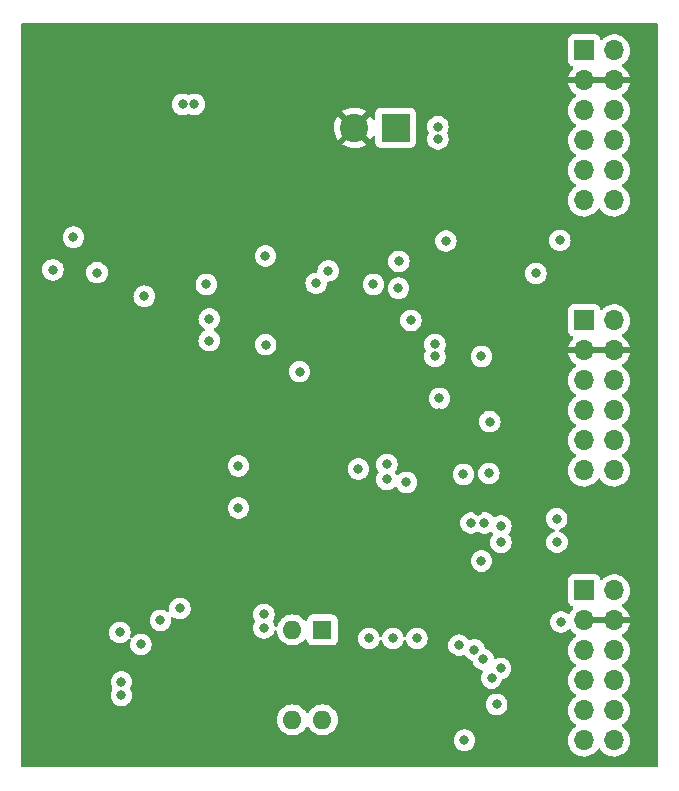
<source format=gbr>
%TF.GenerationSoftware,KiCad,Pcbnew,(5.99.0-12717-g57c7d663b0)*%
%TF.CreationDate,2021-10-22T19:22:41+02:00*%
%TF.ProjectId,video_converter,76696465-6f5f-4636-9f6e-766572746572,rev?*%
%TF.SameCoordinates,Original*%
%TF.FileFunction,Copper,L2,Inr*%
%TF.FilePolarity,Positive*%
%FSLAX46Y46*%
G04 Gerber Fmt 4.6, Leading zero omitted, Abs format (unit mm)*
G04 Created by KiCad (PCBNEW (5.99.0-12717-g57c7d663b0)) date 2021-10-22 19:22:41*
%MOMM*%
%LPD*%
G01*
G04 APERTURE LIST*
%TA.AperFunction,ComponentPad*%
%ADD10R,1.700000X1.700000*%
%TD*%
%TA.AperFunction,ComponentPad*%
%ADD11O,1.700000X1.700000*%
%TD*%
%TA.AperFunction,ComponentPad*%
%ADD12R,1.600000X1.600000*%
%TD*%
%TA.AperFunction,ComponentPad*%
%ADD13O,1.600000X1.600000*%
%TD*%
%TA.AperFunction,ComponentPad*%
%ADD14R,2.400000X2.400000*%
%TD*%
%TA.AperFunction,ComponentPad*%
%ADD15C,2.400000*%
%TD*%
%TA.AperFunction,ViaPad*%
%ADD16C,0.800000*%
%TD*%
G04 APERTURE END LIST*
D10*
%TO.N,+3V3*%
%TO.C,J3*%
X162244000Y-59690000D03*
D11*
X164784000Y-59690000D03*
%TO.N,GND*%
X162244000Y-62230000D03*
X164784000Y-62230000D03*
%TO.N,Net-(J3-Pad5)*%
X162244000Y-64770000D03*
%TO.N,Net-(J3-Pad6)*%
X164784000Y-64770000D03*
%TO.N,Net-(J3-Pad7)*%
X162244000Y-67310000D03*
%TO.N,Net-(J3-Pad8)*%
X164784000Y-67310000D03*
%TO.N,Net-(J3-Pad9)*%
X162244000Y-69850000D03*
%TO.N,Net-(J3-Pad10)*%
X164784000Y-69850000D03*
%TO.N,Net-(J3-Pad11)*%
X162244000Y-72390000D03*
%TO.N,Net-(J3-Pad12)*%
X164784000Y-72390000D03*
%TD*%
D12*
%TO.N,Net-(R7-Pad1)*%
%TO.C,SW1*%
X140086000Y-108754500D03*
D13*
%TO.N,Net-(R9-Pad1)*%
X137546000Y-108754500D03*
%TO.N,+3V3*%
X137546000Y-116374500D03*
X140086000Y-116374500D03*
%TD*%
D10*
%TO.N,+3V3*%
%TO.C,J4*%
X162244000Y-82550000D03*
D11*
X164784000Y-82550000D03*
%TO.N,GND*%
X162244000Y-85090000D03*
X164784000Y-85090000D03*
%TO.N,Net-(J4-Pad5)*%
X162244000Y-87630000D03*
%TO.N,Net-(J4-Pad6)*%
X164784000Y-87630000D03*
%TO.N,Net-(J4-Pad7)*%
X162244000Y-90170000D03*
%TO.N,Net-(J4-Pad8)*%
X164784000Y-90170000D03*
%TO.N,Net-(J4-Pad9)*%
X162244000Y-92710000D03*
%TO.N,Net-(J4-Pad10)*%
X164784000Y-92710000D03*
%TO.N,Net-(J4-Pad11)*%
X162244000Y-95250000D03*
%TO.N,Net-(J4-Pad12)*%
X164784000Y-95250000D03*
%TD*%
D14*
%TO.N,Net-(F1-Pad2)*%
%TO.C,J7*%
X146276000Y-66232000D03*
D15*
%TO.N,GND*%
X142776000Y-66232000D03*
%TD*%
D10*
%TO.N,+3V3*%
%TO.C,J5*%
X162244000Y-105410000D03*
D11*
X164784000Y-105410000D03*
%TO.N,GND*%
X162244000Y-107950000D03*
X164784000Y-107950000D03*
%TO.N,Net-(J5-Pad5)*%
X162244000Y-110490000D03*
%TO.N,SDA*%
X164784000Y-110490000D03*
%TO.N,Net-(J5-Pad7)*%
X162244000Y-113030000D03*
%TO.N,SCLK*%
X164784000Y-113030000D03*
%TO.N,Net-(J5-Pad9)*%
X162244000Y-115570000D03*
%TO.N,Net-(J5-Pad10)*%
X164784000Y-115570000D03*
%TO.N,Net-(J5-Pad11)*%
X162244000Y-118110000D03*
%TO.N,RxD*%
X164784000Y-118110000D03*
%TD*%
D16*
%TO.N,GND*%
X129250000Y-110000000D03*
X129250000Y-113750000D03*
X115500000Y-69250000D03*
X115500000Y-59250000D03*
X167500000Y-59750000D03*
X167500000Y-72250000D03*
X167500000Y-82500000D03*
X167500000Y-95250000D03*
%TO.N,RxD*%
X119000000Y-75500000D03*
X123063000Y-113157000D03*
X117262299Y-78262299D03*
X152105500Y-118089020D03*
%TO.N,TxD*%
X123063000Y-114300000D03*
X154838400Y-115062000D03*
%TO.N,GND*%
X150520400Y-106451400D03*
X158877000Y-104267000D03*
X136424500Y-86767500D03*
X156845000Y-118110000D03*
X138455400Y-104800400D03*
X150622000Y-107696000D03*
X157734000Y-75184000D03*
X137821500Y-79348500D03*
X119507000Y-112395000D03*
X167500000Y-118000000D03*
X149343000Y-116595000D03*
X158154000Y-76874000D03*
X119507000Y-114300000D03*
X164312600Y-78587600D03*
X139827000Y-66675000D03*
X152250000Y-112250000D03*
X119000000Y-103750000D03*
X149504400Y-98475800D03*
X167500000Y-113000000D03*
X157734000Y-65151000D03*
X115500000Y-113000000D03*
X141986000Y-88138000D03*
X156845000Y-99695000D03*
X158242000Y-118110000D03*
X138480800Y-106299000D03*
X149987000Y-90424000D03*
X120000000Y-63750000D03*
X147202000Y-116595000D03*
X119507000Y-109474000D03*
X117602000Y-118491000D03*
X139827000Y-99060000D03*
X156945500Y-86386500D03*
X132731000Y-116570000D03*
X156921200Y-101422200D03*
X138176000Y-76454000D03*
X128000000Y-95000000D03*
X146812000Y-90932000D03*
X140462000Y-94234000D03*
X119507000Y-106426000D03*
X128000000Y-86750000D03*
X157734000Y-69850000D03*
X119507000Y-107442000D03*
X137346200Y-90356200D03*
X137578500Y-94869000D03*
X139827000Y-71120000D03*
X117000000Y-116250000D03*
X138280609Y-83100068D03*
X143039500Y-90932000D03*
X149580600Y-107696000D03*
X156845000Y-81407000D03*
X135979500Y-78740000D03*
X118491000Y-70104000D03*
X125250000Y-77500000D03*
X135255000Y-85979000D03*
X154405500Y-63399500D03*
X129794000Y-75438000D03*
X147346500Y-99033500D03*
X134620000Y-75057000D03*
X141605000Y-102743000D03*
X129500000Y-91250000D03*
X158000000Y-115750000D03*
X120000000Y-66750000D03*
X149987000Y-86995000D03*
X129000000Y-119500000D03*
X141097000Y-80391000D03*
X152754500Y-78648066D03*
X137795000Y-98425000D03*
X128270000Y-99568000D03*
X119500000Y-89000000D03*
X154659500Y-93064500D03*
X119507000Y-110363000D03*
X145669000Y-83312000D03*
X157734000Y-98044000D03*
X121285000Y-118491000D03*
X153212800Y-98704400D03*
X136022201Y-83433799D03*
X157607000Y-92837000D03*
X166039800Y-100304600D03*
X145025000Y-116595000D03*
X125750000Y-61500000D03*
X124079000Y-86487000D03*
X119507000Y-108458000D03*
X119507000Y-111379000D03*
X149555200Y-102514400D03*
X119500000Y-99000000D03*
X119500000Y-83500000D03*
X147320000Y-87884000D03*
X149555200Y-100761800D03*
%TO.N,+12V*%
X149860000Y-67183000D03*
X128250000Y-64250000D03*
X149860000Y-66134000D03*
X135128000Y-107442000D03*
X135128000Y-108585000D03*
X121000000Y-78500000D03*
X129250000Y-64250000D03*
%TO.N,XTAL1*%
X146550235Y-77546200D03*
X160182441Y-75759932D03*
%TO.N,XTAL*%
X158154000Y-78574000D03*
X146522400Y-79822086D03*
%TO.N,SCLK*%
X160274000Y-108077000D03*
%TO.N,VDD*%
X153543000Y-102920800D03*
X139546500Y-79401500D03*
X138149500Y-86894500D03*
X140575750Y-78345750D03*
X155194000Y-101346000D03*
X155194000Y-99949000D03*
X150533700Y-75819000D03*
X153797000Y-99695000D03*
X147193000Y-96266000D03*
X152654000Y-99695000D03*
%TO.N,+3V3*%
X159918400Y-99339400D03*
X159943800Y-101320600D03*
X149987000Y-89154000D03*
X153543000Y-85598000D03*
%TO.N,Y_out*%
X130500000Y-82423000D03*
X122936000Y-108966000D03*
%TO.N,Pb_out*%
X132969000Y-94869000D03*
X126365000Y-107950000D03*
%TO.N,Pr_out*%
X128016000Y-106934000D03*
X132969000Y-98425000D03*
%TO.N,Net-(R3-Pad1)*%
X149606000Y-84582000D03*
X144018000Y-109474000D03*
%TO.N,Net-(R4-Pad1)*%
X149606000Y-85598000D03*
X146050000Y-109474000D03*
%TO.N,Net-(R5-Pad2)*%
X145529900Y-96012000D03*
X148082000Y-109474000D03*
%TO.N,Net-(R6-Pad2)*%
X145542000Y-94742000D03*
X151638000Y-110039989D03*
%TO.N,Net-(C19-Pad2)*%
X135280400Y-84607400D03*
X135255000Y-77089000D03*
%TO.N,VBS_OUT2*%
X125000000Y-80500000D03*
X130250000Y-79500000D03*
%TO.N,VBS_OUT1*%
X124714000Y-109982000D03*
X130500000Y-84250000D03*
%TO.N,Net-(R9-Pad1)*%
X144399000Y-79502000D03*
X143123380Y-95123000D03*
%TO.N,Net-(RN5-Pad1)*%
X152957600Y-110439200D03*
X152019000Y-95589940D03*
%TO.N,Net-(RN5-Pad2)*%
X147574000Y-82550000D03*
X153682100Y-111226600D03*
%TO.N,Net-(RN5-Pad3)*%
X154173162Y-95499162D03*
X155168600Y-112014000D03*
%TO.N,Net-(RN5-Pad4)*%
X154406600Y-112826800D03*
X154250562Y-91113438D03*
%TD*%
%TA.AperFunction,Conductor*%
%TO.N,GND*%
G36*
X168471121Y-57424002D02*
G01*
X168517614Y-57477658D01*
X168529000Y-57530000D01*
X168529000Y-120270000D01*
X168508998Y-120338121D01*
X168455342Y-120384614D01*
X168403000Y-120396000D01*
X114680000Y-120396000D01*
X114611879Y-120375998D01*
X114565386Y-120322342D01*
X114554000Y-120270000D01*
X114554000Y-118089020D01*
X151191996Y-118089020D01*
X151192686Y-118095585D01*
X151201549Y-118179908D01*
X151211958Y-118278948D01*
X151270973Y-118460576D01*
X151366460Y-118625964D01*
X151370878Y-118630871D01*
X151370879Y-118630872D01*
X151459252Y-118729020D01*
X151494247Y-118767886D01*
X151648748Y-118880138D01*
X151654776Y-118882822D01*
X151654778Y-118882823D01*
X151727247Y-118915088D01*
X151823212Y-118957814D01*
X151916613Y-118977667D01*
X152003556Y-118996148D01*
X152003561Y-118996148D01*
X152010013Y-118997520D01*
X152200987Y-118997520D01*
X152207439Y-118996148D01*
X152207444Y-118996148D01*
X152294387Y-118977667D01*
X152387788Y-118957814D01*
X152483753Y-118915088D01*
X152556222Y-118882823D01*
X152556224Y-118882822D01*
X152562252Y-118880138D01*
X152716753Y-118767886D01*
X152751748Y-118729020D01*
X152840121Y-118630872D01*
X152840122Y-118630871D01*
X152844540Y-118625964D01*
X152940027Y-118460576D01*
X152999042Y-118278948D01*
X153009452Y-118179908D01*
X153018314Y-118095585D01*
X153019004Y-118089020D01*
X152999042Y-117899092D01*
X152940027Y-117717464D01*
X152844540Y-117552076D01*
X152810571Y-117514349D01*
X152721175Y-117415065D01*
X152721174Y-117415064D01*
X152716753Y-117410154D01*
X152562252Y-117297902D01*
X152556224Y-117295218D01*
X152556222Y-117295217D01*
X152393819Y-117222911D01*
X152393818Y-117222911D01*
X152387788Y-117220226D01*
X152294387Y-117200373D01*
X152207444Y-117181892D01*
X152207439Y-117181892D01*
X152200987Y-117180520D01*
X152010013Y-117180520D01*
X152003561Y-117181892D01*
X152003556Y-117181892D01*
X151916613Y-117200373D01*
X151823212Y-117220226D01*
X151817182Y-117222911D01*
X151817181Y-117222911D01*
X151654778Y-117295217D01*
X151654776Y-117295218D01*
X151648748Y-117297902D01*
X151494247Y-117410154D01*
X151489826Y-117415064D01*
X151489825Y-117415065D01*
X151400430Y-117514349D01*
X151366460Y-117552076D01*
X151270973Y-117717464D01*
X151211958Y-117899092D01*
X151191996Y-118089020D01*
X114554000Y-118089020D01*
X114554000Y-116374500D01*
X136232502Y-116374500D01*
X136252457Y-116602587D01*
X136253881Y-116607900D01*
X136253881Y-116607902D01*
X136305177Y-116799338D01*
X136311716Y-116823743D01*
X136314039Y-116828724D01*
X136314039Y-116828725D01*
X136406151Y-117026262D01*
X136406154Y-117026267D01*
X136408477Y-117031249D01*
X136450060Y-117090635D01*
X136513959Y-117181892D01*
X136539802Y-117218800D01*
X136701700Y-117380698D01*
X136706208Y-117383855D01*
X136706211Y-117383857D01*
X136738222Y-117406271D01*
X136889251Y-117512023D01*
X136894233Y-117514346D01*
X136894238Y-117514349D01*
X137091775Y-117606461D01*
X137096757Y-117608784D01*
X137102065Y-117610206D01*
X137102067Y-117610207D01*
X137312598Y-117666619D01*
X137312600Y-117666619D01*
X137317913Y-117668043D01*
X137546000Y-117687998D01*
X137774087Y-117668043D01*
X137779400Y-117666619D01*
X137779402Y-117666619D01*
X137989933Y-117610207D01*
X137989935Y-117610206D01*
X137995243Y-117608784D01*
X138000225Y-117606461D01*
X138197762Y-117514349D01*
X138197767Y-117514346D01*
X138202749Y-117512023D01*
X138353778Y-117406271D01*
X138385789Y-117383857D01*
X138385792Y-117383855D01*
X138390300Y-117380698D01*
X138552198Y-117218800D01*
X138578042Y-117181892D01*
X138641940Y-117090635D01*
X138683523Y-117031249D01*
X138685846Y-117026267D01*
X138685849Y-117026262D01*
X138701805Y-116992043D01*
X138748722Y-116938758D01*
X138816999Y-116919297D01*
X138884959Y-116939839D01*
X138930195Y-116992043D01*
X138946151Y-117026262D01*
X138946154Y-117026267D01*
X138948477Y-117031249D01*
X138990060Y-117090635D01*
X139053959Y-117181892D01*
X139079802Y-117218800D01*
X139241700Y-117380698D01*
X139246208Y-117383855D01*
X139246211Y-117383857D01*
X139278222Y-117406271D01*
X139429251Y-117512023D01*
X139434233Y-117514346D01*
X139434238Y-117514349D01*
X139631775Y-117606461D01*
X139636757Y-117608784D01*
X139642065Y-117610206D01*
X139642067Y-117610207D01*
X139852598Y-117666619D01*
X139852600Y-117666619D01*
X139857913Y-117668043D01*
X140086000Y-117687998D01*
X140314087Y-117668043D01*
X140319400Y-117666619D01*
X140319402Y-117666619D01*
X140529933Y-117610207D01*
X140529935Y-117610206D01*
X140535243Y-117608784D01*
X140540225Y-117606461D01*
X140737762Y-117514349D01*
X140737767Y-117514346D01*
X140742749Y-117512023D01*
X140893778Y-117406271D01*
X140925789Y-117383857D01*
X140925792Y-117383855D01*
X140930300Y-117380698D01*
X141092198Y-117218800D01*
X141118042Y-117181892D01*
X141181940Y-117090635D01*
X141223523Y-117031249D01*
X141225846Y-117026267D01*
X141225849Y-117026262D01*
X141317961Y-116828725D01*
X141317961Y-116828724D01*
X141320284Y-116823743D01*
X141326824Y-116799338D01*
X141378119Y-116607902D01*
X141378119Y-116607900D01*
X141379543Y-116602587D01*
X141399498Y-116374500D01*
X141379543Y-116146413D01*
X141320284Y-115925257D01*
X141288954Y-115858069D01*
X141225849Y-115722738D01*
X141225846Y-115722733D01*
X141223523Y-115717751D01*
X141122423Y-115573365D01*
X141095357Y-115534711D01*
X141095355Y-115534708D01*
X141092198Y-115530200D01*
X140930300Y-115368302D01*
X140925792Y-115365145D01*
X140925789Y-115365143D01*
X140754728Y-115245365D01*
X140742749Y-115236977D01*
X140737767Y-115234654D01*
X140737762Y-115234651D01*
X140540225Y-115142539D01*
X140540224Y-115142539D01*
X140535243Y-115140216D01*
X140529935Y-115138794D01*
X140529933Y-115138793D01*
X140319402Y-115082381D01*
X140319400Y-115082381D01*
X140314087Y-115080957D01*
X140097407Y-115062000D01*
X153924896Y-115062000D01*
X153925586Y-115068565D01*
X153943287Y-115236977D01*
X153944858Y-115251928D01*
X154003873Y-115433556D01*
X154099360Y-115598944D01*
X154103778Y-115603851D01*
X154103779Y-115603852D01*
X154136244Y-115639908D01*
X154227147Y-115740866D01*
X154381648Y-115853118D01*
X154387676Y-115855802D01*
X154387678Y-115855803D01*
X154550081Y-115928109D01*
X154556112Y-115930794D01*
X154649512Y-115950647D01*
X154736456Y-115969128D01*
X154736461Y-115969128D01*
X154742913Y-115970500D01*
X154933887Y-115970500D01*
X154940339Y-115969128D01*
X154940344Y-115969128D01*
X155027288Y-115950647D01*
X155120688Y-115930794D01*
X155126719Y-115928109D01*
X155289122Y-115855803D01*
X155289124Y-115855802D01*
X155295152Y-115853118D01*
X155449653Y-115740866D01*
X155540556Y-115639908D01*
X155573021Y-115603852D01*
X155573022Y-115603851D01*
X155577440Y-115598944D01*
X155672927Y-115433556D01*
X155731942Y-115251928D01*
X155733514Y-115236977D01*
X155751214Y-115068565D01*
X155751904Y-115062000D01*
X155751214Y-115055435D01*
X155732632Y-114878635D01*
X155732632Y-114878633D01*
X155731942Y-114872072D01*
X155672927Y-114690444D01*
X155577440Y-114525056D01*
X155551464Y-114496206D01*
X155454075Y-114388045D01*
X155454074Y-114388044D01*
X155449653Y-114383134D01*
X155335229Y-114300000D01*
X155300494Y-114274763D01*
X155300493Y-114274762D01*
X155295152Y-114270882D01*
X155289124Y-114268198D01*
X155289122Y-114268197D01*
X155126719Y-114195891D01*
X155126718Y-114195891D01*
X155120688Y-114193206D01*
X155027287Y-114173353D01*
X154940344Y-114154872D01*
X154940339Y-114154872D01*
X154933887Y-114153500D01*
X154742913Y-114153500D01*
X154736461Y-114154872D01*
X154736456Y-114154872D01*
X154649513Y-114173353D01*
X154556112Y-114193206D01*
X154550082Y-114195891D01*
X154550081Y-114195891D01*
X154387678Y-114268197D01*
X154387676Y-114268198D01*
X154381648Y-114270882D01*
X154376307Y-114274762D01*
X154376306Y-114274763D01*
X154341571Y-114300000D01*
X154227147Y-114383134D01*
X154222726Y-114388044D01*
X154222725Y-114388045D01*
X154125337Y-114496206D01*
X154099360Y-114525056D01*
X154003873Y-114690444D01*
X153944858Y-114872072D01*
X153944168Y-114878633D01*
X153944168Y-114878635D01*
X153925586Y-115055435D01*
X153924896Y-115062000D01*
X140097407Y-115062000D01*
X140086000Y-115061002D01*
X139857913Y-115080957D01*
X139852600Y-115082381D01*
X139852598Y-115082381D01*
X139642067Y-115138793D01*
X139642065Y-115138794D01*
X139636757Y-115140216D01*
X139631776Y-115142539D01*
X139631775Y-115142539D01*
X139434238Y-115234651D01*
X139434233Y-115234654D01*
X139429251Y-115236977D01*
X139417272Y-115245365D01*
X139246211Y-115365143D01*
X139246208Y-115365145D01*
X139241700Y-115368302D01*
X139079802Y-115530200D01*
X139076645Y-115534708D01*
X139076643Y-115534711D01*
X139049577Y-115573365D01*
X138948477Y-115717751D01*
X138946154Y-115722733D01*
X138946151Y-115722738D01*
X138930195Y-115756957D01*
X138883278Y-115810242D01*
X138815001Y-115829703D01*
X138747041Y-115809161D01*
X138701805Y-115756957D01*
X138685849Y-115722738D01*
X138685846Y-115722733D01*
X138683523Y-115717751D01*
X138582423Y-115573365D01*
X138555357Y-115534711D01*
X138555355Y-115534708D01*
X138552198Y-115530200D01*
X138390300Y-115368302D01*
X138385792Y-115365145D01*
X138385789Y-115365143D01*
X138214728Y-115245365D01*
X138202749Y-115236977D01*
X138197767Y-115234654D01*
X138197762Y-115234651D01*
X138000225Y-115142539D01*
X138000224Y-115142539D01*
X137995243Y-115140216D01*
X137989935Y-115138794D01*
X137989933Y-115138793D01*
X137779402Y-115082381D01*
X137779400Y-115082381D01*
X137774087Y-115080957D01*
X137546000Y-115061002D01*
X137317913Y-115080957D01*
X137312600Y-115082381D01*
X137312598Y-115082381D01*
X137102067Y-115138793D01*
X137102065Y-115138794D01*
X137096757Y-115140216D01*
X137091776Y-115142539D01*
X137091775Y-115142539D01*
X136894238Y-115234651D01*
X136894233Y-115234654D01*
X136889251Y-115236977D01*
X136877272Y-115245365D01*
X136706211Y-115365143D01*
X136706208Y-115365145D01*
X136701700Y-115368302D01*
X136539802Y-115530200D01*
X136536645Y-115534708D01*
X136536643Y-115534711D01*
X136509577Y-115573365D01*
X136408477Y-115717751D01*
X136406154Y-115722733D01*
X136406151Y-115722738D01*
X136343046Y-115858069D01*
X136311716Y-115925257D01*
X136252457Y-116146413D01*
X136232502Y-116374500D01*
X114554000Y-116374500D01*
X114554000Y-114300000D01*
X122149496Y-114300000D01*
X122150186Y-114306565D01*
X122163381Y-114432104D01*
X122169458Y-114489928D01*
X122228473Y-114671556D01*
X122231776Y-114677278D01*
X122231777Y-114677279D01*
X122251903Y-114712138D01*
X122323960Y-114836944D01*
X122328378Y-114841851D01*
X122328379Y-114841852D01*
X122400087Y-114921492D01*
X122451747Y-114978866D01*
X122550843Y-115050864D01*
X122594223Y-115082381D01*
X122606248Y-115091118D01*
X122612276Y-115093802D01*
X122612278Y-115093803D01*
X122706426Y-115135720D01*
X122780712Y-115168794D01*
X122874112Y-115188647D01*
X122961056Y-115207128D01*
X122961061Y-115207128D01*
X122967513Y-115208500D01*
X123158487Y-115208500D01*
X123164939Y-115207128D01*
X123164944Y-115207128D01*
X123251888Y-115188647D01*
X123345288Y-115168794D01*
X123419574Y-115135720D01*
X123513722Y-115093803D01*
X123513724Y-115093802D01*
X123519752Y-115091118D01*
X123531778Y-115082381D01*
X123575157Y-115050864D01*
X123674253Y-114978866D01*
X123725913Y-114921492D01*
X123797621Y-114841852D01*
X123797622Y-114841851D01*
X123802040Y-114836944D01*
X123874097Y-114712138D01*
X123894223Y-114677279D01*
X123894224Y-114677278D01*
X123897527Y-114671556D01*
X123956542Y-114489928D01*
X123962620Y-114432104D01*
X123975814Y-114306565D01*
X123976504Y-114300000D01*
X123965280Y-114193206D01*
X123957232Y-114116635D01*
X123957232Y-114116633D01*
X123956542Y-114110072D01*
X123897527Y-113928444D01*
X123818462Y-113791499D01*
X123801724Y-113722505D01*
X123818462Y-113665500D01*
X123830520Y-113644616D01*
X123897527Y-113528556D01*
X123956542Y-113346928D01*
X123959055Y-113323023D01*
X123975814Y-113163565D01*
X123976504Y-113157000D01*
X123975814Y-113150435D01*
X123957232Y-112973635D01*
X123957232Y-112973633D01*
X123956542Y-112967072D01*
X123897527Y-112785444D01*
X123802040Y-112620056D01*
X123771335Y-112585954D01*
X123678675Y-112483045D01*
X123678674Y-112483044D01*
X123674253Y-112478134D01*
X123541237Y-112381492D01*
X123525094Y-112369763D01*
X123525093Y-112369762D01*
X123519752Y-112365882D01*
X123513724Y-112363198D01*
X123513722Y-112363197D01*
X123351319Y-112290891D01*
X123351318Y-112290891D01*
X123345288Y-112288206D01*
X123251888Y-112268353D01*
X123164944Y-112249872D01*
X123164939Y-112249872D01*
X123158487Y-112248500D01*
X122967513Y-112248500D01*
X122961061Y-112249872D01*
X122961056Y-112249872D01*
X122874112Y-112268353D01*
X122780712Y-112288206D01*
X122774682Y-112290891D01*
X122774681Y-112290891D01*
X122612278Y-112363197D01*
X122612276Y-112363198D01*
X122606248Y-112365882D01*
X122600907Y-112369762D01*
X122600906Y-112369763D01*
X122584763Y-112381492D01*
X122451747Y-112478134D01*
X122447326Y-112483044D01*
X122447325Y-112483045D01*
X122354666Y-112585954D01*
X122323960Y-112620056D01*
X122228473Y-112785444D01*
X122169458Y-112967072D01*
X122168768Y-112973633D01*
X122168768Y-112973635D01*
X122150186Y-113150435D01*
X122149496Y-113157000D01*
X122150186Y-113163565D01*
X122166946Y-113323023D01*
X122169458Y-113346928D01*
X122228473Y-113528556D01*
X122295481Y-113644616D01*
X122307538Y-113665500D01*
X122324276Y-113734495D01*
X122307538Y-113791499D01*
X122228473Y-113928444D01*
X122169458Y-114110072D01*
X122168768Y-114116633D01*
X122168768Y-114116635D01*
X122160720Y-114193206D01*
X122149496Y-114300000D01*
X114554000Y-114300000D01*
X114554000Y-108966000D01*
X122022496Y-108966000D01*
X122023186Y-108972565D01*
X122041336Y-109145248D01*
X122042458Y-109155928D01*
X122101473Y-109337556D01*
X122104776Y-109343278D01*
X122104777Y-109343279D01*
X122138686Y-109402010D01*
X122196960Y-109502944D01*
X122201378Y-109507851D01*
X122201379Y-109507852D01*
X122298873Y-109616130D01*
X122324747Y-109644866D01*
X122479248Y-109757118D01*
X122485276Y-109759802D01*
X122485278Y-109759803D01*
X122603416Y-109812401D01*
X122653712Y-109834794D01*
X122747113Y-109854647D01*
X122834056Y-109873128D01*
X122834061Y-109873128D01*
X122840513Y-109874500D01*
X123031487Y-109874500D01*
X123037939Y-109873128D01*
X123037944Y-109873128D01*
X123124887Y-109854647D01*
X123218288Y-109834794D01*
X123268584Y-109812401D01*
X123386722Y-109759803D01*
X123386724Y-109759802D01*
X123392752Y-109757118D01*
X123547253Y-109644866D01*
X123652898Y-109527536D01*
X123713343Y-109490296D01*
X123784326Y-109491648D01*
X123843311Y-109531161D01*
X123871569Y-109596292D01*
X123866366Y-109650782D01*
X123862095Y-109663928D01*
X123820458Y-109792072D01*
X123819768Y-109798633D01*
X123819768Y-109798635D01*
X123810285Y-109888866D01*
X123800496Y-109982000D01*
X123801186Y-109988565D01*
X123818863Y-110156749D01*
X123820458Y-110171928D01*
X123879473Y-110353556D01*
X123974960Y-110518944D01*
X123979378Y-110523851D01*
X123979379Y-110523852D01*
X124098325Y-110655955D01*
X124102747Y-110660866D01*
X124257248Y-110773118D01*
X124263276Y-110775802D01*
X124263278Y-110775803D01*
X124425681Y-110848109D01*
X124431712Y-110850794D01*
X124525112Y-110870647D01*
X124612056Y-110889128D01*
X124612061Y-110889128D01*
X124618513Y-110890500D01*
X124809487Y-110890500D01*
X124815939Y-110889128D01*
X124815944Y-110889128D01*
X124902888Y-110870647D01*
X124996288Y-110850794D01*
X125002319Y-110848109D01*
X125164722Y-110775803D01*
X125164724Y-110775802D01*
X125170752Y-110773118D01*
X125325253Y-110660866D01*
X125329675Y-110655955D01*
X125448621Y-110523852D01*
X125448622Y-110523851D01*
X125453040Y-110518944D01*
X125548527Y-110353556D01*
X125607542Y-110171928D01*
X125609138Y-110156749D01*
X125626814Y-109988565D01*
X125627504Y-109982000D01*
X125617715Y-109888866D01*
X125608232Y-109798635D01*
X125608232Y-109798633D01*
X125607542Y-109792072D01*
X125548527Y-109610444D01*
X125523747Y-109567523D01*
X125466015Y-109467530D01*
X125453040Y-109445056D01*
X125377467Y-109361123D01*
X125329675Y-109308045D01*
X125329674Y-109308044D01*
X125325253Y-109303134D01*
X125170752Y-109190882D01*
X125164724Y-109188198D01*
X125164722Y-109188197D01*
X125002319Y-109115891D01*
X125002318Y-109115891D01*
X124996288Y-109113206D01*
X124902887Y-109093353D01*
X124815944Y-109074872D01*
X124815939Y-109074872D01*
X124809487Y-109073500D01*
X124618513Y-109073500D01*
X124612061Y-109074872D01*
X124612056Y-109074872D01*
X124525113Y-109093353D01*
X124431712Y-109113206D01*
X124425682Y-109115891D01*
X124425681Y-109115891D01*
X124263278Y-109188197D01*
X124263276Y-109188198D01*
X124257248Y-109190882D01*
X124102747Y-109303134D01*
X124098326Y-109308044D01*
X124098325Y-109308045D01*
X124072698Y-109336507D01*
X124034615Y-109378803D01*
X123997103Y-109420464D01*
X123936657Y-109457704D01*
X123865674Y-109456352D01*
X123806689Y-109416839D01*
X123778431Y-109351708D01*
X123783634Y-109297218D01*
X123827502Y-109162206D01*
X123829542Y-109155928D01*
X123830665Y-109145248D01*
X123848814Y-108972565D01*
X123849504Y-108966000D01*
X123847851Y-108950271D01*
X123830232Y-108782635D01*
X123830232Y-108782633D01*
X123829542Y-108776072D01*
X123770527Y-108594444D01*
X123765075Y-108585000D01*
X123690750Y-108456267D01*
X123675040Y-108429056D01*
X123547253Y-108287134D01*
X123392752Y-108174882D01*
X123386724Y-108172198D01*
X123386722Y-108172197D01*
X123224319Y-108099891D01*
X123224318Y-108099891D01*
X123218288Y-108097206D01*
X123123227Y-108077000D01*
X123037944Y-108058872D01*
X123037939Y-108058872D01*
X123031487Y-108057500D01*
X122840513Y-108057500D01*
X122834061Y-108058872D01*
X122834056Y-108058872D01*
X122748773Y-108077000D01*
X122653712Y-108097206D01*
X122647682Y-108099891D01*
X122647681Y-108099891D01*
X122485278Y-108172197D01*
X122485276Y-108172198D01*
X122479248Y-108174882D01*
X122324747Y-108287134D01*
X122196960Y-108429056D01*
X122181250Y-108456267D01*
X122106926Y-108585000D01*
X122101473Y-108594444D01*
X122042458Y-108776072D01*
X122041768Y-108782633D01*
X122041768Y-108782635D01*
X122024149Y-108950271D01*
X122022496Y-108966000D01*
X114554000Y-108966000D01*
X114554000Y-107950000D01*
X125451496Y-107950000D01*
X125452186Y-107956565D01*
X125466824Y-108095834D01*
X125471458Y-108139928D01*
X125530473Y-108321556D01*
X125625960Y-108486944D01*
X125630378Y-108491851D01*
X125630379Y-108491852D01*
X125728412Y-108600729D01*
X125753747Y-108628866D01*
X125824398Y-108680197D01*
X125869820Y-108713198D01*
X125908248Y-108741118D01*
X125914276Y-108743802D01*
X125914278Y-108743803D01*
X126076681Y-108816109D01*
X126082712Y-108818794D01*
X126167480Y-108836812D01*
X126263056Y-108857128D01*
X126263061Y-108857128D01*
X126269513Y-108858500D01*
X126460487Y-108858500D01*
X126466939Y-108857128D01*
X126466944Y-108857128D01*
X126562520Y-108836812D01*
X126647288Y-108818794D01*
X126653319Y-108816109D01*
X126815722Y-108743803D01*
X126815724Y-108743802D01*
X126821752Y-108741118D01*
X126860181Y-108713198D01*
X126905602Y-108680197D01*
X126976253Y-108628866D01*
X127001588Y-108600729D01*
X127015750Y-108585000D01*
X134214496Y-108585000D01*
X134215186Y-108591565D01*
X134232863Y-108759749D01*
X134234458Y-108774928D01*
X134293473Y-108956556D01*
X134296776Y-108962278D01*
X134296777Y-108962279D01*
X134302716Y-108972565D01*
X134388960Y-109121944D01*
X134393378Y-109126851D01*
X134393379Y-109126852D01*
X134500828Y-109246186D01*
X134516747Y-109263866D01*
X134561521Y-109296396D01*
X134657369Y-109366034D01*
X134671248Y-109376118D01*
X134677276Y-109378802D01*
X134677278Y-109378803D01*
X134760279Y-109415757D01*
X134845712Y-109453794D01*
X134939113Y-109473647D01*
X135026056Y-109492128D01*
X135026061Y-109492128D01*
X135032513Y-109493500D01*
X135223487Y-109493500D01*
X135229939Y-109492128D01*
X135229944Y-109492128D01*
X135316887Y-109473647D01*
X135410288Y-109453794D01*
X135495721Y-109415757D01*
X135578722Y-109378803D01*
X135578724Y-109378802D01*
X135584752Y-109376118D01*
X135598632Y-109366034D01*
X135694479Y-109296396D01*
X135739253Y-109263866D01*
X135755172Y-109246186D01*
X135862621Y-109126852D01*
X135862622Y-109126851D01*
X135867040Y-109121944D01*
X135953284Y-108972565D01*
X135959223Y-108962279D01*
X135959224Y-108962278D01*
X135962527Y-108956556D01*
X135997779Y-108848062D01*
X136037853Y-108789456D01*
X136103249Y-108761819D01*
X136173206Y-108773926D01*
X136225512Y-108821932D01*
X136243133Y-108876016D01*
X136252457Y-108982587D01*
X136253881Y-108987900D01*
X136253881Y-108987902D01*
X136300221Y-109160842D01*
X136311716Y-109203743D01*
X136314039Y-109208724D01*
X136314039Y-109208725D01*
X136406151Y-109406262D01*
X136406154Y-109406267D01*
X136408477Y-109411249D01*
X136464773Y-109491648D01*
X136518960Y-109569034D01*
X136539802Y-109598800D01*
X136701700Y-109760698D01*
X136706208Y-109763855D01*
X136706211Y-109763857D01*
X136747542Y-109792797D01*
X136889251Y-109892023D01*
X136894233Y-109894346D01*
X136894238Y-109894349D01*
X137091775Y-109986461D01*
X137096757Y-109988784D01*
X137102065Y-109990206D01*
X137102067Y-109990207D01*
X137312598Y-110046619D01*
X137312600Y-110046619D01*
X137317913Y-110048043D01*
X137546000Y-110067998D01*
X137774087Y-110048043D01*
X137779400Y-110046619D01*
X137779402Y-110046619D01*
X137989933Y-109990207D01*
X137989935Y-109990206D01*
X137995243Y-109988784D01*
X138000225Y-109986461D01*
X138197762Y-109894349D01*
X138197767Y-109894346D01*
X138202749Y-109892023D01*
X138344458Y-109792797D01*
X138385789Y-109763857D01*
X138385792Y-109763855D01*
X138390300Y-109760698D01*
X138552198Y-109598800D01*
X138555357Y-109594289D01*
X138558892Y-109590076D01*
X138560026Y-109591027D01*
X138610071Y-109551029D01*
X138680690Y-109543724D01*
X138744049Y-109575758D01*
X138780030Y-109636962D01*
X138783082Y-109654017D01*
X138784255Y-109664816D01*
X138835385Y-109801205D01*
X138922739Y-109917761D01*
X139039295Y-110005115D01*
X139175684Y-110056245D01*
X139237866Y-110063000D01*
X140934134Y-110063000D01*
X140996316Y-110056245D01*
X141132705Y-110005115D01*
X141249261Y-109917761D01*
X141336615Y-109801205D01*
X141387745Y-109664816D01*
X141394500Y-109602634D01*
X141394500Y-109474000D01*
X143104496Y-109474000D01*
X143105186Y-109480565D01*
X143123726Y-109656960D01*
X143124458Y-109663928D01*
X143183473Y-109845556D01*
X143278960Y-110010944D01*
X143283378Y-110015851D01*
X143283379Y-110015852D01*
X143335672Y-110073929D01*
X143406747Y-110152866D01*
X143561248Y-110265118D01*
X143567276Y-110267802D01*
X143567278Y-110267803D01*
X143686445Y-110320859D01*
X143735712Y-110342794D01*
X143829113Y-110362647D01*
X143916056Y-110381128D01*
X143916061Y-110381128D01*
X143922513Y-110382500D01*
X144113487Y-110382500D01*
X144119939Y-110381128D01*
X144119944Y-110381128D01*
X144206887Y-110362647D01*
X144300288Y-110342794D01*
X144349555Y-110320859D01*
X144468722Y-110267803D01*
X144468724Y-110267802D01*
X144474752Y-110265118D01*
X144629253Y-110152866D01*
X144700328Y-110073929D01*
X144752621Y-110015852D01*
X144752622Y-110015851D01*
X144757040Y-110010944D01*
X144852527Y-109845556D01*
X144911542Y-109663928D01*
X144911682Y-109662599D01*
X144944482Y-109601844D01*
X145006632Y-109567523D01*
X145077471Y-109572252D01*
X145134508Y-109614528D01*
X145156276Y-109662192D01*
X145156458Y-109663928D01*
X145215473Y-109845556D01*
X145310960Y-110010944D01*
X145315378Y-110015851D01*
X145315379Y-110015852D01*
X145367672Y-110073929D01*
X145438747Y-110152866D01*
X145593248Y-110265118D01*
X145599276Y-110267802D01*
X145599278Y-110267803D01*
X145718445Y-110320859D01*
X145767712Y-110342794D01*
X145861113Y-110362647D01*
X145948056Y-110381128D01*
X145948061Y-110381128D01*
X145954513Y-110382500D01*
X146145487Y-110382500D01*
X146151939Y-110381128D01*
X146151944Y-110381128D01*
X146238887Y-110362647D01*
X146332288Y-110342794D01*
X146381555Y-110320859D01*
X146500722Y-110267803D01*
X146500724Y-110267802D01*
X146506752Y-110265118D01*
X146661253Y-110152866D01*
X146732328Y-110073929D01*
X146784621Y-110015852D01*
X146784622Y-110015851D01*
X146789040Y-110010944D01*
X146884527Y-109845556D01*
X146943542Y-109663928D01*
X146943682Y-109662599D01*
X146976482Y-109601844D01*
X147038632Y-109567523D01*
X147109471Y-109572252D01*
X147166508Y-109614528D01*
X147188276Y-109662192D01*
X147188458Y-109663928D01*
X147247473Y-109845556D01*
X147342960Y-110010944D01*
X147347378Y-110015851D01*
X147347379Y-110015852D01*
X147399672Y-110073929D01*
X147470747Y-110152866D01*
X147625248Y-110265118D01*
X147631276Y-110267802D01*
X147631278Y-110267803D01*
X147750445Y-110320859D01*
X147799712Y-110342794D01*
X147893113Y-110362647D01*
X147980056Y-110381128D01*
X147980061Y-110381128D01*
X147986513Y-110382500D01*
X148177487Y-110382500D01*
X148183939Y-110381128D01*
X148183944Y-110381128D01*
X148270887Y-110362647D01*
X148364288Y-110342794D01*
X148413555Y-110320859D01*
X148532722Y-110267803D01*
X148532724Y-110267802D01*
X148538752Y-110265118D01*
X148693253Y-110152866D01*
X148764328Y-110073929D01*
X148794888Y-110039989D01*
X150724496Y-110039989D01*
X150725186Y-110046554D01*
X150735844Y-110147955D01*
X150744458Y-110229917D01*
X150803473Y-110411545D01*
X150898960Y-110576933D01*
X150903378Y-110581840D01*
X150903379Y-110581841D01*
X150978030Y-110664749D01*
X151026747Y-110718855D01*
X151181248Y-110831107D01*
X151187276Y-110833791D01*
X151187278Y-110833792D01*
X151349681Y-110906098D01*
X151355712Y-110908783D01*
X151449113Y-110928636D01*
X151536056Y-110947117D01*
X151536061Y-110947117D01*
X151542513Y-110948489D01*
X151733487Y-110948489D01*
X151739939Y-110947117D01*
X151739944Y-110947117D01*
X151826887Y-110928636D01*
X151920288Y-110908783D01*
X151934569Y-110902425D01*
X152022986Y-110863059D01*
X152093353Y-110853625D01*
X152157650Y-110883731D01*
X152183354Y-110915166D01*
X152215258Y-110970426D01*
X152215261Y-110970431D01*
X152218560Y-110976144D01*
X152222978Y-110981051D01*
X152222979Y-110981052D01*
X152336268Y-111106872D01*
X152346347Y-111118066D01*
X152411144Y-111165144D01*
X152486918Y-111220197D01*
X152500848Y-111230318D01*
X152506876Y-111233002D01*
X152506878Y-111233003D01*
X152669281Y-111305309D01*
X152675312Y-111307994D01*
X152681767Y-111309366D01*
X152681770Y-111309367D01*
X152690456Y-111311213D01*
X152752929Y-111344941D01*
X152787506Y-111408261D01*
X152787868Y-111409965D01*
X152788558Y-111416528D01*
X152790598Y-111422805D01*
X152790598Y-111422807D01*
X152805035Y-111467240D01*
X152847573Y-111598156D01*
X152850876Y-111603878D01*
X152850877Y-111603879D01*
X152873143Y-111642444D01*
X152943060Y-111763544D01*
X152947478Y-111768451D01*
X152947479Y-111768452D01*
X153066425Y-111900555D01*
X153070847Y-111905466D01*
X153103162Y-111928944D01*
X153211195Y-112007435D01*
X153225348Y-112017718D01*
X153231376Y-112020402D01*
X153231378Y-112020403D01*
X153268364Y-112036870D01*
X153399812Y-112095394D01*
X153536537Y-112124456D01*
X153568660Y-112131284D01*
X153631133Y-112165013D01*
X153665455Y-112227162D01*
X153660727Y-112298001D01*
X153651583Y-112317529D01*
X153572073Y-112455244D01*
X153513058Y-112636872D01*
X153512368Y-112643433D01*
X153512368Y-112643435D01*
X153498046Y-112779707D01*
X153493096Y-112826800D01*
X153513058Y-113016728D01*
X153572073Y-113198356D01*
X153667560Y-113363744D01*
X153671978Y-113368651D01*
X153671979Y-113368652D01*
X153790925Y-113500755D01*
X153795347Y-113505666D01*
X153949848Y-113617918D01*
X153955876Y-113620602D01*
X153955878Y-113620603D01*
X154111426Y-113689857D01*
X154124312Y-113695594D01*
X154217713Y-113715447D01*
X154304656Y-113733928D01*
X154304661Y-113733928D01*
X154311113Y-113735300D01*
X154502087Y-113735300D01*
X154508539Y-113733928D01*
X154508544Y-113733928D01*
X154595487Y-113715447D01*
X154688888Y-113695594D01*
X154701774Y-113689857D01*
X154857322Y-113620603D01*
X154857324Y-113620602D01*
X154863352Y-113617918D01*
X155017853Y-113505666D01*
X155022275Y-113500755D01*
X155141221Y-113368652D01*
X155141222Y-113368651D01*
X155145640Y-113363744D01*
X155241127Y-113198356D01*
X155295830Y-113030000D01*
X155298102Y-113023007D01*
X155298102Y-113023005D01*
X155300142Y-113016728D01*
X155301527Y-113003551D01*
X155328541Y-112937894D01*
X155386762Y-112897265D01*
X155400639Y-112893476D01*
X155444424Y-112884169D01*
X155444433Y-112884166D01*
X155450888Y-112882794D01*
X155561908Y-112833365D01*
X155619322Y-112807803D01*
X155619324Y-112807802D01*
X155625352Y-112805118D01*
X155643781Y-112791729D01*
X155680757Y-112764864D01*
X155779853Y-112692866D01*
X155907640Y-112550944D01*
X156003127Y-112385556D01*
X156062142Y-112203928D01*
X156063138Y-112194457D01*
X156081414Y-112020565D01*
X156082104Y-112014000D01*
X156069891Y-111897800D01*
X156062832Y-111830635D01*
X156062832Y-111830633D01*
X156062142Y-111824072D01*
X156003127Y-111642444D01*
X155980862Y-111603879D01*
X155940615Y-111534171D01*
X155907640Y-111477056D01*
X155853141Y-111416528D01*
X155784275Y-111340045D01*
X155784274Y-111340044D01*
X155779853Y-111335134D01*
X155680757Y-111263136D01*
X155630694Y-111226763D01*
X155630693Y-111226762D01*
X155625352Y-111222882D01*
X155619324Y-111220198D01*
X155619322Y-111220197D01*
X155456919Y-111147891D01*
X155456918Y-111147891D01*
X155450888Y-111145206D01*
X155337907Y-111121191D01*
X155270544Y-111106872D01*
X155270539Y-111106872D01*
X155264087Y-111105500D01*
X155073113Y-111105500D01*
X155066661Y-111106872D01*
X155066656Y-111106872D01*
X154999293Y-111121191D01*
X154886312Y-111145206D01*
X154880282Y-111147891D01*
X154880281Y-111147891D01*
X154852533Y-111160245D01*
X154758857Y-111201952D01*
X154688492Y-111211386D01*
X154624195Y-111181280D01*
X154586381Y-111121191D01*
X154582300Y-111100016D01*
X154576332Y-111043235D01*
X154576332Y-111043233D01*
X154575642Y-111036672D01*
X154516627Y-110855044D01*
X154421140Y-110689656D01*
X154395218Y-110660866D01*
X154297775Y-110552645D01*
X154297774Y-110552644D01*
X154293353Y-110547734D01*
X154138852Y-110435482D01*
X154132824Y-110432798D01*
X154132822Y-110432797D01*
X153970419Y-110360491D01*
X153970418Y-110360491D01*
X153964388Y-110357806D01*
X153957933Y-110356434D01*
X153957930Y-110356433D01*
X153949244Y-110354587D01*
X153886771Y-110320859D01*
X153852194Y-110257539D01*
X153851832Y-110255835D01*
X153851142Y-110249272D01*
X153792127Y-110067644D01*
X153696640Y-109902256D01*
X153671649Y-109874500D01*
X153573275Y-109765245D01*
X153573274Y-109765244D01*
X153568853Y-109760334D01*
X153437384Y-109664816D01*
X153419694Y-109651963D01*
X153419693Y-109651962D01*
X153414352Y-109648082D01*
X153408324Y-109645398D01*
X153408322Y-109645397D01*
X153245919Y-109573091D01*
X153245918Y-109573091D01*
X153239888Y-109570406D01*
X153146488Y-109550553D01*
X153059544Y-109532072D01*
X153059539Y-109532072D01*
X153053087Y-109530700D01*
X152862113Y-109530700D01*
X152855661Y-109532072D01*
X152855656Y-109532072D01*
X152768712Y-109550553D01*
X152675312Y-109570406D01*
X152669282Y-109573091D01*
X152669281Y-109573091D01*
X152572614Y-109616130D01*
X152502247Y-109625564D01*
X152437950Y-109595458D01*
X152412246Y-109564023D01*
X152380342Y-109508763D01*
X152380339Y-109508758D01*
X152377040Y-109503045D01*
X152368042Y-109493051D01*
X152253675Y-109366034D01*
X152253674Y-109366033D01*
X152249253Y-109361123D01*
X152115391Y-109263866D01*
X152100094Y-109252752D01*
X152100093Y-109252751D01*
X152094752Y-109248871D01*
X152088724Y-109246187D01*
X152088722Y-109246186D01*
X151926319Y-109173880D01*
X151926318Y-109173880D01*
X151920288Y-109171195D01*
X151826888Y-109151342D01*
X151739944Y-109132861D01*
X151739939Y-109132861D01*
X151733487Y-109131489D01*
X151542513Y-109131489D01*
X151536061Y-109132861D01*
X151536056Y-109132861D01*
X151449112Y-109151342D01*
X151355712Y-109171195D01*
X151349682Y-109173880D01*
X151349681Y-109173880D01*
X151187278Y-109246186D01*
X151187276Y-109246187D01*
X151181248Y-109248871D01*
X151175907Y-109252751D01*
X151175906Y-109252752D01*
X151160609Y-109263866D01*
X151026747Y-109361123D01*
X151022326Y-109366033D01*
X151022325Y-109366034D01*
X150907959Y-109493051D01*
X150898960Y-109503045D01*
X150846280Y-109594289D01*
X150809337Y-109658277D01*
X150803473Y-109668433D01*
X150744458Y-109850061D01*
X150743768Y-109856622D01*
X150743768Y-109856624D01*
X150736777Y-109923142D01*
X150724496Y-110039989D01*
X148794888Y-110039989D01*
X148816621Y-110015852D01*
X148816622Y-110015851D01*
X148821040Y-110010944D01*
X148916527Y-109845556D01*
X148975542Y-109663928D01*
X148976275Y-109656960D01*
X148994814Y-109480565D01*
X148995504Y-109474000D01*
X148993649Y-109456352D01*
X148976232Y-109290635D01*
X148976232Y-109290633D01*
X148975542Y-109284072D01*
X148916527Y-109102444D01*
X148897121Y-109068831D01*
X148879314Y-109037990D01*
X148821040Y-108937056D01*
X148766080Y-108876016D01*
X148697675Y-108800045D01*
X148697674Y-108800044D01*
X148693253Y-108795134D01*
X148538752Y-108682882D01*
X148532724Y-108680198D01*
X148532722Y-108680197D01*
X148370319Y-108607891D01*
X148370318Y-108607891D01*
X148364288Y-108605206D01*
X148269227Y-108585000D01*
X148183944Y-108566872D01*
X148183939Y-108566872D01*
X148177487Y-108565500D01*
X147986513Y-108565500D01*
X147980061Y-108566872D01*
X147980056Y-108566872D01*
X147894773Y-108585000D01*
X147799712Y-108605206D01*
X147793682Y-108607891D01*
X147793681Y-108607891D01*
X147631278Y-108680197D01*
X147631276Y-108680198D01*
X147625248Y-108682882D01*
X147470747Y-108795134D01*
X147466326Y-108800044D01*
X147466325Y-108800045D01*
X147397921Y-108876016D01*
X147342960Y-108937056D01*
X147284686Y-109037990D01*
X147266880Y-109068831D01*
X147247473Y-109102444D01*
X147188458Y-109284072D01*
X147188318Y-109285401D01*
X147155518Y-109346156D01*
X147093368Y-109380477D01*
X147022529Y-109375748D01*
X146965492Y-109333472D01*
X146943724Y-109285808D01*
X146943542Y-109284072D01*
X146884527Y-109102444D01*
X146865121Y-109068831D01*
X146847314Y-109037990D01*
X146789040Y-108937056D01*
X146734080Y-108876016D01*
X146665675Y-108800045D01*
X146665674Y-108800044D01*
X146661253Y-108795134D01*
X146506752Y-108682882D01*
X146500724Y-108680198D01*
X146500722Y-108680197D01*
X146338319Y-108607891D01*
X146338318Y-108607891D01*
X146332288Y-108605206D01*
X146237227Y-108585000D01*
X146151944Y-108566872D01*
X146151939Y-108566872D01*
X146145487Y-108565500D01*
X145954513Y-108565500D01*
X145948061Y-108566872D01*
X145948056Y-108566872D01*
X145862773Y-108585000D01*
X145767712Y-108605206D01*
X145761682Y-108607891D01*
X145761681Y-108607891D01*
X145599278Y-108680197D01*
X145599276Y-108680198D01*
X145593248Y-108682882D01*
X145438747Y-108795134D01*
X145434326Y-108800044D01*
X145434325Y-108800045D01*
X145365921Y-108876016D01*
X145310960Y-108937056D01*
X145252686Y-109037990D01*
X145234880Y-109068831D01*
X145215473Y-109102444D01*
X145156458Y-109284072D01*
X145156318Y-109285401D01*
X145123518Y-109346156D01*
X145061368Y-109380477D01*
X144990529Y-109375748D01*
X144933492Y-109333472D01*
X144911724Y-109285808D01*
X144911542Y-109284072D01*
X144852527Y-109102444D01*
X144833121Y-109068831D01*
X144815314Y-109037990D01*
X144757040Y-108937056D01*
X144702080Y-108876016D01*
X144633675Y-108800045D01*
X144633674Y-108800044D01*
X144629253Y-108795134D01*
X144474752Y-108682882D01*
X144468724Y-108680198D01*
X144468722Y-108680197D01*
X144306319Y-108607891D01*
X144306318Y-108607891D01*
X144300288Y-108605206D01*
X144205227Y-108585000D01*
X144119944Y-108566872D01*
X144119939Y-108566872D01*
X144113487Y-108565500D01*
X143922513Y-108565500D01*
X143916061Y-108566872D01*
X143916056Y-108566872D01*
X143830773Y-108585000D01*
X143735712Y-108605206D01*
X143729682Y-108607891D01*
X143729681Y-108607891D01*
X143567278Y-108680197D01*
X143567276Y-108680198D01*
X143561248Y-108682882D01*
X143406747Y-108795134D01*
X143402326Y-108800044D01*
X143402325Y-108800045D01*
X143333921Y-108876016D01*
X143278960Y-108937056D01*
X143220686Y-109037990D01*
X143202880Y-109068831D01*
X143183473Y-109102444D01*
X143124458Y-109284072D01*
X143123768Y-109290633D01*
X143123768Y-109290635D01*
X143106351Y-109456352D01*
X143104496Y-109474000D01*
X141394500Y-109474000D01*
X141394500Y-108077000D01*
X159360496Y-108077000D01*
X159361186Y-108083565D01*
X159377934Y-108242910D01*
X159380458Y-108266928D01*
X159439473Y-108448556D01*
X159534960Y-108613944D01*
X159539378Y-108618851D01*
X159539379Y-108618852D01*
X159637700Y-108728049D01*
X159662747Y-108755866D01*
X159711450Y-108791251D01*
X159802122Y-108857128D01*
X159817248Y-108868118D01*
X159823276Y-108870802D01*
X159823278Y-108870803D01*
X159949237Y-108926883D01*
X159991712Y-108945794D01*
X160085113Y-108965647D01*
X160172056Y-108984128D01*
X160172061Y-108984128D01*
X160178513Y-108985500D01*
X160369487Y-108985500D01*
X160375939Y-108984128D01*
X160375944Y-108984128D01*
X160462888Y-108965647D01*
X160556288Y-108945794D01*
X160598763Y-108926883D01*
X160724722Y-108870803D01*
X160724724Y-108870802D01*
X160730752Y-108868118D01*
X160745879Y-108857128D01*
X160836550Y-108791251D01*
X160885253Y-108755866D01*
X160926937Y-108709571D01*
X160987380Y-108672333D01*
X161058364Y-108673684D01*
X161117349Y-108713198D01*
X161128004Y-108728049D01*
X161141690Y-108750383D01*
X161147777Y-108758699D01*
X161287213Y-108919667D01*
X161294580Y-108926883D01*
X161458434Y-109062916D01*
X161466881Y-109068831D01*
X161535969Y-109109203D01*
X161584693Y-109160842D01*
X161597764Y-109230625D01*
X161571033Y-109296396D01*
X161530584Y-109329752D01*
X161517607Y-109336507D01*
X161513474Y-109339610D01*
X161513471Y-109339612D01*
X161343227Y-109467435D01*
X161338965Y-109470635D01*
X161281125Y-109531161D01*
X161199927Y-109616130D01*
X161184629Y-109632138D01*
X161181720Y-109636403D01*
X161181714Y-109636411D01*
X161159870Y-109668433D01*
X161058743Y-109816680D01*
X161043248Y-109850061D01*
X160969812Y-110008267D01*
X160964688Y-110019305D01*
X160904989Y-110234570D01*
X160881251Y-110456695D01*
X160881548Y-110461848D01*
X160881548Y-110461851D01*
X160887011Y-110556590D01*
X160894110Y-110679715D01*
X160895247Y-110684761D01*
X160895248Y-110684767D01*
X160915765Y-110775803D01*
X160943222Y-110897639D01*
X161027266Y-111104616D01*
X161074246Y-111181280D01*
X161141291Y-111290688D01*
X161143987Y-111295088D01*
X161290250Y-111463938D01*
X161462126Y-111606632D01*
X161523411Y-111642444D01*
X161535445Y-111649476D01*
X161584169Y-111701114D01*
X161597240Y-111770897D01*
X161570509Y-111836669D01*
X161530055Y-111870027D01*
X161517607Y-111876507D01*
X161513474Y-111879610D01*
X161513471Y-111879612D01*
X161447767Y-111928944D01*
X161338965Y-112010635D01*
X161184629Y-112172138D01*
X161058743Y-112356680D01*
X161043003Y-112390590D01*
X161000087Y-112483045D01*
X160964688Y-112559305D01*
X160904989Y-112774570D01*
X160881251Y-112996695D01*
X160881548Y-113001848D01*
X160881548Y-113001851D01*
X160887011Y-113096590D01*
X160894110Y-113219715D01*
X160895247Y-113224761D01*
X160895248Y-113224767D01*
X160915119Y-113312939D01*
X160943222Y-113437639D01*
X161027266Y-113644616D01*
X161074996Y-113722505D01*
X161141291Y-113830688D01*
X161143987Y-113835088D01*
X161290250Y-114003938D01*
X161462126Y-114146632D01*
X161532595Y-114187811D01*
X161535445Y-114189476D01*
X161584169Y-114241114D01*
X161597240Y-114310897D01*
X161570509Y-114376669D01*
X161530055Y-114410027D01*
X161517607Y-114416507D01*
X161513474Y-114419610D01*
X161513471Y-114419612D01*
X161373033Y-114525056D01*
X161338965Y-114550635D01*
X161184629Y-114712138D01*
X161058743Y-114896680D01*
X161043003Y-114930590D01*
X160970290Y-115087237D01*
X160964688Y-115099305D01*
X160904989Y-115314570D01*
X160881251Y-115536695D01*
X160881548Y-115541848D01*
X160881548Y-115541851D01*
X160887011Y-115636590D01*
X160894110Y-115759715D01*
X160895247Y-115764761D01*
X160895248Y-115764767D01*
X160915765Y-115855803D01*
X160943222Y-115977639D01*
X161027266Y-116184616D01*
X161078019Y-116267438D01*
X161141291Y-116370688D01*
X161143987Y-116375088D01*
X161290250Y-116543938D01*
X161462126Y-116686632D01*
X161468660Y-116690450D01*
X161535445Y-116729476D01*
X161584169Y-116781114D01*
X161597240Y-116850897D01*
X161570509Y-116916669D01*
X161530055Y-116950027D01*
X161517607Y-116956507D01*
X161513474Y-116959610D01*
X161513471Y-116959612D01*
X161343100Y-117087530D01*
X161338965Y-117090635D01*
X161335393Y-117094373D01*
X161212764Y-117222697D01*
X161184629Y-117252138D01*
X161181720Y-117256403D01*
X161181714Y-117256411D01*
X161153411Y-117297902D01*
X161058743Y-117436680D01*
X161043003Y-117470590D01*
X160979934Y-117606461D01*
X160964688Y-117639305D01*
X160904989Y-117854570D01*
X160881251Y-118076695D01*
X160881548Y-118081848D01*
X160881548Y-118081851D01*
X160887011Y-118176590D01*
X160894110Y-118299715D01*
X160895247Y-118304761D01*
X160895248Y-118304767D01*
X160915119Y-118392939D01*
X160943222Y-118517639D01*
X161027266Y-118724616D01*
X161078019Y-118807438D01*
X161141291Y-118910688D01*
X161143987Y-118915088D01*
X161290250Y-119083938D01*
X161462126Y-119226632D01*
X161655000Y-119339338D01*
X161863692Y-119419030D01*
X161868760Y-119420061D01*
X161868763Y-119420062D01*
X161976017Y-119441883D01*
X162082597Y-119463567D01*
X162087772Y-119463757D01*
X162087774Y-119463757D01*
X162300673Y-119471564D01*
X162300677Y-119471564D01*
X162305837Y-119471753D01*
X162310957Y-119471097D01*
X162310959Y-119471097D01*
X162522288Y-119444025D01*
X162522289Y-119444025D01*
X162527416Y-119443368D01*
X162532366Y-119441883D01*
X162736429Y-119380661D01*
X162736434Y-119380659D01*
X162741384Y-119379174D01*
X162941994Y-119280896D01*
X163123860Y-119151173D01*
X163282096Y-118993489D01*
X163341594Y-118910689D01*
X163412453Y-118812077D01*
X163413776Y-118813028D01*
X163460645Y-118769857D01*
X163530580Y-118757625D01*
X163596026Y-118785144D01*
X163623875Y-118816994D01*
X163683987Y-118915088D01*
X163830250Y-119083938D01*
X164002126Y-119226632D01*
X164195000Y-119339338D01*
X164403692Y-119419030D01*
X164408760Y-119420061D01*
X164408763Y-119420062D01*
X164516017Y-119441883D01*
X164622597Y-119463567D01*
X164627772Y-119463757D01*
X164627774Y-119463757D01*
X164840673Y-119471564D01*
X164840677Y-119471564D01*
X164845837Y-119471753D01*
X164850957Y-119471097D01*
X164850959Y-119471097D01*
X165062288Y-119444025D01*
X165062289Y-119444025D01*
X165067416Y-119443368D01*
X165072366Y-119441883D01*
X165276429Y-119380661D01*
X165276434Y-119380659D01*
X165281384Y-119379174D01*
X165481994Y-119280896D01*
X165663860Y-119151173D01*
X165822096Y-118993489D01*
X165881594Y-118910689D01*
X165949435Y-118816277D01*
X165952453Y-118812077D01*
X165972375Y-118771769D01*
X166049136Y-118616453D01*
X166049137Y-118616451D01*
X166051430Y-118611811D01*
X166116370Y-118398069D01*
X166145529Y-118176590D01*
X166147156Y-118110000D01*
X166128852Y-117887361D01*
X166074431Y-117670702D01*
X165985354Y-117465840D01*
X165864014Y-117278277D01*
X165713670Y-117113051D01*
X165709619Y-117109852D01*
X165709615Y-117109848D01*
X165542414Y-116977800D01*
X165542410Y-116977798D01*
X165538359Y-116974598D01*
X165497053Y-116951796D01*
X165447084Y-116901364D01*
X165432312Y-116831921D01*
X165457428Y-116765516D01*
X165484780Y-116738909D01*
X165552717Y-116690450D01*
X165663860Y-116611173D01*
X165822096Y-116453489D01*
X165881594Y-116370689D01*
X165949435Y-116276277D01*
X165952453Y-116272077D01*
X165973320Y-116229857D01*
X166049136Y-116076453D01*
X166049137Y-116076451D01*
X166051430Y-116071811D01*
X166116370Y-115858069D01*
X166145529Y-115636590D01*
X166147156Y-115570000D01*
X166128852Y-115347361D01*
X166074431Y-115130702D01*
X165985354Y-114925840D01*
X165927845Y-114836944D01*
X165866822Y-114742617D01*
X165866820Y-114742614D01*
X165864014Y-114738277D01*
X165713670Y-114573051D01*
X165709619Y-114569852D01*
X165709615Y-114569848D01*
X165542414Y-114437800D01*
X165542410Y-114437798D01*
X165538359Y-114434598D01*
X165497053Y-114411796D01*
X165447084Y-114361364D01*
X165432312Y-114291921D01*
X165457428Y-114225516D01*
X165484780Y-114198909D01*
X165548441Y-114153500D01*
X165663860Y-114071173D01*
X165822096Y-113913489D01*
X165881594Y-113830689D01*
X165949435Y-113736277D01*
X165952453Y-113732077D01*
X165971300Y-113693944D01*
X166049136Y-113536453D01*
X166049137Y-113536451D01*
X166051430Y-113531811D01*
X166116370Y-113318069D01*
X166145529Y-113096590D01*
X166147156Y-113030000D01*
X166128852Y-112807361D01*
X166074431Y-112590702D01*
X165985354Y-112385840D01*
X165921304Y-112286834D01*
X165866822Y-112202617D01*
X165866820Y-112202614D01*
X165864014Y-112198277D01*
X165713670Y-112033051D01*
X165709619Y-112029852D01*
X165709615Y-112029848D01*
X165542414Y-111897800D01*
X165542410Y-111897798D01*
X165538359Y-111894598D01*
X165497053Y-111871796D01*
X165447084Y-111821364D01*
X165432312Y-111751921D01*
X165457428Y-111685516D01*
X165484780Y-111658909D01*
X165528603Y-111627650D01*
X165663860Y-111531173D01*
X165712429Y-111482774D01*
X165818435Y-111377137D01*
X165822096Y-111373489D01*
X165881594Y-111290689D01*
X165949435Y-111196277D01*
X165952453Y-111192077D01*
X165973320Y-111149857D01*
X166049136Y-110996453D01*
X166049137Y-110996451D01*
X166051430Y-110991811D01*
X166116370Y-110778069D01*
X166145529Y-110556590D01*
X166145611Y-110553240D01*
X166147074Y-110493365D01*
X166147074Y-110493361D01*
X166147156Y-110490000D01*
X166128852Y-110267361D01*
X166074431Y-110050702D01*
X165985354Y-109845840D01*
X165873031Y-109672215D01*
X165866822Y-109662617D01*
X165866820Y-109662614D01*
X165864014Y-109658277D01*
X165713670Y-109493051D01*
X165709619Y-109489852D01*
X165709615Y-109489848D01*
X165542414Y-109357800D01*
X165542410Y-109357798D01*
X165538359Y-109354598D01*
X165496569Y-109331529D01*
X165446598Y-109281097D01*
X165431826Y-109211654D01*
X165456942Y-109145248D01*
X165484294Y-109118641D01*
X165659328Y-108993792D01*
X165667200Y-108987139D01*
X165818052Y-108836812D01*
X165824730Y-108828965D01*
X165949003Y-108656020D01*
X165954313Y-108647183D01*
X166048670Y-108456267D01*
X166052469Y-108446672D01*
X166114377Y-108242910D01*
X166116555Y-108232837D01*
X166117986Y-108221962D01*
X166115775Y-108207778D01*
X166102617Y-108204000D01*
X162116000Y-108204000D01*
X162047879Y-108183998D01*
X162001386Y-108130342D01*
X161990000Y-108078000D01*
X161990000Y-107822000D01*
X162010002Y-107753879D01*
X162063658Y-107707386D01*
X162116000Y-107696000D01*
X166102344Y-107696000D01*
X166115875Y-107692027D01*
X166117180Y-107682947D01*
X166075214Y-107515875D01*
X166071894Y-107506124D01*
X165986972Y-107310814D01*
X165982105Y-107301739D01*
X165866426Y-107122926D01*
X165860136Y-107114757D01*
X165716806Y-106957240D01*
X165709273Y-106950215D01*
X165542139Y-106818222D01*
X165533556Y-106812520D01*
X165496602Y-106792120D01*
X165446631Y-106741687D01*
X165431859Y-106672245D01*
X165456975Y-106605839D01*
X165484327Y-106579232D01*
X165515886Y-106556721D01*
X165663860Y-106451173D01*
X165712429Y-106402774D01*
X165807616Y-106307918D01*
X165822096Y-106293489D01*
X165930318Y-106142882D01*
X165949435Y-106116277D01*
X165952453Y-106112077D01*
X166051430Y-105911811D01*
X166116370Y-105698069D01*
X166145529Y-105476590D01*
X166147156Y-105410000D01*
X166128852Y-105187361D01*
X166074431Y-104970702D01*
X165985354Y-104765840D01*
X165864014Y-104578277D01*
X165713670Y-104413051D01*
X165709619Y-104409852D01*
X165709615Y-104409848D01*
X165542414Y-104277800D01*
X165542410Y-104277798D01*
X165538359Y-104274598D01*
X165342789Y-104166638D01*
X165337920Y-104164914D01*
X165337916Y-104164912D01*
X165137087Y-104093795D01*
X165137083Y-104093794D01*
X165132212Y-104092069D01*
X165127119Y-104091162D01*
X165127116Y-104091161D01*
X164917373Y-104053800D01*
X164917367Y-104053799D01*
X164912284Y-104052894D01*
X164838452Y-104051992D01*
X164694081Y-104050228D01*
X164694079Y-104050228D01*
X164688911Y-104050165D01*
X164468091Y-104083955D01*
X164255756Y-104153357D01*
X164057607Y-104256507D01*
X164053474Y-104259610D01*
X164053471Y-104259612D01*
X163883100Y-104387530D01*
X163878965Y-104390635D01*
X163822537Y-104449684D01*
X163798283Y-104475064D01*
X163736759Y-104510494D01*
X163665846Y-104507037D01*
X163608060Y-104465791D01*
X163589207Y-104432243D01*
X163547767Y-104321703D01*
X163544615Y-104313295D01*
X163457261Y-104196739D01*
X163340705Y-104109385D01*
X163204316Y-104058255D01*
X163142134Y-104051500D01*
X161345866Y-104051500D01*
X161283684Y-104058255D01*
X161147295Y-104109385D01*
X161030739Y-104196739D01*
X160943385Y-104313295D01*
X160892255Y-104449684D01*
X160885500Y-104511866D01*
X160885500Y-106308134D01*
X160892255Y-106370316D01*
X160943385Y-106506705D01*
X161030739Y-106623261D01*
X161147295Y-106710615D01*
X161155704Y-106713767D01*
X161155705Y-106713768D01*
X161264960Y-106754726D01*
X161321725Y-106797367D01*
X161346425Y-106863929D01*
X161331218Y-106933278D01*
X161311825Y-106959759D01*
X161188590Y-107088717D01*
X161182104Y-107096727D01*
X161062098Y-107272649D01*
X161057000Y-107281623D01*
X161037713Y-107323173D01*
X160990889Y-107376540D01*
X160922646Y-107396121D01*
X160849364Y-107372059D01*
X160736094Y-107289763D01*
X160736093Y-107289762D01*
X160730752Y-107285882D01*
X160724724Y-107283198D01*
X160724722Y-107283197D01*
X160562319Y-107210891D01*
X160562318Y-107210891D01*
X160556288Y-107208206D01*
X160455106Y-107186699D01*
X160375944Y-107169872D01*
X160375939Y-107169872D01*
X160369487Y-107168500D01*
X160178513Y-107168500D01*
X160172061Y-107169872D01*
X160172056Y-107169872D01*
X160092894Y-107186699D01*
X159991712Y-107208206D01*
X159985682Y-107210891D01*
X159985681Y-107210891D01*
X159823278Y-107283197D01*
X159823276Y-107283198D01*
X159817248Y-107285882D01*
X159811907Y-107289762D01*
X159811906Y-107289763D01*
X159790169Y-107305556D01*
X159662747Y-107398134D01*
X159658326Y-107403044D01*
X159658325Y-107403045D01*
X159556733Y-107515875D01*
X159534960Y-107540056D01*
X159490681Y-107616749D01*
X159444926Y-107696000D01*
X159439473Y-107705444D01*
X159380458Y-107887072D01*
X159379768Y-107893633D01*
X159379768Y-107893635D01*
X159362401Y-108058872D01*
X159360496Y-108077000D01*
X141394500Y-108077000D01*
X141394500Y-107906366D01*
X141387745Y-107844184D01*
X141336615Y-107707795D01*
X141249261Y-107591239D01*
X141132705Y-107503885D01*
X140996316Y-107452755D01*
X140934134Y-107446000D01*
X139237866Y-107446000D01*
X139175684Y-107452755D01*
X139039295Y-107503885D01*
X138922739Y-107591239D01*
X138835385Y-107707795D01*
X138784255Y-107844184D01*
X138783083Y-107854974D01*
X138782197Y-107857106D01*
X138781575Y-107859722D01*
X138781152Y-107859621D01*
X138755845Y-107920535D01*
X138697483Y-107960963D01*
X138626529Y-107963422D01*
X138565510Y-107927129D01*
X138558511Y-107918469D01*
X138555354Y-107914707D01*
X138552198Y-107910200D01*
X138390300Y-107748302D01*
X138385792Y-107745145D01*
X138385789Y-107745143D01*
X138214728Y-107625365D01*
X138202749Y-107616977D01*
X138197767Y-107614654D01*
X138197762Y-107614651D01*
X138000225Y-107522539D01*
X138000224Y-107522539D01*
X137995243Y-107520216D01*
X137989935Y-107518794D01*
X137989933Y-107518793D01*
X137779402Y-107462381D01*
X137779400Y-107462381D01*
X137774087Y-107460957D01*
X137546000Y-107441002D01*
X137317913Y-107460957D01*
X137312600Y-107462381D01*
X137312598Y-107462381D01*
X137102067Y-107518793D01*
X137102065Y-107518794D01*
X137096757Y-107520216D01*
X137091776Y-107522539D01*
X137091775Y-107522539D01*
X136894238Y-107614651D01*
X136894233Y-107614654D01*
X136889251Y-107616977D01*
X136877272Y-107625365D01*
X136706211Y-107745143D01*
X136706208Y-107745145D01*
X136701700Y-107748302D01*
X136539802Y-107910200D01*
X136536645Y-107914708D01*
X136536643Y-107914711D01*
X136507337Y-107956565D01*
X136408477Y-108097751D01*
X136406154Y-108102733D01*
X136406151Y-108102738D01*
X136321977Y-108283251D01*
X136311716Y-108305257D01*
X136310294Y-108310565D01*
X136310293Y-108310567D01*
X136272470Y-108451724D01*
X136235518Y-108512347D01*
X136171657Y-108543368D01*
X136101163Y-108534940D01*
X136046416Y-108489737D01*
X136025453Y-108432283D01*
X136022232Y-108401635D01*
X136022232Y-108401633D01*
X136021542Y-108395072D01*
X135962527Y-108213444D01*
X135957075Y-108204000D01*
X135883462Y-108076500D01*
X135866724Y-108007505D01*
X135883462Y-107950500D01*
X135900763Y-107920535D01*
X135962527Y-107813556D01*
X136021542Y-107631928D01*
X136023114Y-107616977D01*
X136040814Y-107448565D01*
X136041504Y-107442000D01*
X136026109Y-107295524D01*
X136022232Y-107258635D01*
X136022232Y-107258633D01*
X136021542Y-107252072D01*
X135962527Y-107070444D01*
X135867040Y-106905056D01*
X135788855Y-106818222D01*
X135743675Y-106768045D01*
X135743674Y-106768044D01*
X135739253Y-106763134D01*
X135640157Y-106691136D01*
X135590094Y-106654763D01*
X135590093Y-106654762D01*
X135584752Y-106650882D01*
X135578724Y-106648198D01*
X135578722Y-106648197D01*
X135416319Y-106575891D01*
X135416318Y-106575891D01*
X135410288Y-106573206D01*
X135316887Y-106553353D01*
X135229944Y-106534872D01*
X135229939Y-106534872D01*
X135223487Y-106533500D01*
X135032513Y-106533500D01*
X135026061Y-106534872D01*
X135026056Y-106534872D01*
X134939112Y-106553353D01*
X134845712Y-106573206D01*
X134839682Y-106575891D01*
X134839681Y-106575891D01*
X134677278Y-106648197D01*
X134677276Y-106648198D01*
X134671248Y-106650882D01*
X134665907Y-106654762D01*
X134665906Y-106654763D01*
X134615843Y-106691136D01*
X134516747Y-106763134D01*
X134512326Y-106768044D01*
X134512325Y-106768045D01*
X134467146Y-106818222D01*
X134388960Y-106905056D01*
X134293473Y-107070444D01*
X134234458Y-107252072D01*
X134233768Y-107258633D01*
X134233768Y-107258635D01*
X134229891Y-107295524D01*
X134214496Y-107442000D01*
X134215186Y-107448565D01*
X134232887Y-107616977D01*
X134234458Y-107631928D01*
X134293473Y-107813556D01*
X134355238Y-107920535D01*
X134372538Y-107950500D01*
X134389276Y-108019495D01*
X134372538Y-108076500D01*
X134298926Y-108204000D01*
X134293473Y-108213444D01*
X134234458Y-108395072D01*
X134233768Y-108401633D01*
X134233768Y-108401635D01*
X134216401Y-108566872D01*
X134214496Y-108585000D01*
X127015750Y-108585000D01*
X127099621Y-108491852D01*
X127099622Y-108491851D01*
X127104040Y-108486944D01*
X127199527Y-108321556D01*
X127258542Y-108139928D01*
X127263177Y-108095834D01*
X127277814Y-107956565D01*
X127278504Y-107950000D01*
X127268208Y-107852040D01*
X127259285Y-107767139D01*
X127272057Y-107697301D01*
X127320559Y-107645454D01*
X127389392Y-107628060D01*
X127458656Y-107652033D01*
X127546978Y-107716203D01*
X127559248Y-107725118D01*
X127565276Y-107727802D01*
X127565278Y-107727803D01*
X127637756Y-107760072D01*
X127733712Y-107802794D01*
X127824069Y-107822000D01*
X127914056Y-107841128D01*
X127914061Y-107841128D01*
X127920513Y-107842500D01*
X128111487Y-107842500D01*
X128117939Y-107841128D01*
X128117944Y-107841128D01*
X128207931Y-107822000D01*
X128298288Y-107802794D01*
X128394244Y-107760072D01*
X128466722Y-107727803D01*
X128466724Y-107727802D01*
X128472752Y-107725118D01*
X128485023Y-107716203D01*
X128573344Y-107652033D01*
X128627253Y-107612866D01*
X128708584Y-107522539D01*
X128750621Y-107475852D01*
X128750622Y-107475851D01*
X128755040Y-107470944D01*
X128850527Y-107305556D01*
X128909542Y-107123928D01*
X128914177Y-107079834D01*
X128928814Y-106940565D01*
X128929504Y-106934000D01*
X128922139Y-106863929D01*
X128910232Y-106750635D01*
X128910232Y-106750633D01*
X128909542Y-106744072D01*
X128850527Y-106562444D01*
X128755040Y-106397056D01*
X128674975Y-106308134D01*
X128631675Y-106260045D01*
X128631674Y-106260044D01*
X128627253Y-106255134D01*
X128472752Y-106142882D01*
X128466724Y-106140198D01*
X128466722Y-106140197D01*
X128304319Y-106067891D01*
X128304318Y-106067891D01*
X128298288Y-106065206D01*
X128204887Y-106045353D01*
X128117944Y-106026872D01*
X128117939Y-106026872D01*
X128111487Y-106025500D01*
X127920513Y-106025500D01*
X127914061Y-106026872D01*
X127914056Y-106026872D01*
X127827112Y-106045353D01*
X127733712Y-106065206D01*
X127727682Y-106067891D01*
X127727681Y-106067891D01*
X127565278Y-106140197D01*
X127565276Y-106140198D01*
X127559248Y-106142882D01*
X127404747Y-106255134D01*
X127400326Y-106260044D01*
X127400325Y-106260045D01*
X127357026Y-106308134D01*
X127276960Y-106397056D01*
X127181473Y-106562444D01*
X127122458Y-106744072D01*
X127121768Y-106750633D01*
X127121768Y-106750635D01*
X127109861Y-106863929D01*
X127102496Y-106934000D01*
X127103186Y-106940565D01*
X127121715Y-107116861D01*
X127108943Y-107186699D01*
X127060441Y-107238546D01*
X126991608Y-107255940D01*
X126922344Y-107231967D01*
X126827094Y-107162763D01*
X126827093Y-107162762D01*
X126821752Y-107158882D01*
X126815724Y-107156198D01*
X126815722Y-107156197D01*
X126653319Y-107083891D01*
X126653318Y-107083891D01*
X126647288Y-107081206D01*
X126553887Y-107061353D01*
X126466944Y-107042872D01*
X126466939Y-107042872D01*
X126460487Y-107041500D01*
X126269513Y-107041500D01*
X126263061Y-107042872D01*
X126263056Y-107042872D01*
X126176113Y-107061353D01*
X126082712Y-107081206D01*
X126076682Y-107083891D01*
X126076681Y-107083891D01*
X125914278Y-107156197D01*
X125914276Y-107156198D01*
X125908248Y-107158882D01*
X125902907Y-107162762D01*
X125902906Y-107162763D01*
X125869961Y-107186699D01*
X125753747Y-107271134D01*
X125625960Y-107413056D01*
X125530473Y-107578444D01*
X125471458Y-107760072D01*
X125470768Y-107766633D01*
X125470768Y-107766635D01*
X125461792Y-107852040D01*
X125451496Y-107950000D01*
X114554000Y-107950000D01*
X114554000Y-102920800D01*
X152629496Y-102920800D01*
X152649458Y-103110728D01*
X152708473Y-103292356D01*
X152803960Y-103457744D01*
X152931747Y-103599666D01*
X153086248Y-103711918D01*
X153092276Y-103714602D01*
X153092278Y-103714603D01*
X153254681Y-103786909D01*
X153260712Y-103789594D01*
X153354112Y-103809447D01*
X153441056Y-103827928D01*
X153441061Y-103827928D01*
X153447513Y-103829300D01*
X153638487Y-103829300D01*
X153644939Y-103827928D01*
X153644944Y-103827928D01*
X153731887Y-103809447D01*
X153825288Y-103789594D01*
X153831319Y-103786909D01*
X153993722Y-103714603D01*
X153993724Y-103714602D01*
X153999752Y-103711918D01*
X154154253Y-103599666D01*
X154282040Y-103457744D01*
X154377527Y-103292356D01*
X154436542Y-103110728D01*
X154456504Y-102920800D01*
X154436542Y-102730872D01*
X154377527Y-102549244D01*
X154282040Y-102383856D01*
X154165568Y-102254500D01*
X154158675Y-102246845D01*
X154158674Y-102246844D01*
X154154253Y-102241934D01*
X154055157Y-102169936D01*
X154005094Y-102133563D01*
X154005093Y-102133562D01*
X153999752Y-102129682D01*
X153993724Y-102126998D01*
X153993722Y-102126997D01*
X153831319Y-102054691D01*
X153831318Y-102054691D01*
X153825288Y-102052006D01*
X153715873Y-102028749D01*
X153644944Y-102013672D01*
X153644939Y-102013672D01*
X153638487Y-102012300D01*
X153447513Y-102012300D01*
X153441061Y-102013672D01*
X153441056Y-102013672D01*
X153370127Y-102028749D01*
X153260712Y-102052006D01*
X153254682Y-102054691D01*
X153254681Y-102054691D01*
X153092278Y-102126997D01*
X153092276Y-102126998D01*
X153086248Y-102129682D01*
X153080907Y-102133562D01*
X153080906Y-102133563D01*
X153030843Y-102169936D01*
X152931747Y-102241934D01*
X152927326Y-102246844D01*
X152927325Y-102246845D01*
X152920433Y-102254500D01*
X152803960Y-102383856D01*
X152708473Y-102549244D01*
X152649458Y-102730872D01*
X152629496Y-102920800D01*
X114554000Y-102920800D01*
X114554000Y-99695000D01*
X151740496Y-99695000D01*
X151760458Y-99884928D01*
X151819473Y-100066556D01*
X151914960Y-100231944D01*
X151919378Y-100236851D01*
X151919379Y-100236852D01*
X152024684Y-100353805D01*
X152042747Y-100373866D01*
X152197248Y-100486118D01*
X152203276Y-100488802D01*
X152203278Y-100488803D01*
X152365681Y-100561109D01*
X152371712Y-100563794D01*
X152465113Y-100583647D01*
X152552056Y-100602128D01*
X152552061Y-100602128D01*
X152558513Y-100603500D01*
X152749487Y-100603500D01*
X152755939Y-100602128D01*
X152755944Y-100602128D01*
X152842887Y-100583647D01*
X152936288Y-100563794D01*
X152942319Y-100561109D01*
X153104722Y-100488803D01*
X153104724Y-100488802D01*
X153110752Y-100486118D01*
X153151439Y-100456557D01*
X153218306Y-100432699D01*
X153287458Y-100448779D01*
X153299561Y-100456557D01*
X153340248Y-100486118D01*
X153346276Y-100488802D01*
X153346278Y-100488803D01*
X153508681Y-100561109D01*
X153514712Y-100563794D01*
X153608113Y-100583647D01*
X153695056Y-100602128D01*
X153695061Y-100602128D01*
X153701513Y-100603500D01*
X153892487Y-100603500D01*
X153898939Y-100602128D01*
X153898944Y-100602128D01*
X153985887Y-100583647D01*
X154079288Y-100563794D01*
X154085319Y-100561109D01*
X154247722Y-100488803D01*
X154247724Y-100488802D01*
X154253752Y-100486118D01*
X154259090Y-100482240D01*
X154259093Y-100482238D01*
X154284151Y-100464032D01*
X154351019Y-100440174D01*
X154420170Y-100456256D01*
X154454212Y-100486616D01*
X154454960Y-100485943D01*
X154454960Y-100485944D01*
X154524515Y-100563192D01*
X154555230Y-100627197D01*
X154546467Y-100697650D01*
X154524516Y-100731806D01*
X154454960Y-100809056D01*
X154359473Y-100974444D01*
X154300458Y-101156072D01*
X154280496Y-101346000D01*
X154281186Y-101352565D01*
X154297099Y-101503965D01*
X154300458Y-101535928D01*
X154359473Y-101717556D01*
X154454960Y-101882944D01*
X154459378Y-101887851D01*
X154459379Y-101887852D01*
X154572668Y-102013672D01*
X154582747Y-102024866D01*
X154681843Y-102096864D01*
X154723318Y-102126997D01*
X154737248Y-102137118D01*
X154743276Y-102139802D01*
X154743278Y-102139803D01*
X154854662Y-102189394D01*
X154911712Y-102214794D01*
X155005112Y-102234647D01*
X155092056Y-102253128D01*
X155092061Y-102253128D01*
X155098513Y-102254500D01*
X155289487Y-102254500D01*
X155295939Y-102253128D01*
X155295944Y-102253128D01*
X155382887Y-102234647D01*
X155476288Y-102214794D01*
X155533338Y-102189394D01*
X155644722Y-102139803D01*
X155644724Y-102139802D01*
X155650752Y-102137118D01*
X155664683Y-102126997D01*
X155706157Y-102096864D01*
X155805253Y-102024866D01*
X155815332Y-102013672D01*
X155928621Y-101887852D01*
X155928622Y-101887851D01*
X155933040Y-101882944D01*
X156028527Y-101717556D01*
X156087542Y-101535928D01*
X156090902Y-101503965D01*
X156106814Y-101352565D01*
X156107504Y-101346000D01*
X156087542Y-101156072D01*
X156028527Y-100974444D01*
X155933040Y-100809056D01*
X155863485Y-100731808D01*
X155832770Y-100667803D01*
X155841533Y-100597350D01*
X155863484Y-100563194D01*
X155933040Y-100485944D01*
X156028527Y-100320556D01*
X156087542Y-100138928D01*
X156107504Y-99949000D01*
X156100770Y-99884928D01*
X156088232Y-99765635D01*
X156088232Y-99765633D01*
X156087542Y-99759072D01*
X156028527Y-99577444D01*
X155933040Y-99412056D01*
X155873532Y-99345965D01*
X155867621Y-99339400D01*
X159004896Y-99339400D01*
X159005586Y-99345965D01*
X159022309Y-99505072D01*
X159024858Y-99529328D01*
X159083873Y-99710956D01*
X159179360Y-99876344D01*
X159183778Y-99881251D01*
X159183779Y-99881252D01*
X159244780Y-99949000D01*
X159307147Y-100018266D01*
X159461648Y-100130518D01*
X159467676Y-100133202D01*
X159467678Y-100133203D01*
X159630079Y-100205508D01*
X159636112Y-100208194D01*
X159642567Y-100209566D01*
X159642570Y-100209567D01*
X159646104Y-100210318D01*
X159647951Y-100211315D01*
X159648852Y-100211608D01*
X159648798Y-100211773D01*
X159708578Y-100244046D01*
X159742899Y-100306195D01*
X159738172Y-100377034D01*
X159695897Y-100434072D01*
X159662164Y-100451667D01*
X159661512Y-100451806D01*
X159655479Y-100454492D01*
X159493078Y-100526797D01*
X159493076Y-100526798D01*
X159487048Y-100529482D01*
X159332547Y-100641734D01*
X159204760Y-100783656D01*
X159109273Y-100949044D01*
X159050258Y-101130672D01*
X159049568Y-101137233D01*
X159049568Y-101137235D01*
X159030986Y-101314035D01*
X159030296Y-101320600D01*
X159050258Y-101510528D01*
X159109273Y-101692156D01*
X159204760Y-101857544D01*
X159332547Y-101999466D01*
X159487048Y-102111718D01*
X159493076Y-102114402D01*
X159493078Y-102114403D01*
X159550128Y-102139803D01*
X159661512Y-102189394D01*
X159754913Y-102209247D01*
X159841856Y-102227728D01*
X159841861Y-102227728D01*
X159848313Y-102229100D01*
X160039287Y-102229100D01*
X160045739Y-102227728D01*
X160045744Y-102227728D01*
X160132688Y-102209247D01*
X160226088Y-102189394D01*
X160337472Y-102139803D01*
X160394522Y-102114403D01*
X160394524Y-102114402D01*
X160400552Y-102111718D01*
X160555053Y-101999466D01*
X160682840Y-101857544D01*
X160778327Y-101692156D01*
X160837342Y-101510528D01*
X160857304Y-101320600D01*
X160856614Y-101314035D01*
X160838032Y-101137235D01*
X160838032Y-101137233D01*
X160837342Y-101130672D01*
X160778327Y-100949044D01*
X160682840Y-100783656D01*
X160555053Y-100641734D01*
X160400552Y-100529482D01*
X160394524Y-100526798D01*
X160394522Y-100526797D01*
X160232119Y-100454491D01*
X160232118Y-100454491D01*
X160226088Y-100451806D01*
X160219633Y-100450434D01*
X160219630Y-100450433D01*
X160216096Y-100449682D01*
X160214249Y-100448685D01*
X160213348Y-100448392D01*
X160213402Y-100448227D01*
X160153622Y-100415954D01*
X160119301Y-100353805D01*
X160124028Y-100282966D01*
X160166303Y-100225928D01*
X160200036Y-100208333D01*
X160200688Y-100208194D01*
X160206721Y-100205508D01*
X160369122Y-100133203D01*
X160369124Y-100133202D01*
X160375152Y-100130518D01*
X160529653Y-100018266D01*
X160592020Y-99949000D01*
X160653021Y-99881252D01*
X160653022Y-99881251D01*
X160657440Y-99876344D01*
X160752927Y-99710956D01*
X160811942Y-99529328D01*
X160814492Y-99505072D01*
X160831214Y-99345965D01*
X160831904Y-99339400D01*
X160827111Y-99293794D01*
X160812632Y-99156035D01*
X160812632Y-99156033D01*
X160811942Y-99149472D01*
X160752927Y-98967844D01*
X160657440Y-98802456D01*
X160529653Y-98660534D01*
X160375152Y-98548282D01*
X160369124Y-98545598D01*
X160369122Y-98545597D01*
X160206719Y-98473291D01*
X160206718Y-98473291D01*
X160200688Y-98470606D01*
X160107288Y-98450753D01*
X160020344Y-98432272D01*
X160020339Y-98432272D01*
X160013887Y-98430900D01*
X159822913Y-98430900D01*
X159816461Y-98432272D01*
X159816456Y-98432272D01*
X159729512Y-98450753D01*
X159636112Y-98470606D01*
X159630082Y-98473291D01*
X159630081Y-98473291D01*
X159467678Y-98545597D01*
X159467676Y-98545598D01*
X159461648Y-98548282D01*
X159307147Y-98660534D01*
X159179360Y-98802456D01*
X159083873Y-98967844D01*
X159024858Y-99149472D01*
X159024168Y-99156033D01*
X159024168Y-99156035D01*
X159009689Y-99293794D01*
X159004896Y-99339400D01*
X155867621Y-99339400D01*
X155809675Y-99275045D01*
X155809674Y-99275044D01*
X155805253Y-99270134D01*
X155650752Y-99157882D01*
X155644724Y-99155198D01*
X155644722Y-99155197D01*
X155482319Y-99082891D01*
X155482318Y-99082891D01*
X155476288Y-99080206D01*
X155382888Y-99060353D01*
X155295944Y-99041872D01*
X155295939Y-99041872D01*
X155289487Y-99040500D01*
X155098513Y-99040500D01*
X155092061Y-99041872D01*
X155092056Y-99041872D01*
X155005112Y-99060353D01*
X154911712Y-99080206D01*
X154905682Y-99082891D01*
X154905681Y-99082891D01*
X154743278Y-99155197D01*
X154743276Y-99155198D01*
X154737248Y-99157882D01*
X154731910Y-99161760D01*
X154731907Y-99161762D01*
X154706849Y-99179968D01*
X154639981Y-99203826D01*
X154570830Y-99187744D01*
X154536787Y-99157383D01*
X154536040Y-99158056D01*
X154412675Y-99021045D01*
X154412674Y-99021044D01*
X154408253Y-99016134D01*
X154253752Y-98903882D01*
X154247724Y-98901198D01*
X154247722Y-98901197D01*
X154085319Y-98828891D01*
X154085318Y-98828891D01*
X154079288Y-98826206D01*
X153966721Y-98802279D01*
X153898944Y-98787872D01*
X153898939Y-98787872D01*
X153892487Y-98786500D01*
X153701513Y-98786500D01*
X153695061Y-98787872D01*
X153695056Y-98787872D01*
X153627279Y-98802279D01*
X153514712Y-98826206D01*
X153508682Y-98828891D01*
X153508681Y-98828891D01*
X153346278Y-98901197D01*
X153346276Y-98901198D01*
X153340248Y-98903882D01*
X153334907Y-98907762D01*
X153334906Y-98907763D01*
X153299561Y-98933443D01*
X153232694Y-98957301D01*
X153163542Y-98941221D01*
X153151439Y-98933443D01*
X153116094Y-98907763D01*
X153116093Y-98907762D01*
X153110752Y-98903882D01*
X153104724Y-98901198D01*
X153104722Y-98901197D01*
X152942319Y-98828891D01*
X152942318Y-98828891D01*
X152936288Y-98826206D01*
X152823721Y-98802279D01*
X152755944Y-98787872D01*
X152755939Y-98787872D01*
X152749487Y-98786500D01*
X152558513Y-98786500D01*
X152552061Y-98787872D01*
X152552056Y-98787872D01*
X152484279Y-98802279D01*
X152371712Y-98826206D01*
X152365682Y-98828891D01*
X152365681Y-98828891D01*
X152203278Y-98901197D01*
X152203276Y-98901198D01*
X152197248Y-98903882D01*
X152042747Y-99016134D01*
X152038326Y-99021044D01*
X152038325Y-99021045D01*
X151960257Y-99107749D01*
X151914960Y-99158056D01*
X151819473Y-99323444D01*
X151760458Y-99505072D01*
X151759768Y-99511633D01*
X151759768Y-99511635D01*
X151757249Y-99535606D01*
X151740496Y-99695000D01*
X114554000Y-99695000D01*
X114554000Y-98425000D01*
X132055496Y-98425000D01*
X132056186Y-98431565D01*
X132060572Y-98473291D01*
X132075458Y-98614928D01*
X132134473Y-98796556D01*
X132229960Y-98961944D01*
X132234378Y-98966851D01*
X132234379Y-98966852D01*
X132278753Y-99016134D01*
X132357747Y-99103866D01*
X132411877Y-99143194D01*
X132495330Y-99203826D01*
X132512248Y-99216118D01*
X132518276Y-99218802D01*
X132518278Y-99218803D01*
X132680681Y-99291109D01*
X132686712Y-99293794D01*
X132780112Y-99313647D01*
X132867056Y-99332128D01*
X132867061Y-99332128D01*
X132873513Y-99333500D01*
X133064487Y-99333500D01*
X133070939Y-99332128D01*
X133070944Y-99332128D01*
X133157888Y-99313647D01*
X133251288Y-99293794D01*
X133257319Y-99291109D01*
X133419722Y-99218803D01*
X133419724Y-99218802D01*
X133425752Y-99216118D01*
X133442671Y-99203826D01*
X133526123Y-99143194D01*
X133580253Y-99103866D01*
X133659247Y-99016134D01*
X133703621Y-98966852D01*
X133703622Y-98966851D01*
X133708040Y-98961944D01*
X133803527Y-98796556D01*
X133862542Y-98614928D01*
X133877429Y-98473291D01*
X133881814Y-98431565D01*
X133882504Y-98425000D01*
X133862542Y-98235072D01*
X133803527Y-98053444D01*
X133708040Y-97888056D01*
X133580253Y-97746134D01*
X133425752Y-97633882D01*
X133419724Y-97631198D01*
X133419722Y-97631197D01*
X133257319Y-97558891D01*
X133257318Y-97558891D01*
X133251288Y-97556206D01*
X133157888Y-97536353D01*
X133070944Y-97517872D01*
X133070939Y-97517872D01*
X133064487Y-97516500D01*
X132873513Y-97516500D01*
X132867061Y-97517872D01*
X132867056Y-97517872D01*
X132780112Y-97536353D01*
X132686712Y-97556206D01*
X132680682Y-97558891D01*
X132680681Y-97558891D01*
X132518278Y-97631197D01*
X132518276Y-97631198D01*
X132512248Y-97633882D01*
X132357747Y-97746134D01*
X132229960Y-97888056D01*
X132134473Y-98053444D01*
X132075458Y-98235072D01*
X132055496Y-98425000D01*
X114554000Y-98425000D01*
X114554000Y-94869000D01*
X132055496Y-94869000D01*
X132056186Y-94875565D01*
X132074319Y-95048088D01*
X132075458Y-95058928D01*
X132134473Y-95240556D01*
X132137776Y-95246278D01*
X132137777Y-95246279D01*
X132141868Y-95253365D01*
X132229960Y-95405944D01*
X132234378Y-95410851D01*
X132234379Y-95410852D01*
X132319805Y-95505727D01*
X132357747Y-95547866D01*
X132456843Y-95619864D01*
X132493820Y-95646729D01*
X132512248Y-95660118D01*
X132518276Y-95662802D01*
X132518278Y-95662803D01*
X132577320Y-95689090D01*
X132686712Y-95737794D01*
X132774495Y-95756453D01*
X132867056Y-95776128D01*
X132867061Y-95776128D01*
X132873513Y-95777500D01*
X133064487Y-95777500D01*
X133070939Y-95776128D01*
X133070944Y-95776128D01*
X133163505Y-95756453D01*
X133251288Y-95737794D01*
X133360680Y-95689090D01*
X133419722Y-95662803D01*
X133419724Y-95662802D01*
X133425752Y-95660118D01*
X133444181Y-95646729D01*
X133481157Y-95619864D01*
X133580253Y-95547866D01*
X133618195Y-95505727D01*
X133703621Y-95410852D01*
X133703622Y-95410851D01*
X133708040Y-95405944D01*
X133796132Y-95253365D01*
X133800223Y-95246279D01*
X133800224Y-95246278D01*
X133803527Y-95240556D01*
X133841724Y-95123000D01*
X142209876Y-95123000D01*
X142210566Y-95129565D01*
X142226782Y-95283847D01*
X142229838Y-95312928D01*
X142288853Y-95494556D01*
X142292156Y-95500278D01*
X142292157Y-95500279D01*
X142311013Y-95532939D01*
X142384340Y-95659944D01*
X142388758Y-95664851D01*
X142388759Y-95664852D01*
X142488952Y-95776128D01*
X142512127Y-95801866D01*
X142591906Y-95859829D01*
X142648200Y-95900729D01*
X142666628Y-95914118D01*
X142672656Y-95916802D01*
X142672658Y-95916803D01*
X142773041Y-95961496D01*
X142841092Y-95991794D01*
X142905268Y-96005435D01*
X143021436Y-96030128D01*
X143021441Y-96030128D01*
X143027893Y-96031500D01*
X143218867Y-96031500D01*
X143225319Y-96030128D01*
X143225324Y-96030128D01*
X143310607Y-96012000D01*
X144616396Y-96012000D01*
X144617086Y-96018565D01*
X144618446Y-96031500D01*
X144636358Y-96201928D01*
X144695373Y-96383556D01*
X144698676Y-96389278D01*
X144698677Y-96389279D01*
X144709291Y-96407662D01*
X144790860Y-96548944D01*
X144795278Y-96553851D01*
X144795279Y-96553852D01*
X144883521Y-96651855D01*
X144918647Y-96690866D01*
X145073148Y-96803118D01*
X145079176Y-96805802D01*
X145079178Y-96805803D01*
X145241581Y-96878109D01*
X145247612Y-96880794D01*
X145341012Y-96900647D01*
X145427956Y-96919128D01*
X145427961Y-96919128D01*
X145434413Y-96920500D01*
X145625387Y-96920500D01*
X145631839Y-96919128D01*
X145631844Y-96919128D01*
X145718788Y-96900647D01*
X145812188Y-96880794D01*
X145818219Y-96878109D01*
X145980622Y-96805803D01*
X145980624Y-96805802D01*
X145986652Y-96803118D01*
X146141153Y-96690866D01*
X146176279Y-96651854D01*
X146236724Y-96614616D01*
X146307708Y-96615968D01*
X146366692Y-96655482D01*
X146379030Y-96673162D01*
X146453960Y-96802944D01*
X146581747Y-96944866D01*
X146736248Y-97057118D01*
X146742276Y-97059802D01*
X146742278Y-97059803D01*
X146904681Y-97132109D01*
X146910712Y-97134794D01*
X147004113Y-97154647D01*
X147091056Y-97173128D01*
X147091061Y-97173128D01*
X147097513Y-97174500D01*
X147288487Y-97174500D01*
X147294939Y-97173128D01*
X147294944Y-97173128D01*
X147381887Y-97154647D01*
X147475288Y-97134794D01*
X147481319Y-97132109D01*
X147643722Y-97059803D01*
X147643724Y-97059802D01*
X147649752Y-97057118D01*
X147804253Y-96944866D01*
X147932040Y-96802944D01*
X147996748Y-96690866D01*
X148024223Y-96643279D01*
X148024224Y-96643278D01*
X148027527Y-96637556D01*
X148086542Y-96455928D01*
X148106504Y-96266000D01*
X148092136Y-96129292D01*
X148087232Y-96082635D01*
X148087232Y-96082633D01*
X148086542Y-96076072D01*
X148027527Y-95894444D01*
X148012849Y-95869020D01*
X147974077Y-95801866D01*
X147932040Y-95729056D01*
X147896055Y-95689090D01*
X147808675Y-95592045D01*
X147808671Y-95592041D01*
X147806779Y-95589940D01*
X151105496Y-95589940D01*
X151106186Y-95596505D01*
X151120118Y-95729056D01*
X151125458Y-95779868D01*
X151184473Y-95961496D01*
X151187776Y-95967218D01*
X151187777Y-95967219D01*
X151202758Y-95993166D01*
X151279960Y-96126884D01*
X151284378Y-96131791D01*
X151284379Y-96131792D01*
X151363830Y-96220031D01*
X151407747Y-96268806D01*
X151562248Y-96381058D01*
X151568276Y-96383742D01*
X151568278Y-96383743D01*
X151730681Y-96456049D01*
X151736712Y-96458734D01*
X151821381Y-96476731D01*
X151917056Y-96497068D01*
X151917061Y-96497068D01*
X151923513Y-96498440D01*
X152114487Y-96498440D01*
X152120939Y-96497068D01*
X152120944Y-96497068D01*
X152216619Y-96476731D01*
X152301288Y-96458734D01*
X152307319Y-96456049D01*
X152469722Y-96383743D01*
X152469724Y-96383742D01*
X152475752Y-96381058D01*
X152630253Y-96268806D01*
X152674170Y-96220031D01*
X152753621Y-96131792D01*
X152753622Y-96131791D01*
X152758040Y-96126884D01*
X152835242Y-95993166D01*
X152850223Y-95967219D01*
X152850224Y-95967218D01*
X152853527Y-95961496D01*
X152912542Y-95779868D01*
X152917883Y-95729056D01*
X152931814Y-95596505D01*
X152932504Y-95589940D01*
X152922963Y-95499162D01*
X153259658Y-95499162D01*
X153260348Y-95505727D01*
X153277073Y-95664852D01*
X153279620Y-95689090D01*
X153338635Y-95870718D01*
X153434122Y-96036106D01*
X153438540Y-96041013D01*
X153438541Y-96041014D01*
X153557487Y-96173117D01*
X153561909Y-96178028D01*
X153629643Y-96227240D01*
X153682992Y-96266000D01*
X153716410Y-96290280D01*
X153722438Y-96292964D01*
X153722440Y-96292965D01*
X153725149Y-96294171D01*
X153890874Y-96367956D01*
X153964266Y-96383556D01*
X154071218Y-96406290D01*
X154071223Y-96406290D01*
X154077675Y-96407662D01*
X154268649Y-96407662D01*
X154275101Y-96406290D01*
X154275106Y-96406290D01*
X154382058Y-96383556D01*
X154455450Y-96367956D01*
X154621175Y-96294171D01*
X154623884Y-96292965D01*
X154623886Y-96292964D01*
X154629914Y-96290280D01*
X154663333Y-96266000D01*
X154716681Y-96227240D01*
X154784415Y-96178028D01*
X154788837Y-96173117D01*
X154907783Y-96041014D01*
X154907784Y-96041013D01*
X154912202Y-96036106D01*
X155007689Y-95870718D01*
X155066704Y-95689090D01*
X155069252Y-95664852D01*
X155085976Y-95505727D01*
X155086666Y-95499162D01*
X155083031Y-95464578D01*
X155067394Y-95315797D01*
X155067394Y-95315795D01*
X155066704Y-95309234D01*
X155036636Y-95216695D01*
X160881251Y-95216695D01*
X160881548Y-95221848D01*
X160881548Y-95221851D01*
X160890881Y-95383719D01*
X160894110Y-95439715D01*
X160895247Y-95444761D01*
X160895248Y-95444767D01*
X160915119Y-95532939D01*
X160943222Y-95657639D01*
X161027266Y-95864616D01*
X161078019Y-95947438D01*
X161141291Y-96050688D01*
X161143987Y-96055088D01*
X161290250Y-96223938D01*
X161462126Y-96366632D01*
X161655000Y-96479338D01*
X161863692Y-96559030D01*
X161868760Y-96560061D01*
X161868763Y-96560062D01*
X161976017Y-96581883D01*
X162082597Y-96603567D01*
X162087772Y-96603757D01*
X162087774Y-96603757D01*
X162300673Y-96611564D01*
X162300677Y-96611564D01*
X162305837Y-96611753D01*
X162310957Y-96611097D01*
X162310959Y-96611097D01*
X162522288Y-96584025D01*
X162522289Y-96584025D01*
X162527416Y-96583368D01*
X162532366Y-96581883D01*
X162736429Y-96520661D01*
X162736434Y-96520659D01*
X162741384Y-96519174D01*
X162941994Y-96420896D01*
X163123860Y-96291173D01*
X163151234Y-96263895D01*
X163278435Y-96137137D01*
X163282096Y-96133489D01*
X163341594Y-96050689D01*
X163412453Y-95952077D01*
X163413776Y-95953028D01*
X163460645Y-95909857D01*
X163530580Y-95897625D01*
X163596026Y-95925144D01*
X163623875Y-95956994D01*
X163683987Y-96055088D01*
X163830250Y-96223938D01*
X164002126Y-96366632D01*
X164195000Y-96479338D01*
X164403692Y-96559030D01*
X164408760Y-96560061D01*
X164408763Y-96560062D01*
X164516017Y-96581883D01*
X164622597Y-96603567D01*
X164627772Y-96603757D01*
X164627774Y-96603757D01*
X164840673Y-96611564D01*
X164840677Y-96611564D01*
X164845837Y-96611753D01*
X164850957Y-96611097D01*
X164850959Y-96611097D01*
X165062288Y-96584025D01*
X165062289Y-96584025D01*
X165067416Y-96583368D01*
X165072366Y-96581883D01*
X165276429Y-96520661D01*
X165276434Y-96520659D01*
X165281384Y-96519174D01*
X165481994Y-96420896D01*
X165663860Y-96291173D01*
X165691234Y-96263895D01*
X165818435Y-96137137D01*
X165822096Y-96133489D01*
X165881594Y-96050689D01*
X165949435Y-95956277D01*
X165952453Y-95952077D01*
X165969887Y-95916803D01*
X166049136Y-95756453D01*
X166049137Y-95756451D01*
X166051430Y-95751811D01*
X166112214Y-95551749D01*
X166114865Y-95543023D01*
X166114865Y-95543021D01*
X166116370Y-95538069D01*
X166145529Y-95316590D01*
X166145611Y-95313240D01*
X166147074Y-95253365D01*
X166147074Y-95253361D01*
X166147156Y-95250000D01*
X166128852Y-95027361D01*
X166074431Y-94810702D01*
X165985354Y-94605840D01*
X165945906Y-94544862D01*
X165866822Y-94422617D01*
X165866820Y-94422614D01*
X165864014Y-94418277D01*
X165713670Y-94253051D01*
X165709619Y-94249852D01*
X165709615Y-94249848D01*
X165542414Y-94117800D01*
X165542410Y-94117798D01*
X165538359Y-94114598D01*
X165497053Y-94091796D01*
X165447084Y-94041364D01*
X165432312Y-93971921D01*
X165457428Y-93905516D01*
X165484780Y-93878909D01*
X165548441Y-93833500D01*
X165663860Y-93751173D01*
X165822096Y-93593489D01*
X165881594Y-93510689D01*
X165949435Y-93416277D01*
X165952453Y-93412077D01*
X165973320Y-93369857D01*
X166049136Y-93216453D01*
X166049137Y-93216451D01*
X166051430Y-93211811D01*
X166116370Y-92998069D01*
X166145529Y-92776590D01*
X166147156Y-92710000D01*
X166128852Y-92487361D01*
X166074431Y-92270702D01*
X165985354Y-92065840D01*
X165864014Y-91878277D01*
X165713670Y-91713051D01*
X165709619Y-91709852D01*
X165709615Y-91709848D01*
X165542414Y-91577800D01*
X165542410Y-91577798D01*
X165538359Y-91574598D01*
X165497053Y-91551796D01*
X165447084Y-91501364D01*
X165432312Y-91431921D01*
X165457428Y-91365516D01*
X165484780Y-91338909D01*
X165543810Y-91296803D01*
X165663860Y-91211173D01*
X165822096Y-91053489D01*
X165881594Y-90970689D01*
X165949435Y-90876277D01*
X165952453Y-90872077D01*
X165973320Y-90829857D01*
X166049136Y-90676453D01*
X166049137Y-90676451D01*
X166051430Y-90671811D01*
X166116370Y-90458069D01*
X166145529Y-90236590D01*
X166146269Y-90206310D01*
X166147074Y-90173365D01*
X166147074Y-90173361D01*
X166147156Y-90170000D01*
X166128852Y-89947361D01*
X166074431Y-89730702D01*
X165985354Y-89525840D01*
X165945906Y-89464862D01*
X165866822Y-89342617D01*
X165866820Y-89342614D01*
X165864014Y-89338277D01*
X165713670Y-89173051D01*
X165709619Y-89169852D01*
X165709615Y-89169848D01*
X165542414Y-89037800D01*
X165542410Y-89037798D01*
X165538359Y-89034598D01*
X165497053Y-89011796D01*
X165447084Y-88961364D01*
X165432312Y-88891921D01*
X165457428Y-88825516D01*
X165484780Y-88798909D01*
X165528603Y-88767650D01*
X165663860Y-88671173D01*
X165712429Y-88622774D01*
X165818435Y-88517137D01*
X165822096Y-88513489D01*
X165881594Y-88430689D01*
X165949435Y-88336277D01*
X165952453Y-88332077D01*
X165973320Y-88289857D01*
X166049136Y-88136453D01*
X166049137Y-88136451D01*
X166051430Y-88131811D01*
X166116370Y-87918069D01*
X166145529Y-87696590D01*
X166145611Y-87693240D01*
X166147074Y-87633365D01*
X166147074Y-87633361D01*
X166147156Y-87630000D01*
X166128852Y-87407361D01*
X166074431Y-87190702D01*
X165985354Y-86985840D01*
X165930511Y-86901065D01*
X165866822Y-86802617D01*
X165866820Y-86802614D01*
X165864014Y-86798277D01*
X165713670Y-86633051D01*
X165709619Y-86629852D01*
X165709615Y-86629848D01*
X165542414Y-86497800D01*
X165542410Y-86497798D01*
X165538359Y-86494598D01*
X165496569Y-86471529D01*
X165446598Y-86421097D01*
X165431826Y-86351654D01*
X165456942Y-86285248D01*
X165484294Y-86258641D01*
X165659328Y-86133792D01*
X165667200Y-86127139D01*
X165818052Y-85976812D01*
X165824730Y-85968965D01*
X165949003Y-85796020D01*
X165954313Y-85787183D01*
X166048670Y-85596267D01*
X166052469Y-85586672D01*
X166114377Y-85382910D01*
X166116555Y-85372837D01*
X166117986Y-85361962D01*
X166115775Y-85347778D01*
X166102617Y-85344000D01*
X160927225Y-85344000D01*
X160913694Y-85347973D01*
X160912257Y-85357966D01*
X160942565Y-85492446D01*
X160945645Y-85502275D01*
X161025770Y-85699603D01*
X161030413Y-85708794D01*
X161141694Y-85890388D01*
X161147777Y-85898699D01*
X161287213Y-86059667D01*
X161294580Y-86066883D01*
X161458434Y-86202916D01*
X161466881Y-86208831D01*
X161535969Y-86249203D01*
X161584693Y-86300842D01*
X161597764Y-86370625D01*
X161571033Y-86436396D01*
X161530584Y-86469752D01*
X161517607Y-86476507D01*
X161513474Y-86479610D01*
X161513471Y-86479612D01*
X161343100Y-86607530D01*
X161338965Y-86610635D01*
X161184629Y-86772138D01*
X161058743Y-86956680D01*
X160964688Y-87159305D01*
X160904989Y-87374570D01*
X160881251Y-87596695D01*
X160881548Y-87601848D01*
X160881548Y-87601851D01*
X160887011Y-87696590D01*
X160894110Y-87819715D01*
X160895247Y-87824761D01*
X160895248Y-87824767D01*
X160915119Y-87912939D01*
X160943222Y-88037639D01*
X161027266Y-88244616D01*
X161078019Y-88327438D01*
X161141291Y-88430688D01*
X161143987Y-88435088D01*
X161290250Y-88603938D01*
X161462126Y-88746632D01*
X161523411Y-88782444D01*
X161535445Y-88789476D01*
X161584169Y-88841114D01*
X161597240Y-88910897D01*
X161570509Y-88976669D01*
X161530055Y-89010027D01*
X161517607Y-89016507D01*
X161513474Y-89019610D01*
X161513471Y-89019612D01*
X161489247Y-89037800D01*
X161338965Y-89150635D01*
X161184629Y-89312138D01*
X161058743Y-89496680D01*
X160964688Y-89699305D01*
X160904989Y-89914570D01*
X160881251Y-90136695D01*
X160881548Y-90141848D01*
X160881548Y-90141851D01*
X160887011Y-90236590D01*
X160894110Y-90359715D01*
X160895247Y-90364761D01*
X160895248Y-90364767D01*
X160910105Y-90430689D01*
X160943222Y-90577639D01*
X161027266Y-90784616D01*
X161078019Y-90867438D01*
X161141291Y-90970688D01*
X161143987Y-90975088D01*
X161290250Y-91143938D01*
X161462126Y-91286632D01*
X161532595Y-91327811D01*
X161535445Y-91329476D01*
X161584169Y-91381114D01*
X161597240Y-91450897D01*
X161570509Y-91516669D01*
X161530055Y-91550027D01*
X161517607Y-91556507D01*
X161513474Y-91559610D01*
X161513471Y-91559612D01*
X161392577Y-91650382D01*
X161338965Y-91690635D01*
X161184629Y-91852138D01*
X161058743Y-92036680D01*
X160964688Y-92239305D01*
X160904989Y-92454570D01*
X160881251Y-92676695D01*
X160881548Y-92681848D01*
X160881548Y-92681851D01*
X160887011Y-92776590D01*
X160894110Y-92899715D01*
X160895247Y-92904761D01*
X160895248Y-92904767D01*
X160915119Y-92992939D01*
X160943222Y-93117639D01*
X161027266Y-93324616D01*
X161078019Y-93407438D01*
X161141291Y-93510688D01*
X161143987Y-93515088D01*
X161290250Y-93683938D01*
X161462126Y-93826632D01*
X161532595Y-93867811D01*
X161535445Y-93869476D01*
X161584169Y-93921114D01*
X161597240Y-93990897D01*
X161570509Y-94056669D01*
X161530055Y-94090027D01*
X161517607Y-94096507D01*
X161513474Y-94099610D01*
X161513471Y-94099612D01*
X161343100Y-94227530D01*
X161338965Y-94230635D01*
X161184629Y-94392138D01*
X161181720Y-94396403D01*
X161181714Y-94396411D01*
X161149160Y-94444134D01*
X161058743Y-94576680D01*
X161043003Y-94610590D01*
X160977621Y-94751444D01*
X160964688Y-94779305D01*
X160904989Y-94994570D01*
X160881251Y-95216695D01*
X155036636Y-95216695D01*
X155007689Y-95127606D01*
X155002882Y-95119279D01*
X154964613Y-95052996D01*
X154912202Y-94962218D01*
X154879020Y-94925365D01*
X154788837Y-94825207D01*
X154788836Y-94825206D01*
X154784415Y-94820296D01*
X154629914Y-94708044D01*
X154623886Y-94705360D01*
X154623884Y-94705359D01*
X154461481Y-94633053D01*
X154461480Y-94633053D01*
X154455450Y-94630368D01*
X154362050Y-94610515D01*
X154275106Y-94592034D01*
X154275101Y-94592034D01*
X154268649Y-94590662D01*
X154077675Y-94590662D01*
X154071223Y-94592034D01*
X154071218Y-94592034D01*
X153984275Y-94610515D01*
X153890874Y-94630368D01*
X153884844Y-94633053D01*
X153884843Y-94633053D01*
X153722440Y-94705359D01*
X153722438Y-94705360D01*
X153716410Y-94708044D01*
X153561909Y-94820296D01*
X153557488Y-94825206D01*
X153557487Y-94825207D01*
X153467305Y-94925365D01*
X153434122Y-94962218D01*
X153381711Y-95052996D01*
X153343443Y-95119279D01*
X153338635Y-95127606D01*
X153279620Y-95309234D01*
X153278930Y-95315795D01*
X153278930Y-95315797D01*
X153263293Y-95464578D01*
X153259658Y-95499162D01*
X152922963Y-95499162D01*
X152919328Y-95464578D01*
X152913232Y-95406575D01*
X152913232Y-95406573D01*
X152912542Y-95400012D01*
X152853527Y-95218384D01*
X152758040Y-95052996D01*
X152710059Y-94999707D01*
X152634675Y-94915985D01*
X152634674Y-94915984D01*
X152630253Y-94911074D01*
X152499010Y-94815720D01*
X152481094Y-94802703D01*
X152481093Y-94802702D01*
X152475752Y-94798822D01*
X152469724Y-94796138D01*
X152469722Y-94796137D01*
X152307319Y-94723831D01*
X152307318Y-94723831D01*
X152301288Y-94721146D01*
X152207888Y-94701293D01*
X152120944Y-94682812D01*
X152120939Y-94682812D01*
X152114487Y-94681440D01*
X151923513Y-94681440D01*
X151917061Y-94682812D01*
X151917056Y-94682812D01*
X151830112Y-94701293D01*
X151736712Y-94721146D01*
X151730682Y-94723831D01*
X151730681Y-94723831D01*
X151568278Y-94796137D01*
X151568276Y-94796138D01*
X151562248Y-94798822D01*
X151556907Y-94802702D01*
X151556906Y-94802703D01*
X151538990Y-94815720D01*
X151407747Y-94911074D01*
X151403326Y-94915984D01*
X151403325Y-94915985D01*
X151327942Y-94999707D01*
X151279960Y-95052996D01*
X151184473Y-95218384D01*
X151125458Y-95400012D01*
X151124768Y-95406573D01*
X151124768Y-95406575D01*
X151118672Y-95464578D01*
X151105496Y-95589940D01*
X147806779Y-95589940D01*
X147804253Y-95587134D01*
X147684708Y-95500279D01*
X147655094Y-95478763D01*
X147655093Y-95478762D01*
X147649752Y-95474882D01*
X147643724Y-95472198D01*
X147643722Y-95472197D01*
X147481319Y-95399891D01*
X147481318Y-95399891D01*
X147475288Y-95397206D01*
X147348617Y-95370281D01*
X147294944Y-95358872D01*
X147294939Y-95358872D01*
X147288487Y-95357500D01*
X147097513Y-95357500D01*
X147091061Y-95358872D01*
X147091056Y-95358872D01*
X147037383Y-95370281D01*
X146910712Y-95397206D01*
X146904682Y-95399891D01*
X146904681Y-95399891D01*
X146742278Y-95472197D01*
X146742276Y-95472198D01*
X146736248Y-95474882D01*
X146730907Y-95478762D01*
X146730906Y-95478763D01*
X146701292Y-95500279D01*
X146581747Y-95587134D01*
X146546621Y-95626146D01*
X146486176Y-95663384D01*
X146415192Y-95662032D01*
X146356208Y-95622518D01*
X146343870Y-95604838D01*
X146268940Y-95475056D01*
X146262617Y-95468033D01*
X146261901Y-95466542D01*
X146260641Y-95464808D01*
X146260958Y-95464578D01*
X146231897Y-95404030D01*
X146240657Y-95333576D01*
X146262613Y-95299409D01*
X146276621Y-95283852D01*
X146276625Y-95283847D01*
X146281040Y-95278944D01*
X146368415Y-95127606D01*
X146373223Y-95119279D01*
X146373224Y-95119278D01*
X146376527Y-95113556D01*
X146435542Y-94931928D01*
X146451059Y-94784297D01*
X146454814Y-94748565D01*
X146455504Y-94742000D01*
X146443627Y-94628996D01*
X146436232Y-94558635D01*
X146436232Y-94558633D01*
X146435542Y-94552072D01*
X146376527Y-94370444D01*
X146281040Y-94205056D01*
X146202475Y-94117800D01*
X146157675Y-94068045D01*
X146157674Y-94068044D01*
X146153253Y-94063134D01*
X146041303Y-93981797D01*
X146004094Y-93954763D01*
X146004093Y-93954762D01*
X145998752Y-93950882D01*
X145992724Y-93948198D01*
X145992722Y-93948197D01*
X145830319Y-93875891D01*
X145830318Y-93875891D01*
X145824288Y-93873206D01*
X145730888Y-93853353D01*
X145643944Y-93834872D01*
X145643939Y-93834872D01*
X145637487Y-93833500D01*
X145446513Y-93833500D01*
X145440061Y-93834872D01*
X145440056Y-93834872D01*
X145353112Y-93853353D01*
X145259712Y-93873206D01*
X145253682Y-93875891D01*
X145253681Y-93875891D01*
X145091278Y-93948197D01*
X145091276Y-93948198D01*
X145085248Y-93950882D01*
X145079907Y-93954762D01*
X145079906Y-93954763D01*
X145042697Y-93981797D01*
X144930747Y-94063134D01*
X144926326Y-94068044D01*
X144926325Y-94068045D01*
X144881526Y-94117800D01*
X144802960Y-94205056D01*
X144707473Y-94370444D01*
X144648458Y-94552072D01*
X144647768Y-94558633D01*
X144647768Y-94558635D01*
X144640373Y-94628996D01*
X144628496Y-94742000D01*
X144629186Y-94748565D01*
X144632942Y-94784297D01*
X144648458Y-94931928D01*
X144707473Y-95113556D01*
X144710776Y-95119278D01*
X144710777Y-95119279D01*
X144715585Y-95127606D01*
X144802960Y-95278944D01*
X144809283Y-95285967D01*
X144809999Y-95287458D01*
X144811259Y-95289192D01*
X144810942Y-95289422D01*
X144840003Y-95349970D01*
X144831243Y-95420424D01*
X144809287Y-95454590D01*
X144790860Y-95475056D01*
X144787559Y-95480774D01*
X144787557Y-95480777D01*
X144703629Y-95626145D01*
X144695373Y-95640444D01*
X144636358Y-95822072D01*
X144635668Y-95828633D01*
X144635668Y-95828635D01*
X144617086Y-96005435D01*
X144616396Y-96012000D01*
X143310607Y-96012000D01*
X143341492Y-96005435D01*
X143405668Y-95991794D01*
X143473719Y-95961496D01*
X143574102Y-95916803D01*
X143574104Y-95916802D01*
X143580132Y-95914118D01*
X143598561Y-95900729D01*
X143654854Y-95859829D01*
X143734633Y-95801866D01*
X143757808Y-95776128D01*
X143858001Y-95664852D01*
X143858002Y-95664851D01*
X143862420Y-95659944D01*
X143935747Y-95532939D01*
X143954603Y-95500279D01*
X143954604Y-95500278D01*
X143957907Y-95494556D01*
X144016922Y-95312928D01*
X144019979Y-95283847D01*
X144036194Y-95129565D01*
X144036884Y-95123000D01*
X144029011Y-95048088D01*
X144017612Y-94939635D01*
X144017612Y-94939633D01*
X144016922Y-94933072D01*
X143957907Y-94751444D01*
X143952455Y-94742000D01*
X143889554Y-94633053D01*
X143862420Y-94586056D01*
X143827303Y-94547054D01*
X143739055Y-94449045D01*
X143739054Y-94449044D01*
X143734633Y-94444134D01*
X143580132Y-94331882D01*
X143574104Y-94329198D01*
X143574102Y-94329197D01*
X143411699Y-94256891D01*
X143411698Y-94256891D01*
X143405668Y-94254206D01*
X143294776Y-94230635D01*
X143225324Y-94215872D01*
X143225319Y-94215872D01*
X143218867Y-94214500D01*
X143027893Y-94214500D01*
X143021441Y-94215872D01*
X143021436Y-94215872D01*
X142951984Y-94230635D01*
X142841092Y-94254206D01*
X142835062Y-94256891D01*
X142835061Y-94256891D01*
X142672658Y-94329197D01*
X142672656Y-94329198D01*
X142666628Y-94331882D01*
X142512127Y-94444134D01*
X142507706Y-94449044D01*
X142507705Y-94449045D01*
X142419458Y-94547054D01*
X142384340Y-94586056D01*
X142357206Y-94633053D01*
X142294306Y-94742000D01*
X142288853Y-94751444D01*
X142229838Y-94933072D01*
X142229148Y-94939633D01*
X142229148Y-94939635D01*
X142217749Y-95048088D01*
X142209876Y-95123000D01*
X133841724Y-95123000D01*
X133862542Y-95058928D01*
X133863682Y-95048088D01*
X133881814Y-94875565D01*
X133882504Y-94869000D01*
X133874846Y-94796137D01*
X133863232Y-94685635D01*
X133863232Y-94685633D01*
X133862542Y-94679072D01*
X133803527Y-94497444D01*
X133708040Y-94332056D01*
X133613925Y-94227530D01*
X133584675Y-94195045D01*
X133584674Y-94195044D01*
X133580253Y-94190134D01*
X133425752Y-94077882D01*
X133419724Y-94075198D01*
X133419722Y-94075197D01*
X133257319Y-94002891D01*
X133257318Y-94002891D01*
X133251288Y-94000206D01*
X133152200Y-93979144D01*
X133070944Y-93961872D01*
X133070939Y-93961872D01*
X133064487Y-93960500D01*
X132873513Y-93960500D01*
X132867061Y-93961872D01*
X132867056Y-93961872D01*
X132785800Y-93979144D01*
X132686712Y-94000206D01*
X132680682Y-94002891D01*
X132680681Y-94002891D01*
X132518278Y-94075197D01*
X132518276Y-94075198D01*
X132512248Y-94077882D01*
X132357747Y-94190134D01*
X132353326Y-94195044D01*
X132353325Y-94195045D01*
X132324076Y-94227530D01*
X132229960Y-94332056D01*
X132134473Y-94497444D01*
X132075458Y-94679072D01*
X132074768Y-94685633D01*
X132074768Y-94685635D01*
X132063154Y-94796137D01*
X132055496Y-94869000D01*
X114554000Y-94869000D01*
X114554000Y-91113438D01*
X153337058Y-91113438D01*
X153337748Y-91120003D01*
X153355536Y-91289242D01*
X153357020Y-91303366D01*
X153416035Y-91484994D01*
X153511522Y-91650382D01*
X153515940Y-91655289D01*
X153515941Y-91655290D01*
X153565065Y-91709848D01*
X153639309Y-91792304D01*
X153793810Y-91904556D01*
X153799838Y-91907240D01*
X153799840Y-91907241D01*
X153962243Y-91979547D01*
X153968274Y-91982232D01*
X154061674Y-92002085D01*
X154148618Y-92020566D01*
X154148623Y-92020566D01*
X154155075Y-92021938D01*
X154346049Y-92021938D01*
X154352501Y-92020566D01*
X154352506Y-92020566D01*
X154439450Y-92002085D01*
X154532850Y-91982232D01*
X154538881Y-91979547D01*
X154701284Y-91907241D01*
X154701286Y-91907240D01*
X154707314Y-91904556D01*
X154861815Y-91792304D01*
X154936059Y-91709848D01*
X154985183Y-91655290D01*
X154985184Y-91655289D01*
X154989602Y-91650382D01*
X155085089Y-91484994D01*
X155144104Y-91303366D01*
X155145589Y-91289242D01*
X155163376Y-91120003D01*
X155164066Y-91113438D01*
X155144104Y-90923510D01*
X155085089Y-90741882D01*
X154989602Y-90576494D01*
X154861815Y-90434572D01*
X154758784Y-90359715D01*
X154712656Y-90326201D01*
X154712655Y-90326200D01*
X154707314Y-90322320D01*
X154701286Y-90319636D01*
X154701284Y-90319635D01*
X154538881Y-90247329D01*
X154538880Y-90247329D01*
X154532850Y-90244644D01*
X154439450Y-90224791D01*
X154352506Y-90206310D01*
X154352501Y-90206310D01*
X154346049Y-90204938D01*
X154155075Y-90204938D01*
X154148623Y-90206310D01*
X154148618Y-90206310D01*
X154061675Y-90224791D01*
X153968274Y-90244644D01*
X153962244Y-90247329D01*
X153962243Y-90247329D01*
X153799840Y-90319635D01*
X153799838Y-90319636D01*
X153793810Y-90322320D01*
X153788469Y-90326200D01*
X153788468Y-90326201D01*
X153742340Y-90359715D01*
X153639309Y-90434572D01*
X153511522Y-90576494D01*
X153416035Y-90741882D01*
X153357020Y-90923510D01*
X153337058Y-91113438D01*
X114554000Y-91113438D01*
X114554000Y-89154000D01*
X149073496Y-89154000D01*
X149074186Y-89160565D01*
X149092463Y-89334457D01*
X149093458Y-89343928D01*
X149152473Y-89525556D01*
X149247960Y-89690944D01*
X149375747Y-89832866D01*
X149530248Y-89945118D01*
X149536276Y-89947802D01*
X149536278Y-89947803D01*
X149698681Y-90020109D01*
X149704712Y-90022794D01*
X149798113Y-90042647D01*
X149885056Y-90061128D01*
X149885061Y-90061128D01*
X149891513Y-90062500D01*
X150082487Y-90062500D01*
X150088939Y-90061128D01*
X150088944Y-90061128D01*
X150175887Y-90042647D01*
X150269288Y-90022794D01*
X150275319Y-90020109D01*
X150437722Y-89947803D01*
X150437724Y-89947802D01*
X150443752Y-89945118D01*
X150598253Y-89832866D01*
X150726040Y-89690944D01*
X150821527Y-89525556D01*
X150880542Y-89343928D01*
X150881538Y-89334457D01*
X150899814Y-89160565D01*
X150900504Y-89154000D01*
X150888291Y-89037800D01*
X150881232Y-88970635D01*
X150881232Y-88970633D01*
X150880542Y-88964072D01*
X150821527Y-88782444D01*
X150726040Y-88617056D01*
X150598253Y-88475134D01*
X150443752Y-88362882D01*
X150437724Y-88360198D01*
X150437722Y-88360197D01*
X150275319Y-88287891D01*
X150275318Y-88287891D01*
X150269288Y-88285206D01*
X150175887Y-88265353D01*
X150088944Y-88246872D01*
X150088939Y-88246872D01*
X150082487Y-88245500D01*
X149891513Y-88245500D01*
X149885061Y-88246872D01*
X149885056Y-88246872D01*
X149798112Y-88265353D01*
X149704712Y-88285206D01*
X149698682Y-88287891D01*
X149698681Y-88287891D01*
X149536278Y-88360197D01*
X149536276Y-88360198D01*
X149530248Y-88362882D01*
X149375747Y-88475134D01*
X149247960Y-88617056D01*
X149152473Y-88782444D01*
X149093458Y-88964072D01*
X149092768Y-88970633D01*
X149092768Y-88970635D01*
X149085709Y-89037800D01*
X149073496Y-89154000D01*
X114554000Y-89154000D01*
X114554000Y-86894500D01*
X137235996Y-86894500D01*
X137236686Y-86901065D01*
X137239418Y-86927054D01*
X137255958Y-87084428D01*
X137314973Y-87266056D01*
X137410460Y-87431444D01*
X137538247Y-87573366D01*
X137692748Y-87685618D01*
X137698776Y-87688302D01*
X137698778Y-87688303D01*
X137861181Y-87760609D01*
X137867212Y-87763294D01*
X137960613Y-87783147D01*
X138047556Y-87801628D01*
X138047561Y-87801628D01*
X138054013Y-87803000D01*
X138244987Y-87803000D01*
X138251439Y-87801628D01*
X138251444Y-87801628D01*
X138338387Y-87783147D01*
X138431788Y-87763294D01*
X138437819Y-87760609D01*
X138600222Y-87688303D01*
X138600224Y-87688302D01*
X138606252Y-87685618D01*
X138760753Y-87573366D01*
X138888540Y-87431444D01*
X138984027Y-87266056D01*
X139043042Y-87084428D01*
X139059583Y-86927054D01*
X139062314Y-86901065D01*
X139063004Y-86894500D01*
X139052489Y-86794457D01*
X139043732Y-86711135D01*
X139043732Y-86711133D01*
X139043042Y-86704572D01*
X138984027Y-86522944D01*
X138967662Y-86494598D01*
X138925225Y-86421097D01*
X138888540Y-86357556D01*
X138847584Y-86312069D01*
X138765175Y-86220545D01*
X138765174Y-86220544D01*
X138760753Y-86215634D01*
X138606252Y-86103382D01*
X138600224Y-86100698D01*
X138600222Y-86100697D01*
X138437819Y-86028391D01*
X138437818Y-86028391D01*
X138431788Y-86025706D01*
X138338387Y-86005853D01*
X138251444Y-85987372D01*
X138251439Y-85987372D01*
X138244987Y-85986000D01*
X138054013Y-85986000D01*
X138047561Y-85987372D01*
X138047556Y-85987372D01*
X137960612Y-86005853D01*
X137867212Y-86025706D01*
X137861182Y-86028391D01*
X137861181Y-86028391D01*
X137698778Y-86100697D01*
X137698776Y-86100698D01*
X137692748Y-86103382D01*
X137538247Y-86215634D01*
X137533826Y-86220544D01*
X137533825Y-86220545D01*
X137451417Y-86312069D01*
X137410460Y-86357556D01*
X137373775Y-86421097D01*
X137331339Y-86494598D01*
X137314973Y-86522944D01*
X137255958Y-86704572D01*
X137255268Y-86711133D01*
X137255268Y-86711135D01*
X137246511Y-86794457D01*
X137235996Y-86894500D01*
X114554000Y-86894500D01*
X114554000Y-85598000D01*
X148692496Y-85598000D01*
X148693186Y-85604565D01*
X148708354Y-85748876D01*
X148712458Y-85787928D01*
X148771473Y-85969556D01*
X148866960Y-86134944D01*
X148871378Y-86139851D01*
X148871379Y-86139852D01*
X148944035Y-86220545D01*
X148994747Y-86276866D01*
X149149248Y-86389118D01*
X149155276Y-86391802D01*
X149155278Y-86391803D01*
X149317681Y-86464109D01*
X149323712Y-86466794D01*
X149384016Y-86479612D01*
X149504056Y-86505128D01*
X149504061Y-86505128D01*
X149510513Y-86506500D01*
X149701487Y-86506500D01*
X149707939Y-86505128D01*
X149707944Y-86505128D01*
X149827984Y-86479612D01*
X149888288Y-86466794D01*
X149894319Y-86464109D01*
X150056722Y-86391803D01*
X150056724Y-86391802D01*
X150062752Y-86389118D01*
X150217253Y-86276866D01*
X150267965Y-86220545D01*
X150340621Y-86139852D01*
X150340622Y-86139851D01*
X150345040Y-86134944D01*
X150440527Y-85969556D01*
X150499542Y-85787928D01*
X150503647Y-85748876D01*
X150518814Y-85604565D01*
X150519504Y-85598000D01*
X152629496Y-85598000D01*
X152630186Y-85604565D01*
X152645354Y-85748876D01*
X152649458Y-85787928D01*
X152708473Y-85969556D01*
X152803960Y-86134944D01*
X152808378Y-86139851D01*
X152808379Y-86139852D01*
X152881035Y-86220545D01*
X152931747Y-86276866D01*
X153086248Y-86389118D01*
X153092276Y-86391802D01*
X153092278Y-86391803D01*
X153254681Y-86464109D01*
X153260712Y-86466794D01*
X153321016Y-86479612D01*
X153441056Y-86505128D01*
X153441061Y-86505128D01*
X153447513Y-86506500D01*
X153638487Y-86506500D01*
X153644939Y-86505128D01*
X153644944Y-86505128D01*
X153764984Y-86479612D01*
X153825288Y-86466794D01*
X153831319Y-86464109D01*
X153993722Y-86391803D01*
X153993724Y-86391802D01*
X153999752Y-86389118D01*
X154154253Y-86276866D01*
X154204965Y-86220545D01*
X154277621Y-86139852D01*
X154277622Y-86139851D01*
X154282040Y-86134944D01*
X154377527Y-85969556D01*
X154436542Y-85787928D01*
X154440647Y-85748876D01*
X154455814Y-85604565D01*
X154456504Y-85598000D01*
X154436542Y-85408072D01*
X154377527Y-85226444D01*
X154282040Y-85061056D01*
X154266506Y-85043803D01*
X154158675Y-84924045D01*
X154158674Y-84924044D01*
X154154253Y-84919134D01*
X154023565Y-84824183D01*
X154005094Y-84810763D01*
X154005093Y-84810762D01*
X153999752Y-84806882D01*
X153993724Y-84804198D01*
X153993722Y-84804197D01*
X153831319Y-84731891D01*
X153831318Y-84731891D01*
X153825288Y-84729206D01*
X153731888Y-84709353D01*
X153644944Y-84690872D01*
X153644939Y-84690872D01*
X153638487Y-84689500D01*
X153447513Y-84689500D01*
X153441061Y-84690872D01*
X153441056Y-84690872D01*
X153354113Y-84709353D01*
X153260712Y-84729206D01*
X153254682Y-84731891D01*
X153254681Y-84731891D01*
X153092278Y-84804197D01*
X153092276Y-84804198D01*
X153086248Y-84806882D01*
X153080907Y-84810762D01*
X153080906Y-84810763D01*
X153062435Y-84824183D01*
X152931747Y-84919134D01*
X152927326Y-84924044D01*
X152927325Y-84924045D01*
X152819495Y-85043803D01*
X152803960Y-85061056D01*
X152708473Y-85226444D01*
X152649458Y-85408072D01*
X152629496Y-85598000D01*
X150519504Y-85598000D01*
X150499542Y-85408072D01*
X150440527Y-85226444D01*
X150398124Y-85153000D01*
X150381386Y-85084005D01*
X150398124Y-85027000D01*
X150437223Y-84959279D01*
X150437224Y-84959278D01*
X150440527Y-84953556D01*
X150499542Y-84771928D01*
X150504177Y-84727834D01*
X150518814Y-84588565D01*
X150519504Y-84582000D01*
X150503882Y-84433365D01*
X150500232Y-84398635D01*
X150500232Y-84398633D01*
X150499542Y-84392072D01*
X150440527Y-84210444D01*
X150345040Y-84045056D01*
X150266855Y-83958222D01*
X150221675Y-83908045D01*
X150221674Y-83908044D01*
X150217253Y-83903134D01*
X150103054Y-83820163D01*
X150068094Y-83794763D01*
X150068093Y-83794762D01*
X150062752Y-83790882D01*
X150056724Y-83788198D01*
X150056722Y-83788197D01*
X149894319Y-83715891D01*
X149894318Y-83715891D01*
X149888288Y-83713206D01*
X149794888Y-83693353D01*
X149707944Y-83674872D01*
X149707939Y-83674872D01*
X149701487Y-83673500D01*
X149510513Y-83673500D01*
X149504061Y-83674872D01*
X149504056Y-83674872D01*
X149417113Y-83693353D01*
X149323712Y-83713206D01*
X149317682Y-83715891D01*
X149317681Y-83715891D01*
X149155278Y-83788197D01*
X149155276Y-83788198D01*
X149149248Y-83790882D01*
X149143907Y-83794762D01*
X149143906Y-83794763D01*
X149108946Y-83820163D01*
X148994747Y-83903134D01*
X148990326Y-83908044D01*
X148990325Y-83908045D01*
X148945146Y-83958222D01*
X148866960Y-84045056D01*
X148771473Y-84210444D01*
X148712458Y-84392072D01*
X148711768Y-84398633D01*
X148711768Y-84398635D01*
X148708118Y-84433365D01*
X148692496Y-84582000D01*
X148693186Y-84588565D01*
X148707824Y-84727834D01*
X148712458Y-84771928D01*
X148771473Y-84953556D01*
X148774776Y-84959278D01*
X148774777Y-84959279D01*
X148813876Y-85027000D01*
X148830614Y-85095995D01*
X148813876Y-85153000D01*
X148771473Y-85226444D01*
X148712458Y-85408072D01*
X148692496Y-85598000D01*
X114554000Y-85598000D01*
X114554000Y-84250000D01*
X129586496Y-84250000D01*
X129587186Y-84256565D01*
X129604788Y-84424035D01*
X129606458Y-84439928D01*
X129665473Y-84621556D01*
X129760960Y-84786944D01*
X129765378Y-84791851D01*
X129765379Y-84791852D01*
X129778912Y-84806882D01*
X129888747Y-84928866D01*
X130043248Y-85041118D01*
X130049276Y-85043802D01*
X130049278Y-85043803D01*
X130139574Y-85084005D01*
X130217712Y-85118794D01*
X130311014Y-85138626D01*
X130398056Y-85157128D01*
X130398061Y-85157128D01*
X130404513Y-85158500D01*
X130595487Y-85158500D01*
X130601939Y-85157128D01*
X130601944Y-85157128D01*
X130688986Y-85138626D01*
X130782288Y-85118794D01*
X130860426Y-85084005D01*
X130950722Y-85043803D01*
X130950724Y-85043802D01*
X130956752Y-85041118D01*
X131111253Y-84928866D01*
X131221088Y-84806882D01*
X131234621Y-84791852D01*
X131234622Y-84791851D01*
X131239040Y-84786944D01*
X131334527Y-84621556D01*
X131339127Y-84607400D01*
X134366896Y-84607400D01*
X134367586Y-84613965D01*
X134385767Y-84786944D01*
X134386858Y-84797328D01*
X134445873Y-84978956D01*
X134541360Y-85144344D01*
X134669147Y-85286266D01*
X134748611Y-85344000D01*
X134802166Y-85382910D01*
X134823648Y-85398518D01*
X134829676Y-85401202D01*
X134829678Y-85401203D01*
X134992081Y-85473509D01*
X134998112Y-85476194D01*
X135091513Y-85496047D01*
X135178456Y-85514528D01*
X135178461Y-85514528D01*
X135184913Y-85515900D01*
X135375887Y-85515900D01*
X135382339Y-85514528D01*
X135382344Y-85514528D01*
X135469287Y-85496047D01*
X135562688Y-85476194D01*
X135568719Y-85473509D01*
X135731122Y-85401203D01*
X135731124Y-85401202D01*
X135737152Y-85398518D01*
X135758635Y-85382910D01*
X135812189Y-85344000D01*
X135891653Y-85286266D01*
X136019440Y-85144344D01*
X136114927Y-84978956D01*
X136173942Y-84797328D01*
X136175034Y-84786944D01*
X136193214Y-84613965D01*
X136193904Y-84607400D01*
X136190544Y-84575435D01*
X136174632Y-84424035D01*
X136174632Y-84424033D01*
X136173942Y-84417472D01*
X136114927Y-84235844D01*
X136019440Y-84070456D01*
X136004438Y-84053794D01*
X135896075Y-83933445D01*
X135896074Y-83933444D01*
X135891653Y-83928534D01*
X135737152Y-83816282D01*
X135731124Y-83813598D01*
X135731122Y-83813597D01*
X135568719Y-83741291D01*
X135568718Y-83741291D01*
X135562688Y-83738606D01*
X135455823Y-83715891D01*
X135382344Y-83700272D01*
X135382339Y-83700272D01*
X135375887Y-83698900D01*
X135184913Y-83698900D01*
X135178461Y-83700272D01*
X135178456Y-83700272D01*
X135104977Y-83715891D01*
X134998112Y-83738606D01*
X134992082Y-83741291D01*
X134992081Y-83741291D01*
X134829678Y-83813597D01*
X134829676Y-83813598D01*
X134823648Y-83816282D01*
X134669147Y-83928534D01*
X134664726Y-83933444D01*
X134664725Y-83933445D01*
X134556363Y-84053794D01*
X134541360Y-84070456D01*
X134445873Y-84235844D01*
X134386858Y-84417472D01*
X134386168Y-84424033D01*
X134386168Y-84424035D01*
X134370256Y-84575435D01*
X134366896Y-84607400D01*
X131339127Y-84607400D01*
X131393542Y-84439928D01*
X131395213Y-84424035D01*
X131412814Y-84256565D01*
X131413504Y-84250000D01*
X131397713Y-84099759D01*
X131394232Y-84066635D01*
X131394232Y-84066633D01*
X131393542Y-84060072D01*
X131334527Y-83878444D01*
X131239040Y-83713056D01*
X131179298Y-83646705D01*
X131115675Y-83576045D01*
X131115674Y-83576044D01*
X131111253Y-83571134D01*
X130975658Y-83472618D01*
X130962094Y-83462763D01*
X130962093Y-83462762D01*
X130956752Y-83458882D01*
X130950724Y-83456198D01*
X130950722Y-83456197D01*
X130940412Y-83451607D01*
X130886316Y-83405627D01*
X130865667Y-83337700D01*
X130885019Y-83269392D01*
X130940412Y-83221393D01*
X130950722Y-83216803D01*
X130950724Y-83216802D01*
X130956752Y-83214118D01*
X131111253Y-83101866D01*
X131239040Y-82959944D01*
X131334527Y-82794556D01*
X131393542Y-82612928D01*
X131400156Y-82550000D01*
X146660496Y-82550000D01*
X146661186Y-82556565D01*
X146667844Y-82619908D01*
X146680458Y-82739928D01*
X146739473Y-82921556D01*
X146834960Y-83086944D01*
X146839378Y-83091851D01*
X146839379Y-83091852D01*
X146958325Y-83223955D01*
X146962747Y-83228866D01*
X147117248Y-83341118D01*
X147123276Y-83343802D01*
X147123278Y-83343803D01*
X147262138Y-83405627D01*
X147291712Y-83418794D01*
X147378009Y-83437137D01*
X147472056Y-83457128D01*
X147472061Y-83457128D01*
X147478513Y-83458500D01*
X147669487Y-83458500D01*
X147675939Y-83457128D01*
X147675944Y-83457128D01*
X147718256Y-83448134D01*
X160885500Y-83448134D01*
X160892255Y-83510316D01*
X160943385Y-83646705D01*
X161030739Y-83763261D01*
X161147295Y-83850615D01*
X161155704Y-83853767D01*
X161155705Y-83853768D01*
X161264960Y-83894726D01*
X161321725Y-83937367D01*
X161346425Y-84003929D01*
X161331218Y-84073278D01*
X161311825Y-84099759D01*
X161188590Y-84228717D01*
X161182104Y-84236727D01*
X161062098Y-84412649D01*
X161057000Y-84421623D01*
X160967338Y-84614783D01*
X160963775Y-84624470D01*
X160908389Y-84824183D01*
X160909912Y-84832607D01*
X160922292Y-84836000D01*
X166102344Y-84836000D01*
X166115875Y-84832027D01*
X166117180Y-84822947D01*
X166075214Y-84655875D01*
X166071894Y-84646124D01*
X165986972Y-84450814D01*
X165982105Y-84441739D01*
X165866426Y-84262926D01*
X165860136Y-84254757D01*
X165716806Y-84097240D01*
X165709273Y-84090215D01*
X165542139Y-83958222D01*
X165533556Y-83952520D01*
X165496602Y-83932120D01*
X165446631Y-83881687D01*
X165431859Y-83812245D01*
X165456975Y-83745839D01*
X165484327Y-83719232D01*
X165512831Y-83698900D01*
X165663860Y-83591173D01*
X165822096Y-83433489D01*
X165831670Y-83420166D01*
X165949435Y-83256277D01*
X165952453Y-83252077D01*
X165962006Y-83232749D01*
X166049136Y-83056453D01*
X166049137Y-83056451D01*
X166051430Y-83051811D01*
X166116370Y-82838069D01*
X166145529Y-82616590D01*
X166145611Y-82613240D01*
X166147074Y-82553365D01*
X166147074Y-82553361D01*
X166147156Y-82550000D01*
X166128852Y-82327361D01*
X166074431Y-82110702D01*
X165985354Y-81905840D01*
X165945906Y-81844862D01*
X165866822Y-81722617D01*
X165866820Y-81722614D01*
X165864014Y-81718277D01*
X165713670Y-81553051D01*
X165709619Y-81549852D01*
X165709615Y-81549848D01*
X165542414Y-81417800D01*
X165542410Y-81417798D01*
X165538359Y-81414598D01*
X165527313Y-81408500D01*
X165450521Y-81366109D01*
X165342789Y-81306638D01*
X165337920Y-81304914D01*
X165337916Y-81304912D01*
X165137087Y-81233795D01*
X165137083Y-81233794D01*
X165132212Y-81232069D01*
X165127119Y-81231162D01*
X165127116Y-81231161D01*
X164917373Y-81193800D01*
X164917367Y-81193799D01*
X164912284Y-81192894D01*
X164838452Y-81191992D01*
X164694081Y-81190228D01*
X164694079Y-81190228D01*
X164688911Y-81190165D01*
X164468091Y-81223955D01*
X164255756Y-81293357D01*
X164225443Y-81309137D01*
X164108208Y-81370166D01*
X164057607Y-81396507D01*
X164053474Y-81399610D01*
X164053471Y-81399612D01*
X163883100Y-81527530D01*
X163878965Y-81530635D01*
X163822537Y-81589684D01*
X163798283Y-81615064D01*
X163736759Y-81650494D01*
X163665846Y-81647037D01*
X163608060Y-81605791D01*
X163589207Y-81572243D01*
X163547767Y-81461703D01*
X163544615Y-81453295D01*
X163457261Y-81336739D01*
X163340705Y-81249385D01*
X163204316Y-81198255D01*
X163142134Y-81191500D01*
X161345866Y-81191500D01*
X161283684Y-81198255D01*
X161147295Y-81249385D01*
X161030739Y-81336739D01*
X160943385Y-81453295D01*
X160892255Y-81589684D01*
X160885500Y-81651866D01*
X160885500Y-83448134D01*
X147718256Y-83448134D01*
X147769991Y-83437137D01*
X147856288Y-83418794D01*
X147885862Y-83405627D01*
X148024722Y-83343803D01*
X148024724Y-83343802D01*
X148030752Y-83341118D01*
X148185253Y-83228866D01*
X148189675Y-83223955D01*
X148308621Y-83091852D01*
X148308622Y-83091851D01*
X148313040Y-83086944D01*
X148408527Y-82921556D01*
X148467542Y-82739928D01*
X148480157Y-82619908D01*
X148486814Y-82556565D01*
X148487504Y-82550000D01*
X148467542Y-82360072D01*
X148408527Y-82178444D01*
X148313040Y-82013056D01*
X148216503Y-81905840D01*
X148189675Y-81876045D01*
X148189674Y-81876044D01*
X148185253Y-81871134D01*
X148030752Y-81758882D01*
X148024724Y-81756198D01*
X148024722Y-81756197D01*
X147862319Y-81683891D01*
X147862318Y-81683891D01*
X147856288Y-81681206D01*
X147734331Y-81655283D01*
X147675944Y-81642872D01*
X147675939Y-81642872D01*
X147669487Y-81641500D01*
X147478513Y-81641500D01*
X147472061Y-81642872D01*
X147472056Y-81642872D01*
X147413669Y-81655283D01*
X147291712Y-81681206D01*
X147285682Y-81683891D01*
X147285681Y-81683891D01*
X147123278Y-81756197D01*
X147123276Y-81756198D01*
X147117248Y-81758882D01*
X146962747Y-81871134D01*
X146958326Y-81876044D01*
X146958325Y-81876045D01*
X146931498Y-81905840D01*
X146834960Y-82013056D01*
X146739473Y-82178444D01*
X146680458Y-82360072D01*
X146660496Y-82550000D01*
X131400156Y-82550000D01*
X131400509Y-82546646D01*
X131412814Y-82429565D01*
X131413504Y-82423000D01*
X131406230Y-82353794D01*
X131394232Y-82239635D01*
X131394232Y-82239633D01*
X131393542Y-82233072D01*
X131334527Y-82051444D01*
X131239040Y-81886056D01*
X131225639Y-81871172D01*
X131115675Y-81749045D01*
X131115674Y-81749044D01*
X131111253Y-81744134D01*
X130977611Y-81647037D01*
X130962094Y-81635763D01*
X130962093Y-81635762D01*
X130956752Y-81631882D01*
X130950724Y-81629198D01*
X130950722Y-81629197D01*
X130788319Y-81556891D01*
X130788318Y-81556891D01*
X130782288Y-81554206D01*
X130671396Y-81530635D01*
X130601944Y-81515872D01*
X130601939Y-81515872D01*
X130595487Y-81514500D01*
X130404513Y-81514500D01*
X130398061Y-81515872D01*
X130398056Y-81515872D01*
X130328604Y-81530635D01*
X130217712Y-81554206D01*
X130211682Y-81556891D01*
X130211681Y-81556891D01*
X130049278Y-81629197D01*
X130049276Y-81629198D01*
X130043248Y-81631882D01*
X130037907Y-81635762D01*
X130037906Y-81635763D01*
X130022389Y-81647037D01*
X129888747Y-81744134D01*
X129884326Y-81749044D01*
X129884325Y-81749045D01*
X129774362Y-81871172D01*
X129760960Y-81886056D01*
X129665473Y-82051444D01*
X129606458Y-82233072D01*
X129605768Y-82239633D01*
X129605768Y-82239635D01*
X129593770Y-82353794D01*
X129586496Y-82423000D01*
X129587186Y-82429565D01*
X129599492Y-82546646D01*
X129606458Y-82612928D01*
X129665473Y-82794556D01*
X129760960Y-82959944D01*
X129888747Y-83101866D01*
X130043248Y-83214118D01*
X130049276Y-83216802D01*
X130049278Y-83216803D01*
X130059588Y-83221393D01*
X130113684Y-83267373D01*
X130134333Y-83335300D01*
X130114981Y-83403608D01*
X130059588Y-83451607D01*
X130049278Y-83456197D01*
X130049276Y-83456198D01*
X130043248Y-83458882D01*
X130037907Y-83462762D01*
X130037906Y-83462763D01*
X130024342Y-83472618D01*
X129888747Y-83571134D01*
X129884326Y-83576044D01*
X129884325Y-83576045D01*
X129820703Y-83646705D01*
X129760960Y-83713056D01*
X129665473Y-83878444D01*
X129606458Y-84060072D01*
X129605768Y-84066633D01*
X129605768Y-84066635D01*
X129602287Y-84099759D01*
X129586496Y-84250000D01*
X114554000Y-84250000D01*
X114554000Y-80500000D01*
X124086496Y-80500000D01*
X124106458Y-80689928D01*
X124165473Y-80871556D01*
X124260960Y-81036944D01*
X124388747Y-81178866D01*
X124543248Y-81291118D01*
X124549276Y-81293802D01*
X124549278Y-81293803D01*
X124711681Y-81366109D01*
X124717712Y-81368794D01*
X124811113Y-81388647D01*
X124898056Y-81407128D01*
X124898061Y-81407128D01*
X124904513Y-81408500D01*
X125095487Y-81408500D01*
X125101939Y-81407128D01*
X125101944Y-81407128D01*
X125188887Y-81388647D01*
X125282288Y-81368794D01*
X125288319Y-81366109D01*
X125450722Y-81293803D01*
X125450724Y-81293802D01*
X125456752Y-81291118D01*
X125611253Y-81178866D01*
X125739040Y-81036944D01*
X125834527Y-80871556D01*
X125893542Y-80689928D01*
X125913504Y-80500000D01*
X125899432Y-80366109D01*
X125894232Y-80316635D01*
X125894232Y-80316633D01*
X125893542Y-80310072D01*
X125834527Y-80128444D01*
X125739040Y-79963056D01*
X125721299Y-79943352D01*
X125615675Y-79826045D01*
X125615674Y-79826044D01*
X125611253Y-79821134D01*
X125456752Y-79708882D01*
X125450724Y-79706198D01*
X125450722Y-79706197D01*
X125288319Y-79633891D01*
X125288318Y-79633891D01*
X125282288Y-79631206D01*
X125188888Y-79611353D01*
X125101944Y-79592872D01*
X125101939Y-79592872D01*
X125095487Y-79591500D01*
X124904513Y-79591500D01*
X124898061Y-79592872D01*
X124898056Y-79592872D01*
X124811112Y-79611353D01*
X124717712Y-79631206D01*
X124711682Y-79633891D01*
X124711681Y-79633891D01*
X124549278Y-79706197D01*
X124549276Y-79706198D01*
X124543248Y-79708882D01*
X124388747Y-79821134D01*
X124384326Y-79826044D01*
X124384325Y-79826045D01*
X124278702Y-79943352D01*
X124260960Y-79963056D01*
X124165473Y-80128444D01*
X124106458Y-80310072D01*
X124105768Y-80316633D01*
X124105768Y-80316635D01*
X124100568Y-80366109D01*
X124086496Y-80500000D01*
X114554000Y-80500000D01*
X114554000Y-79500000D01*
X129336496Y-79500000D01*
X129337186Y-79506565D01*
X129345416Y-79584865D01*
X129356458Y-79689928D01*
X129415473Y-79871556D01*
X129510960Y-80036944D01*
X129515378Y-80041851D01*
X129515379Y-80041852D01*
X129588194Y-80122721D01*
X129638747Y-80178866D01*
X129793248Y-80291118D01*
X129799276Y-80293802D01*
X129799278Y-80293803D01*
X129956805Y-80363938D01*
X129967712Y-80368794D01*
X130061113Y-80388647D01*
X130148056Y-80407128D01*
X130148061Y-80407128D01*
X130154513Y-80408500D01*
X130345487Y-80408500D01*
X130351939Y-80407128D01*
X130351944Y-80407128D01*
X130438887Y-80388647D01*
X130532288Y-80368794D01*
X130543195Y-80363938D01*
X130700722Y-80293803D01*
X130700724Y-80293802D01*
X130706752Y-80291118D01*
X130861253Y-80178866D01*
X130911806Y-80122721D01*
X130984621Y-80041852D01*
X130984622Y-80041851D01*
X130989040Y-80036944D01*
X131084527Y-79871556D01*
X131143542Y-79689928D01*
X131154585Y-79584865D01*
X131162814Y-79506565D01*
X131163504Y-79500000D01*
X131161665Y-79482500D01*
X131153152Y-79401500D01*
X138632996Y-79401500D01*
X138652958Y-79591428D01*
X138711973Y-79773056D01*
X138715276Y-79778778D01*
X138715277Y-79778779D01*
X138742566Y-79826045D01*
X138807460Y-79938444D01*
X138811878Y-79943351D01*
X138811879Y-79943352D01*
X138900569Y-80041852D01*
X138935247Y-80080366D01*
X139010071Y-80134729D01*
X139076165Y-80182749D01*
X139089748Y-80192618D01*
X139095776Y-80195302D01*
X139095778Y-80195303D01*
X139258181Y-80267609D01*
X139264212Y-80270294D01*
X139343922Y-80287237D01*
X139444556Y-80308628D01*
X139444561Y-80308628D01*
X139451013Y-80310000D01*
X139641987Y-80310000D01*
X139648439Y-80308628D01*
X139648444Y-80308628D01*
X139749078Y-80287237D01*
X139828788Y-80270294D01*
X139834819Y-80267609D01*
X139997222Y-80195303D01*
X139997224Y-80195302D01*
X140003252Y-80192618D01*
X140016836Y-80182749D01*
X140082929Y-80134729D01*
X140157753Y-80080366D01*
X140192431Y-80041852D01*
X140281121Y-79943352D01*
X140281122Y-79943351D01*
X140285540Y-79938444D01*
X140350434Y-79826045D01*
X140377723Y-79778779D01*
X140377724Y-79778778D01*
X140381027Y-79773056D01*
X140440042Y-79591428D01*
X140449441Y-79502000D01*
X143485496Y-79502000D01*
X143505458Y-79691928D01*
X143564473Y-79873556D01*
X143659960Y-80038944D01*
X143664378Y-80043851D01*
X143664379Y-80043852D01*
X143697256Y-80080366D01*
X143787747Y-80180866D01*
X143805332Y-80193642D01*
X143934154Y-80287237D01*
X143942248Y-80293118D01*
X143948276Y-80295802D01*
X143948278Y-80295803D01*
X144090289Y-80359030D01*
X144116712Y-80370794D01*
X144210112Y-80390647D01*
X144297056Y-80409128D01*
X144297061Y-80409128D01*
X144303513Y-80410500D01*
X144494487Y-80410500D01*
X144500939Y-80409128D01*
X144500944Y-80409128D01*
X144587888Y-80390647D01*
X144681288Y-80370794D01*
X144707711Y-80359030D01*
X144849722Y-80295803D01*
X144849724Y-80295802D01*
X144855752Y-80293118D01*
X144863847Y-80287237D01*
X144992668Y-80193642D01*
X145010253Y-80180866D01*
X145100744Y-80080366D01*
X145133621Y-80043852D01*
X145133622Y-80043851D01*
X145138040Y-80038944D01*
X145233527Y-79873556D01*
X145250251Y-79822086D01*
X145608896Y-79822086D01*
X145609586Y-79828651D01*
X145623197Y-79958148D01*
X145628858Y-80012014D01*
X145687873Y-80193642D01*
X145783360Y-80359030D01*
X145787778Y-80363937D01*
X145787779Y-80363938D01*
X145827903Y-80408500D01*
X145911147Y-80500952D01*
X146065648Y-80613204D01*
X146071676Y-80615888D01*
X146071678Y-80615889D01*
X146223233Y-80683365D01*
X146240112Y-80690880D01*
X146333513Y-80710733D01*
X146420456Y-80729214D01*
X146420461Y-80729214D01*
X146426913Y-80730586D01*
X146617887Y-80730586D01*
X146624339Y-80729214D01*
X146624344Y-80729214D01*
X146711287Y-80710733D01*
X146804688Y-80690880D01*
X146821567Y-80683365D01*
X146973122Y-80615889D01*
X146973124Y-80615888D01*
X146979152Y-80613204D01*
X147133653Y-80500952D01*
X147216897Y-80408500D01*
X147257021Y-80363938D01*
X147257022Y-80363937D01*
X147261440Y-80359030D01*
X147356927Y-80193642D01*
X147415942Y-80012014D01*
X147421604Y-79958148D01*
X147435214Y-79828651D01*
X147435904Y-79822086D01*
X147415942Y-79632158D01*
X147356927Y-79450530D01*
X147350911Y-79440109D01*
X147307614Y-79365118D01*
X147261440Y-79285142D01*
X147249368Y-79271734D01*
X147138075Y-79148131D01*
X147138074Y-79148130D01*
X147133653Y-79143220D01*
X147004709Y-79049536D01*
X146984494Y-79034849D01*
X146984493Y-79034848D01*
X146979152Y-79030968D01*
X146973124Y-79028284D01*
X146973122Y-79028283D01*
X146810719Y-78955977D01*
X146810718Y-78955977D01*
X146804688Y-78953292D01*
X146711288Y-78933439D01*
X146624344Y-78914958D01*
X146624339Y-78914958D01*
X146617887Y-78913586D01*
X146426913Y-78913586D01*
X146420461Y-78914958D01*
X146420456Y-78914958D01*
X146333512Y-78933439D01*
X146240112Y-78953292D01*
X146234082Y-78955977D01*
X146234081Y-78955977D01*
X146071678Y-79028283D01*
X146071676Y-79028284D01*
X146065648Y-79030968D01*
X146060307Y-79034848D01*
X146060306Y-79034849D01*
X146040091Y-79049536D01*
X145911147Y-79143220D01*
X145906726Y-79148130D01*
X145906725Y-79148131D01*
X145795433Y-79271734D01*
X145783360Y-79285142D01*
X145737186Y-79365118D01*
X145693890Y-79440109D01*
X145687873Y-79450530D01*
X145628858Y-79632158D01*
X145608896Y-79822086D01*
X145250251Y-79822086D01*
X145292542Y-79691928D01*
X145312504Y-79502000D01*
X145311604Y-79493435D01*
X145293232Y-79318635D01*
X145293232Y-79318633D01*
X145292542Y-79312072D01*
X145233527Y-79130444D01*
X145138040Y-78965056D01*
X145116529Y-78941165D01*
X145014675Y-78828045D01*
X145014674Y-78828044D01*
X145010253Y-78823134D01*
X144855752Y-78710882D01*
X144849724Y-78708198D01*
X144849722Y-78708197D01*
X144687319Y-78635891D01*
X144687318Y-78635891D01*
X144681288Y-78633206D01*
X144573910Y-78610382D01*
X144500944Y-78594872D01*
X144500939Y-78594872D01*
X144494487Y-78593500D01*
X144303513Y-78593500D01*
X144297061Y-78594872D01*
X144297056Y-78594872D01*
X144224090Y-78610382D01*
X144116712Y-78633206D01*
X144110682Y-78635891D01*
X144110681Y-78635891D01*
X143948278Y-78708197D01*
X143948276Y-78708198D01*
X143942248Y-78710882D01*
X143787747Y-78823134D01*
X143783326Y-78828044D01*
X143783325Y-78828045D01*
X143681472Y-78941165D01*
X143659960Y-78965056D01*
X143564473Y-79130444D01*
X143505458Y-79312072D01*
X143504768Y-79318633D01*
X143504768Y-79318635D01*
X143486396Y-79493435D01*
X143485496Y-79502000D01*
X140449441Y-79502000D01*
X140460004Y-79401500D01*
X140459314Y-79394935D01*
X140459314Y-79394930D01*
X140459155Y-79393417D01*
X140459314Y-79392548D01*
X140459314Y-79388330D01*
X140460085Y-79388330D01*
X140471929Y-79323579D01*
X140520432Y-79271734D01*
X140584465Y-79254250D01*
X140671237Y-79254250D01*
X140677689Y-79252878D01*
X140677694Y-79252878D01*
X140764638Y-79234397D01*
X140858038Y-79214544D01*
X140864069Y-79211859D01*
X141026472Y-79139553D01*
X141026474Y-79139552D01*
X141032502Y-79136868D01*
X141187003Y-79024616D01*
X141263848Y-78939271D01*
X141310371Y-78887602D01*
X141310372Y-78887601D01*
X141314790Y-78882694D01*
X141387149Y-78757365D01*
X141406973Y-78723029D01*
X141406974Y-78723028D01*
X141410277Y-78717306D01*
X141456840Y-78574000D01*
X157240496Y-78574000D01*
X157241186Y-78580565D01*
X157255291Y-78714763D01*
X157260458Y-78763928D01*
X157319473Y-78945556D01*
X157322776Y-78951278D01*
X157322777Y-78951279D01*
X157326743Y-78958148D01*
X157414960Y-79110944D01*
X157419378Y-79115851D01*
X157419379Y-79115852D01*
X157471695Y-79173955D01*
X157542747Y-79252866D01*
X157697248Y-79365118D01*
X157703276Y-79367802D01*
X157703278Y-79367803D01*
X157791604Y-79407128D01*
X157871712Y-79442794D01*
X157965112Y-79462647D01*
X158052056Y-79481128D01*
X158052061Y-79481128D01*
X158058513Y-79482500D01*
X158249487Y-79482500D01*
X158255939Y-79481128D01*
X158255944Y-79481128D01*
X158342888Y-79462647D01*
X158436288Y-79442794D01*
X158516396Y-79407128D01*
X158604722Y-79367803D01*
X158604724Y-79367802D01*
X158610752Y-79365118D01*
X158765253Y-79252866D01*
X158836305Y-79173955D01*
X158888621Y-79115852D01*
X158888622Y-79115851D01*
X158893040Y-79110944D01*
X158981257Y-78958148D01*
X158985223Y-78951279D01*
X158985224Y-78951278D01*
X158988527Y-78945556D01*
X159047542Y-78763928D01*
X159052710Y-78714763D01*
X159066814Y-78580565D01*
X159067504Y-78574000D01*
X159047542Y-78384072D01*
X158988527Y-78202444D01*
X158893040Y-78037056D01*
X158765253Y-77895134D01*
X158610752Y-77782882D01*
X158604724Y-77780198D01*
X158604722Y-77780197D01*
X158442319Y-77707891D01*
X158442318Y-77707891D01*
X158436288Y-77705206D01*
X158342887Y-77685353D01*
X158255944Y-77666872D01*
X158255939Y-77666872D01*
X158249487Y-77665500D01*
X158058513Y-77665500D01*
X158052061Y-77666872D01*
X158052056Y-77666872D01*
X157965113Y-77685353D01*
X157871712Y-77705206D01*
X157865682Y-77707891D01*
X157865681Y-77707891D01*
X157703278Y-77780197D01*
X157703276Y-77780198D01*
X157697248Y-77782882D01*
X157542747Y-77895134D01*
X157414960Y-78037056D01*
X157319473Y-78202444D01*
X157260458Y-78384072D01*
X157240496Y-78574000D01*
X141456840Y-78574000D01*
X141469292Y-78535678D01*
X141473634Y-78494372D01*
X141488564Y-78352315D01*
X141489254Y-78345750D01*
X141469292Y-78155822D01*
X141410277Y-77974194D01*
X141403847Y-77963056D01*
X141324743Y-77826045D01*
X141314790Y-77808806D01*
X141294943Y-77786763D01*
X141191425Y-77671795D01*
X141191424Y-77671794D01*
X141187003Y-77666884D01*
X141032502Y-77554632D01*
X141026474Y-77551948D01*
X141026472Y-77551947D01*
X141013564Y-77546200D01*
X145636731Y-77546200D01*
X145637421Y-77552765D01*
X145645948Y-77633891D01*
X145656693Y-77736128D01*
X145715708Y-77917756D01*
X145811195Y-78083144D01*
X145938982Y-78225066D01*
X146093483Y-78337318D01*
X146099511Y-78340002D01*
X146099513Y-78340003D01*
X146261916Y-78412309D01*
X146267947Y-78414994D01*
X146361347Y-78434847D01*
X146448291Y-78453328D01*
X146448296Y-78453328D01*
X146454748Y-78454700D01*
X146645722Y-78454700D01*
X146652174Y-78453328D01*
X146652179Y-78453328D01*
X146739123Y-78434847D01*
X146832523Y-78414994D01*
X146838554Y-78412309D01*
X147000957Y-78340003D01*
X147000959Y-78340002D01*
X147006987Y-78337318D01*
X147161488Y-78225066D01*
X147289275Y-78083144D01*
X147384762Y-77917756D01*
X147443777Y-77736128D01*
X147454523Y-77633891D01*
X147463049Y-77552765D01*
X147463739Y-77546200D01*
X147463049Y-77539635D01*
X147444467Y-77362835D01*
X147444467Y-77362833D01*
X147443777Y-77356272D01*
X147384762Y-77174644D01*
X147289275Y-77009256D01*
X147161488Y-76867334D01*
X147006987Y-76755082D01*
X147000959Y-76752398D01*
X147000957Y-76752397D01*
X146838554Y-76680091D01*
X146838553Y-76680091D01*
X146832523Y-76677406D01*
X146739123Y-76657553D01*
X146652179Y-76639072D01*
X146652174Y-76639072D01*
X146645722Y-76637700D01*
X146454748Y-76637700D01*
X146448296Y-76639072D01*
X146448291Y-76639072D01*
X146361347Y-76657553D01*
X146267947Y-76677406D01*
X146261917Y-76680091D01*
X146261916Y-76680091D01*
X146099513Y-76752397D01*
X146099511Y-76752398D01*
X146093483Y-76755082D01*
X145938982Y-76867334D01*
X145811195Y-77009256D01*
X145715708Y-77174644D01*
X145656693Y-77356272D01*
X145656003Y-77362833D01*
X145656003Y-77362835D01*
X145637421Y-77539635D01*
X145636731Y-77546200D01*
X141013564Y-77546200D01*
X140864069Y-77479641D01*
X140864068Y-77479641D01*
X140858038Y-77476956D01*
X140751314Y-77454271D01*
X140677694Y-77438622D01*
X140677689Y-77438622D01*
X140671237Y-77437250D01*
X140480263Y-77437250D01*
X140473811Y-77438622D01*
X140473806Y-77438622D01*
X140400186Y-77454271D01*
X140293462Y-77476956D01*
X140287432Y-77479641D01*
X140287431Y-77479641D01*
X140125028Y-77551947D01*
X140125026Y-77551948D01*
X140118998Y-77554632D01*
X139964497Y-77666884D01*
X139960076Y-77671794D01*
X139960075Y-77671795D01*
X139856558Y-77786763D01*
X139836710Y-77808806D01*
X139826757Y-77826045D01*
X139747654Y-77963056D01*
X139741223Y-77974194D01*
X139682208Y-78155822D01*
X139662246Y-78345750D01*
X139662936Y-78352315D01*
X139662936Y-78352320D01*
X139663095Y-78353833D01*
X139662936Y-78354702D01*
X139662936Y-78358920D01*
X139662165Y-78358920D01*
X139650321Y-78423671D01*
X139601818Y-78475516D01*
X139537785Y-78493000D01*
X139451013Y-78493000D01*
X139444561Y-78494372D01*
X139444556Y-78494372D01*
X139357612Y-78512853D01*
X139264212Y-78532706D01*
X139258182Y-78535391D01*
X139258181Y-78535391D01*
X139095778Y-78607697D01*
X139095776Y-78607698D01*
X139089748Y-78610382D01*
X139084407Y-78614262D01*
X139084406Y-78614263D01*
X139057440Y-78633855D01*
X138935247Y-78722634D01*
X138930826Y-78727544D01*
X138930825Y-78727545D01*
X138840335Y-78828045D01*
X138807460Y-78864556D01*
X138778360Y-78914958D01*
X138717885Y-79019705D01*
X138711973Y-79029944D01*
X138652958Y-79211572D01*
X138652268Y-79218133D01*
X138652268Y-79218135D01*
X138641705Y-79318635D01*
X138632996Y-79401500D01*
X131153152Y-79401500D01*
X131144232Y-79316635D01*
X131144232Y-79316633D01*
X131143542Y-79310072D01*
X131084527Y-79128444D01*
X130989040Y-78963056D01*
X130980249Y-78953292D01*
X130865675Y-78826045D01*
X130865674Y-78826044D01*
X130861253Y-78821134D01*
X130725680Y-78722634D01*
X130712094Y-78712763D01*
X130712093Y-78712762D01*
X130706752Y-78708882D01*
X130700724Y-78706198D01*
X130700722Y-78706197D01*
X130538319Y-78633891D01*
X130538318Y-78633891D01*
X130532288Y-78631206D01*
X130434319Y-78610382D01*
X130351944Y-78592872D01*
X130351939Y-78592872D01*
X130345487Y-78591500D01*
X130154513Y-78591500D01*
X130148061Y-78592872D01*
X130148056Y-78592872D01*
X130065681Y-78610382D01*
X129967712Y-78631206D01*
X129961682Y-78633891D01*
X129961681Y-78633891D01*
X129799278Y-78706197D01*
X129799276Y-78706198D01*
X129793248Y-78708882D01*
X129787907Y-78712762D01*
X129787906Y-78712763D01*
X129774320Y-78722634D01*
X129638747Y-78821134D01*
X129634326Y-78826044D01*
X129634325Y-78826045D01*
X129519752Y-78953292D01*
X129510960Y-78963056D01*
X129415473Y-79128444D01*
X129356458Y-79310072D01*
X129355768Y-79316633D01*
X129355768Y-79316635D01*
X129338335Y-79482500D01*
X129336496Y-79500000D01*
X114554000Y-79500000D01*
X114554000Y-78262299D01*
X116348795Y-78262299D01*
X116349485Y-78268864D01*
X116365756Y-78423671D01*
X116368757Y-78452227D01*
X116427772Y-78633855D01*
X116523259Y-78799243D01*
X116527677Y-78804150D01*
X116527678Y-78804151D01*
X116602818Y-78887602D01*
X116651046Y-78941165D01*
X116805547Y-79053417D01*
X116811575Y-79056101D01*
X116811577Y-79056102D01*
X116921912Y-79105226D01*
X116980011Y-79131093D01*
X117060168Y-79148131D01*
X117160355Y-79169427D01*
X117160360Y-79169427D01*
X117166812Y-79170799D01*
X117357786Y-79170799D01*
X117364238Y-79169427D01*
X117364243Y-79169427D01*
X117464430Y-79148131D01*
X117544587Y-79131093D01*
X117602686Y-79105226D01*
X117713021Y-79056102D01*
X117713023Y-79056101D01*
X117719051Y-79053417D01*
X117873552Y-78941165D01*
X117921780Y-78887602D01*
X117996920Y-78804151D01*
X117996921Y-78804150D01*
X118001339Y-78799243D01*
X118096826Y-78633855D01*
X118140318Y-78500000D01*
X120086496Y-78500000D01*
X120087186Y-78506565D01*
X120100779Y-78635891D01*
X120106458Y-78689928D01*
X120165473Y-78871556D01*
X120168776Y-78877278D01*
X120168777Y-78877279D01*
X120174737Y-78887602D01*
X120260960Y-79036944D01*
X120388747Y-79178866D01*
X120439742Y-79215916D01*
X120528268Y-79280234D01*
X120543248Y-79291118D01*
X120549276Y-79293802D01*
X120549278Y-79293803D01*
X120711681Y-79366109D01*
X120717712Y-79368794D01*
X120809621Y-79388330D01*
X120898056Y-79407128D01*
X120898061Y-79407128D01*
X120904513Y-79408500D01*
X121095487Y-79408500D01*
X121101939Y-79407128D01*
X121101944Y-79407128D01*
X121190379Y-79388330D01*
X121282288Y-79368794D01*
X121288319Y-79366109D01*
X121450722Y-79293803D01*
X121450724Y-79293802D01*
X121456752Y-79291118D01*
X121471733Y-79280234D01*
X121560258Y-79215916D01*
X121611253Y-79178866D01*
X121739040Y-79036944D01*
X121825263Y-78887602D01*
X121831223Y-78877279D01*
X121831224Y-78877278D01*
X121834527Y-78871556D01*
X121893542Y-78689928D01*
X121899222Y-78635891D01*
X121912814Y-78506565D01*
X121913504Y-78500000D01*
X121904570Y-78414994D01*
X121894232Y-78316635D01*
X121894232Y-78316633D01*
X121893542Y-78310072D01*
X121834527Y-78128444D01*
X121739040Y-77963056D01*
X121731885Y-77955109D01*
X121615675Y-77826045D01*
X121615674Y-77826044D01*
X121611253Y-77821134D01*
X121456752Y-77708882D01*
X121450724Y-77706198D01*
X121450722Y-77706197D01*
X121288319Y-77633891D01*
X121288318Y-77633891D01*
X121282288Y-77631206D01*
X121188888Y-77611353D01*
X121101944Y-77592872D01*
X121101939Y-77592872D01*
X121095487Y-77591500D01*
X120904513Y-77591500D01*
X120898061Y-77592872D01*
X120898056Y-77592872D01*
X120811112Y-77611353D01*
X120717712Y-77631206D01*
X120711682Y-77633891D01*
X120711681Y-77633891D01*
X120549278Y-77706197D01*
X120549276Y-77706198D01*
X120543248Y-77708882D01*
X120388747Y-77821134D01*
X120384326Y-77826044D01*
X120384325Y-77826045D01*
X120268116Y-77955109D01*
X120260960Y-77963056D01*
X120165473Y-78128444D01*
X120106458Y-78310072D01*
X120105768Y-78316633D01*
X120105768Y-78316635D01*
X120095430Y-78414994D01*
X120086496Y-78500000D01*
X118140318Y-78500000D01*
X118155841Y-78452227D01*
X118158843Y-78423671D01*
X118175113Y-78268864D01*
X118175803Y-78262299D01*
X118162395Y-78134729D01*
X118156531Y-78078934D01*
X118156531Y-78078932D01*
X118155841Y-78072371D01*
X118096826Y-77890743D01*
X118001339Y-77725355D01*
X117985615Y-77707891D01*
X117877974Y-77588344D01*
X117877973Y-77588343D01*
X117873552Y-77583433D01*
X117719051Y-77471181D01*
X117713023Y-77468497D01*
X117713021Y-77468496D01*
X117550618Y-77396190D01*
X117550617Y-77396190D01*
X117544587Y-77393505D01*
X117451186Y-77373652D01*
X117364243Y-77355171D01*
X117364238Y-77355171D01*
X117357786Y-77353799D01*
X117166812Y-77353799D01*
X117160360Y-77355171D01*
X117160355Y-77355171D01*
X117073412Y-77373652D01*
X116980011Y-77393505D01*
X116973981Y-77396190D01*
X116973980Y-77396190D01*
X116811577Y-77468496D01*
X116811575Y-77468497D01*
X116805547Y-77471181D01*
X116651046Y-77583433D01*
X116646625Y-77588343D01*
X116646624Y-77588344D01*
X116538984Y-77707891D01*
X116523259Y-77725355D01*
X116427772Y-77890743D01*
X116368757Y-78072371D01*
X116368067Y-78078932D01*
X116368067Y-78078934D01*
X116362203Y-78134729D01*
X116348795Y-78262299D01*
X114554000Y-78262299D01*
X114554000Y-77089000D01*
X134341496Y-77089000D01*
X134361458Y-77278928D01*
X134420473Y-77460556D01*
X134423776Y-77466278D01*
X134423777Y-77466279D01*
X134431492Y-77479641D01*
X134515960Y-77625944D01*
X134520378Y-77630851D01*
X134520379Y-77630852D01*
X134594132Y-77712763D01*
X134643747Y-77767866D01*
X134798248Y-77880118D01*
X134804276Y-77882802D01*
X134804278Y-77882803D01*
X134966681Y-77955109D01*
X134972712Y-77957794D01*
X135049868Y-77974194D01*
X135153056Y-77996128D01*
X135153061Y-77996128D01*
X135159513Y-77997500D01*
X135350487Y-77997500D01*
X135356939Y-77996128D01*
X135356944Y-77996128D01*
X135460132Y-77974194D01*
X135537288Y-77957794D01*
X135543319Y-77955109D01*
X135705722Y-77882803D01*
X135705724Y-77882802D01*
X135711752Y-77880118D01*
X135866253Y-77767866D01*
X135915868Y-77712763D01*
X135989621Y-77630852D01*
X135989622Y-77630851D01*
X135994040Y-77625944D01*
X136078508Y-77479641D01*
X136086223Y-77466279D01*
X136086224Y-77466278D01*
X136089527Y-77460556D01*
X136148542Y-77278928D01*
X136168504Y-77089000D01*
X136148542Y-76899072D01*
X136089527Y-76717444D01*
X135994040Y-76552056D01*
X135948744Y-76501749D01*
X135870675Y-76415045D01*
X135870674Y-76415044D01*
X135866253Y-76410134D01*
X135711752Y-76297882D01*
X135705724Y-76295198D01*
X135705722Y-76295197D01*
X135543319Y-76222891D01*
X135543318Y-76222891D01*
X135537288Y-76220206D01*
X135424721Y-76196279D01*
X135356944Y-76181872D01*
X135356939Y-76181872D01*
X135350487Y-76180500D01*
X135159513Y-76180500D01*
X135153061Y-76181872D01*
X135153056Y-76181872D01*
X135085279Y-76196279D01*
X134972712Y-76220206D01*
X134966682Y-76222891D01*
X134966681Y-76222891D01*
X134804278Y-76295197D01*
X134804276Y-76295198D01*
X134798248Y-76297882D01*
X134643747Y-76410134D01*
X134639326Y-76415044D01*
X134639325Y-76415045D01*
X134561257Y-76501749D01*
X134515960Y-76552056D01*
X134420473Y-76717444D01*
X134361458Y-76899072D01*
X134341496Y-77089000D01*
X114554000Y-77089000D01*
X114554000Y-75500000D01*
X118086496Y-75500000D01*
X118087186Y-75506565D01*
X118100752Y-75635635D01*
X118106458Y-75689928D01*
X118165473Y-75871556D01*
X118260960Y-76036944D01*
X118388747Y-76178866D01*
X118543248Y-76291118D01*
X118549276Y-76293802D01*
X118549278Y-76293803D01*
X118558440Y-76297882D01*
X118717712Y-76368794D01*
X118811113Y-76388647D01*
X118898056Y-76407128D01*
X118898061Y-76407128D01*
X118904513Y-76408500D01*
X119095487Y-76408500D01*
X119101939Y-76407128D01*
X119101944Y-76407128D01*
X119188887Y-76388647D01*
X119282288Y-76368794D01*
X119441560Y-76297882D01*
X119450722Y-76293803D01*
X119450724Y-76293802D01*
X119456752Y-76291118D01*
X119611253Y-76178866D01*
X119739040Y-76036944D01*
X119834527Y-75871556D01*
X119851604Y-75819000D01*
X149620196Y-75819000D01*
X149620886Y-75825565D01*
X149634610Y-75956138D01*
X149640158Y-76008928D01*
X149699173Y-76190556D01*
X149794660Y-76355944D01*
X149799078Y-76360851D01*
X149799079Y-76360852D01*
X149843453Y-76410134D01*
X149922447Y-76497866D01*
X150076948Y-76610118D01*
X150082976Y-76612802D01*
X150082978Y-76612803D01*
X150245381Y-76685109D01*
X150251412Y-76687794D01*
X150344813Y-76707647D01*
X150431756Y-76726128D01*
X150431761Y-76726128D01*
X150438213Y-76727500D01*
X150629187Y-76727500D01*
X150635639Y-76726128D01*
X150635644Y-76726128D01*
X150722587Y-76707647D01*
X150815988Y-76687794D01*
X150822019Y-76685109D01*
X150984422Y-76612803D01*
X150984424Y-76612802D01*
X150990452Y-76610118D01*
X151144953Y-76497866D01*
X151223947Y-76410134D01*
X151268321Y-76360852D01*
X151268322Y-76360851D01*
X151272740Y-76355944D01*
X151368227Y-76190556D01*
X151427242Y-76008928D01*
X151432791Y-75956138D01*
X151446514Y-75825565D01*
X151447204Y-75819000D01*
X151440996Y-75759932D01*
X159268937Y-75759932D01*
X159269627Y-75766497D01*
X159281271Y-75877279D01*
X159288899Y-75949860D01*
X159347914Y-76131488D01*
X159443401Y-76296876D01*
X159447819Y-76301783D01*
X159447820Y-76301784D01*
X159545379Y-76410134D01*
X159571188Y-76438798D01*
X159725689Y-76551050D01*
X159731717Y-76553734D01*
X159731719Y-76553735D01*
X159864389Y-76612803D01*
X159900153Y-76628726D01*
X159993554Y-76648579D01*
X160080497Y-76667060D01*
X160080502Y-76667060D01*
X160086954Y-76668432D01*
X160277928Y-76668432D01*
X160284380Y-76667060D01*
X160284385Y-76667060D01*
X160371328Y-76648579D01*
X160464729Y-76628726D01*
X160500493Y-76612803D01*
X160633163Y-76553735D01*
X160633165Y-76553734D01*
X160639193Y-76551050D01*
X160793694Y-76438798D01*
X160819503Y-76410134D01*
X160917062Y-76301784D01*
X160917063Y-76301783D01*
X160921481Y-76296876D01*
X161016968Y-76131488D01*
X161075983Y-75949860D01*
X161083612Y-75877279D01*
X161095255Y-75766497D01*
X161095945Y-75759932D01*
X161082191Y-75629072D01*
X161076673Y-75576567D01*
X161076673Y-75576565D01*
X161075983Y-75570004D01*
X161016968Y-75388376D01*
X160921481Y-75222988D01*
X160793694Y-75081066D01*
X160639193Y-74968814D01*
X160633165Y-74966130D01*
X160633163Y-74966129D01*
X160470760Y-74893823D01*
X160470759Y-74893823D01*
X160464729Y-74891138D01*
X160371329Y-74871285D01*
X160284385Y-74852804D01*
X160284380Y-74852804D01*
X160277928Y-74851432D01*
X160086954Y-74851432D01*
X160080502Y-74852804D01*
X160080497Y-74852804D01*
X159993553Y-74871285D01*
X159900153Y-74891138D01*
X159894123Y-74893823D01*
X159894122Y-74893823D01*
X159731719Y-74966129D01*
X159731717Y-74966130D01*
X159725689Y-74968814D01*
X159571188Y-75081066D01*
X159443401Y-75222988D01*
X159347914Y-75388376D01*
X159288899Y-75570004D01*
X159288209Y-75576565D01*
X159288209Y-75576567D01*
X159282691Y-75629072D01*
X159268937Y-75759932D01*
X151440996Y-75759932D01*
X151433638Y-75689928D01*
X151427932Y-75635635D01*
X151427932Y-75635633D01*
X151427242Y-75629072D01*
X151368227Y-75447444D01*
X151272740Y-75282056D01*
X151224704Y-75228706D01*
X151149375Y-75145045D01*
X151149374Y-75145044D01*
X151144953Y-75140134D01*
X150990452Y-75027882D01*
X150984424Y-75025198D01*
X150984422Y-75025197D01*
X150822019Y-74952891D01*
X150822018Y-74952891D01*
X150815988Y-74950206D01*
X150722588Y-74930353D01*
X150635644Y-74911872D01*
X150635639Y-74911872D01*
X150629187Y-74910500D01*
X150438213Y-74910500D01*
X150431761Y-74911872D01*
X150431756Y-74911872D01*
X150344812Y-74930353D01*
X150251412Y-74950206D01*
X150245382Y-74952891D01*
X150245381Y-74952891D01*
X150082978Y-75025197D01*
X150082976Y-75025198D01*
X150076948Y-75027882D01*
X149922447Y-75140134D01*
X149918026Y-75145044D01*
X149918025Y-75145045D01*
X149842697Y-75228706D01*
X149794660Y-75282056D01*
X149699173Y-75447444D01*
X149640158Y-75629072D01*
X149639468Y-75635633D01*
X149639468Y-75635635D01*
X149633762Y-75689928D01*
X149620196Y-75819000D01*
X119851604Y-75819000D01*
X119893542Y-75689928D01*
X119899249Y-75635635D01*
X119912814Y-75506565D01*
X119913504Y-75500000D01*
X119901772Y-75388376D01*
X119894232Y-75316635D01*
X119894232Y-75316633D01*
X119893542Y-75310072D01*
X119834527Y-75128444D01*
X119739040Y-74963056D01*
X119729888Y-74952891D01*
X119615675Y-74826045D01*
X119615674Y-74826044D01*
X119611253Y-74821134D01*
X119456752Y-74708882D01*
X119450724Y-74706198D01*
X119450722Y-74706197D01*
X119288319Y-74633891D01*
X119288318Y-74633891D01*
X119282288Y-74631206D01*
X119188887Y-74611353D01*
X119101944Y-74592872D01*
X119101939Y-74592872D01*
X119095487Y-74591500D01*
X118904513Y-74591500D01*
X118898061Y-74592872D01*
X118898056Y-74592872D01*
X118811113Y-74611353D01*
X118717712Y-74631206D01*
X118711682Y-74633891D01*
X118711681Y-74633891D01*
X118549278Y-74706197D01*
X118549276Y-74706198D01*
X118543248Y-74708882D01*
X118388747Y-74821134D01*
X118384326Y-74826044D01*
X118384325Y-74826045D01*
X118270113Y-74952891D01*
X118260960Y-74963056D01*
X118165473Y-75128444D01*
X118106458Y-75310072D01*
X118105768Y-75316633D01*
X118105768Y-75316635D01*
X118098228Y-75388376D01*
X118086496Y-75500000D01*
X114554000Y-75500000D01*
X114554000Y-72356695D01*
X160881251Y-72356695D01*
X160881548Y-72361848D01*
X160881548Y-72361851D01*
X160887011Y-72456590D01*
X160894110Y-72579715D01*
X160895247Y-72584761D01*
X160895248Y-72584767D01*
X160915119Y-72672939D01*
X160943222Y-72797639D01*
X161027266Y-73004616D01*
X161078019Y-73087438D01*
X161141291Y-73190688D01*
X161143987Y-73195088D01*
X161290250Y-73363938D01*
X161462126Y-73506632D01*
X161655000Y-73619338D01*
X161863692Y-73699030D01*
X161868760Y-73700061D01*
X161868763Y-73700062D01*
X161976017Y-73721883D01*
X162082597Y-73743567D01*
X162087772Y-73743757D01*
X162087774Y-73743757D01*
X162300673Y-73751564D01*
X162300677Y-73751564D01*
X162305837Y-73751753D01*
X162310957Y-73751097D01*
X162310959Y-73751097D01*
X162522288Y-73724025D01*
X162522289Y-73724025D01*
X162527416Y-73723368D01*
X162532366Y-73721883D01*
X162736429Y-73660661D01*
X162736434Y-73660659D01*
X162741384Y-73659174D01*
X162941994Y-73560896D01*
X163123860Y-73431173D01*
X163282096Y-73273489D01*
X163341594Y-73190689D01*
X163412453Y-73092077D01*
X163413776Y-73093028D01*
X163460645Y-73049857D01*
X163530580Y-73037625D01*
X163596026Y-73065144D01*
X163623875Y-73096994D01*
X163683987Y-73195088D01*
X163830250Y-73363938D01*
X164002126Y-73506632D01*
X164195000Y-73619338D01*
X164403692Y-73699030D01*
X164408760Y-73700061D01*
X164408763Y-73700062D01*
X164516017Y-73721883D01*
X164622597Y-73743567D01*
X164627772Y-73743757D01*
X164627774Y-73743757D01*
X164840673Y-73751564D01*
X164840677Y-73751564D01*
X164845837Y-73751753D01*
X164850957Y-73751097D01*
X164850959Y-73751097D01*
X165062288Y-73724025D01*
X165062289Y-73724025D01*
X165067416Y-73723368D01*
X165072366Y-73721883D01*
X165276429Y-73660661D01*
X165276434Y-73660659D01*
X165281384Y-73659174D01*
X165481994Y-73560896D01*
X165663860Y-73431173D01*
X165822096Y-73273489D01*
X165881594Y-73190689D01*
X165949435Y-73096277D01*
X165952453Y-73092077D01*
X165973320Y-73049857D01*
X166049136Y-72896453D01*
X166049137Y-72896451D01*
X166051430Y-72891811D01*
X166116370Y-72678069D01*
X166145529Y-72456590D01*
X166147156Y-72390000D01*
X166128852Y-72167361D01*
X166074431Y-71950702D01*
X165985354Y-71745840D01*
X165864014Y-71558277D01*
X165713670Y-71393051D01*
X165709619Y-71389852D01*
X165709615Y-71389848D01*
X165542414Y-71257800D01*
X165542410Y-71257798D01*
X165538359Y-71254598D01*
X165497053Y-71231796D01*
X165447084Y-71181364D01*
X165432312Y-71111921D01*
X165457428Y-71045516D01*
X165484780Y-71018909D01*
X165528603Y-70987650D01*
X165663860Y-70891173D01*
X165822096Y-70733489D01*
X165881594Y-70650689D01*
X165949435Y-70556277D01*
X165952453Y-70552077D01*
X165973320Y-70509857D01*
X166049136Y-70356453D01*
X166049137Y-70356451D01*
X166051430Y-70351811D01*
X166116370Y-70138069D01*
X166145529Y-69916590D01*
X166147156Y-69850000D01*
X166128852Y-69627361D01*
X166074431Y-69410702D01*
X165985354Y-69205840D01*
X165864014Y-69018277D01*
X165713670Y-68853051D01*
X165709619Y-68849852D01*
X165709615Y-68849848D01*
X165542414Y-68717800D01*
X165542410Y-68717798D01*
X165538359Y-68714598D01*
X165497053Y-68691796D01*
X165447084Y-68641364D01*
X165432312Y-68571921D01*
X165457428Y-68505516D01*
X165484780Y-68478909D01*
X165528603Y-68447650D01*
X165663860Y-68351173D01*
X165822096Y-68193489D01*
X165881594Y-68110689D01*
X165949435Y-68016277D01*
X165952453Y-68012077D01*
X165969887Y-67976803D01*
X166049136Y-67816453D01*
X166049137Y-67816451D01*
X166051430Y-67811811D01*
X166116370Y-67598069D01*
X166145529Y-67376590D01*
X166145611Y-67373240D01*
X166147074Y-67313365D01*
X166147074Y-67313361D01*
X166147156Y-67310000D01*
X166128852Y-67087361D01*
X166074431Y-66870702D01*
X165985354Y-66665840D01*
X165864014Y-66478277D01*
X165713670Y-66313051D01*
X165709619Y-66309852D01*
X165709615Y-66309848D01*
X165542414Y-66177800D01*
X165542410Y-66177798D01*
X165538359Y-66174598D01*
X165497053Y-66151796D01*
X165447084Y-66101364D01*
X165432312Y-66031921D01*
X165457428Y-65965516D01*
X165484780Y-65938909D01*
X165528603Y-65907650D01*
X165663860Y-65811173D01*
X165822096Y-65653489D01*
X165881594Y-65570689D01*
X165949435Y-65476277D01*
X165952453Y-65472077D01*
X165959052Y-65458726D01*
X166049136Y-65276453D01*
X166049137Y-65276451D01*
X166051430Y-65271811D01*
X166116370Y-65058069D01*
X166145529Y-64836590D01*
X166147156Y-64770000D01*
X166128852Y-64547361D01*
X166074431Y-64330702D01*
X165985354Y-64125840D01*
X165864014Y-63938277D01*
X165713670Y-63773051D01*
X165709619Y-63769852D01*
X165709615Y-63769848D01*
X165542414Y-63637800D01*
X165542410Y-63637798D01*
X165538359Y-63634598D01*
X165496569Y-63611529D01*
X165446598Y-63561097D01*
X165431826Y-63491654D01*
X165456942Y-63425248D01*
X165484294Y-63398641D01*
X165659328Y-63273792D01*
X165667200Y-63267139D01*
X165818052Y-63116812D01*
X165824730Y-63108965D01*
X165949003Y-62936020D01*
X165954313Y-62927183D01*
X166048670Y-62736267D01*
X166052469Y-62726672D01*
X166114377Y-62522910D01*
X166116555Y-62512837D01*
X166117986Y-62501962D01*
X166115775Y-62487778D01*
X166102617Y-62484000D01*
X160927225Y-62484000D01*
X160913694Y-62487973D01*
X160912257Y-62497966D01*
X160942565Y-62632446D01*
X160945645Y-62642275D01*
X161025770Y-62839603D01*
X161030413Y-62848794D01*
X161141694Y-63030388D01*
X161147777Y-63038699D01*
X161287213Y-63199667D01*
X161294580Y-63206883D01*
X161458434Y-63342916D01*
X161466881Y-63348831D01*
X161535969Y-63389203D01*
X161584693Y-63440842D01*
X161597764Y-63510625D01*
X161571033Y-63576396D01*
X161530584Y-63609752D01*
X161517607Y-63616507D01*
X161513474Y-63619610D01*
X161513471Y-63619612D01*
X161343100Y-63747530D01*
X161338965Y-63750635D01*
X161184629Y-63912138D01*
X161058743Y-64096680D01*
X161043003Y-64130590D01*
X160987575Y-64250000D01*
X160964688Y-64299305D01*
X160904989Y-64514570D01*
X160881251Y-64736695D01*
X160881548Y-64741848D01*
X160881548Y-64741851D01*
X160891491Y-64914285D01*
X160894110Y-64959715D01*
X160895247Y-64964761D01*
X160895248Y-64964767D01*
X160912455Y-65041118D01*
X160943222Y-65177639D01*
X161027266Y-65384616D01*
X161067584Y-65450409D01*
X161141291Y-65570688D01*
X161143987Y-65575088D01*
X161290250Y-65743938D01*
X161462126Y-65886632D01*
X161532595Y-65927811D01*
X161535445Y-65929476D01*
X161584169Y-65981114D01*
X161597240Y-66050897D01*
X161570509Y-66116669D01*
X161530055Y-66150027D01*
X161517607Y-66156507D01*
X161513474Y-66159610D01*
X161513471Y-66159612D01*
X161343100Y-66287530D01*
X161338965Y-66290635D01*
X161301150Y-66330206D01*
X161191141Y-66445324D01*
X161184629Y-66452138D01*
X161058743Y-66636680D01*
X161032081Y-66694118D01*
X160977621Y-66811444D01*
X160964688Y-66839305D01*
X160904989Y-67054570D01*
X160881251Y-67276695D01*
X160881548Y-67281848D01*
X160881548Y-67281851D01*
X160887202Y-67379908D01*
X160894110Y-67499715D01*
X160895247Y-67504761D01*
X160895248Y-67504767D01*
X160905378Y-67549715D01*
X160943222Y-67717639D01*
X160981461Y-67811811D01*
X161023328Y-67914917D01*
X161027266Y-67924616D01*
X161078019Y-68007438D01*
X161141291Y-68110688D01*
X161143987Y-68115088D01*
X161290250Y-68283938D01*
X161462126Y-68426632D01*
X161532595Y-68467811D01*
X161535445Y-68469476D01*
X161584169Y-68521114D01*
X161597240Y-68590897D01*
X161570509Y-68656669D01*
X161530055Y-68690027D01*
X161517607Y-68696507D01*
X161513474Y-68699610D01*
X161513471Y-68699612D01*
X161489247Y-68717800D01*
X161338965Y-68830635D01*
X161184629Y-68992138D01*
X161058743Y-69176680D01*
X160964688Y-69379305D01*
X160904989Y-69594570D01*
X160881251Y-69816695D01*
X160881548Y-69821848D01*
X160881548Y-69821851D01*
X160887011Y-69916590D01*
X160894110Y-70039715D01*
X160895247Y-70044761D01*
X160895248Y-70044767D01*
X160915119Y-70132939D01*
X160943222Y-70257639D01*
X161027266Y-70464616D01*
X161078019Y-70547438D01*
X161141291Y-70650688D01*
X161143987Y-70655088D01*
X161290250Y-70823938D01*
X161462126Y-70966632D01*
X161532595Y-71007811D01*
X161535445Y-71009476D01*
X161584169Y-71061114D01*
X161597240Y-71130897D01*
X161570509Y-71196669D01*
X161530055Y-71230027D01*
X161517607Y-71236507D01*
X161513474Y-71239610D01*
X161513471Y-71239612D01*
X161489247Y-71257800D01*
X161338965Y-71370635D01*
X161184629Y-71532138D01*
X161058743Y-71716680D01*
X160964688Y-71919305D01*
X160904989Y-72134570D01*
X160881251Y-72356695D01*
X114554000Y-72356695D01*
X114554000Y-67605359D01*
X141767386Y-67605359D01*
X141776099Y-67616879D01*
X141864586Y-67681760D01*
X141872505Y-67686708D01*
X142088877Y-67800547D01*
X142097451Y-67804275D01*
X142328282Y-67884885D01*
X142337291Y-67887299D01*
X142577518Y-67932908D01*
X142586775Y-67933962D01*
X142831107Y-67943563D01*
X142840420Y-67943237D01*
X143083478Y-67916618D01*
X143092655Y-67914917D01*
X143329107Y-67852665D01*
X143337926Y-67849628D01*
X143562584Y-67753107D01*
X143570856Y-67748800D01*
X143778777Y-67620135D01*
X143780620Y-67618796D01*
X143788038Y-67607541D01*
X143781974Y-67597184D01*
X142788812Y-66604022D01*
X142774868Y-66596408D01*
X142773035Y-66596539D01*
X142766420Y-66600790D01*
X141774044Y-67593166D01*
X141767386Y-67605359D01*
X114554000Y-67605359D01*
X114554000Y-66191835D01*
X141064022Y-66191835D01*
X141075754Y-66436064D01*
X141076891Y-66445324D01*
X141124593Y-66685143D01*
X141127082Y-66694118D01*
X141209708Y-66924250D01*
X141213505Y-66932778D01*
X141329234Y-67148160D01*
X141334245Y-67156027D01*
X141391173Y-67232263D01*
X141402431Y-67240712D01*
X141414850Y-67233940D01*
X142403978Y-66244812D01*
X142410356Y-66233132D01*
X143140408Y-66233132D01*
X143140539Y-66234965D01*
X143144790Y-66241580D01*
X144139732Y-67236522D01*
X144152112Y-67243282D01*
X144160453Y-67237038D01*
X144278700Y-67053202D01*
X144283147Y-67045011D01*
X144326618Y-66948510D01*
X144372834Y-66894616D01*
X144440850Y-66874263D01*
X144509073Y-66893913D01*
X144555842Y-66947328D01*
X144567500Y-67000261D01*
X144567500Y-67480134D01*
X144574255Y-67542316D01*
X144625385Y-67678705D01*
X144712739Y-67795261D01*
X144829295Y-67882615D01*
X144965684Y-67933745D01*
X145027866Y-67940500D01*
X147524134Y-67940500D01*
X147586316Y-67933745D01*
X147722705Y-67882615D01*
X147839261Y-67795261D01*
X147926615Y-67678705D01*
X147977745Y-67542316D01*
X147984500Y-67480134D01*
X147984500Y-67183000D01*
X148946496Y-67183000D01*
X148947186Y-67189565D01*
X148959492Y-67306646D01*
X148966458Y-67372928D01*
X149025473Y-67554556D01*
X149028776Y-67560278D01*
X149028777Y-67560279D01*
X149050084Y-67597184D01*
X149120960Y-67719944D01*
X149248747Y-67861866D01*
X149403248Y-67974118D01*
X149409276Y-67976802D01*
X149409278Y-67976803D01*
X149571681Y-68049109D01*
X149577712Y-68051794D01*
X149671112Y-68071647D01*
X149758056Y-68090128D01*
X149758061Y-68090128D01*
X149764513Y-68091500D01*
X149955487Y-68091500D01*
X149961939Y-68090128D01*
X149961944Y-68090128D01*
X150048888Y-68071647D01*
X150142288Y-68051794D01*
X150148319Y-68049109D01*
X150310722Y-67976803D01*
X150310724Y-67976802D01*
X150316752Y-67974118D01*
X150471253Y-67861866D01*
X150599040Y-67719944D01*
X150669916Y-67597184D01*
X150691223Y-67560279D01*
X150691224Y-67560278D01*
X150694527Y-67554556D01*
X150753542Y-67372928D01*
X150760509Y-67306646D01*
X150772814Y-67189565D01*
X150773504Y-67183000D01*
X150769842Y-67148160D01*
X150754232Y-66999635D01*
X150754232Y-66999633D01*
X150753542Y-66993072D01*
X150694527Y-66811444D01*
X150642598Y-66721500D01*
X150625860Y-66652504D01*
X150642598Y-66595500D01*
X150691223Y-66511279D01*
X150691224Y-66511278D01*
X150694527Y-66505556D01*
X150753542Y-66323928D01*
X150756649Y-66294373D01*
X150772814Y-66140565D01*
X150773504Y-66134000D01*
X150753542Y-65944072D01*
X150694527Y-65762444D01*
X150599040Y-65597056D01*
X150514337Y-65502983D01*
X150475675Y-65460045D01*
X150475674Y-65460044D01*
X150471253Y-65455134D01*
X150316752Y-65342882D01*
X150310724Y-65340198D01*
X150310722Y-65340197D01*
X150148319Y-65267891D01*
X150148318Y-65267891D01*
X150142288Y-65265206D01*
X150048888Y-65245353D01*
X149961944Y-65226872D01*
X149961939Y-65226872D01*
X149955487Y-65225500D01*
X149764513Y-65225500D01*
X149758061Y-65226872D01*
X149758056Y-65226872D01*
X149671112Y-65245353D01*
X149577712Y-65265206D01*
X149571682Y-65267891D01*
X149571681Y-65267891D01*
X149409278Y-65340197D01*
X149409276Y-65340198D01*
X149403248Y-65342882D01*
X149248747Y-65455134D01*
X149244326Y-65460044D01*
X149244325Y-65460045D01*
X149205664Y-65502983D01*
X149120960Y-65597056D01*
X149025473Y-65762444D01*
X148966458Y-65944072D01*
X148946496Y-66134000D01*
X148947186Y-66140565D01*
X148963352Y-66294373D01*
X148966458Y-66323928D01*
X149025473Y-66505556D01*
X149028776Y-66511278D01*
X149028777Y-66511279D01*
X149077402Y-66595500D01*
X149094140Y-66664496D01*
X149077402Y-66721500D01*
X149025473Y-66811444D01*
X148966458Y-66993072D01*
X148965768Y-66999633D01*
X148965768Y-66999635D01*
X148950158Y-67148160D01*
X148946496Y-67183000D01*
X147984500Y-67183000D01*
X147984500Y-64983866D01*
X147977745Y-64921684D01*
X147926615Y-64785295D01*
X147839261Y-64668739D01*
X147722705Y-64581385D01*
X147586316Y-64530255D01*
X147524134Y-64523500D01*
X145027866Y-64523500D01*
X144965684Y-64530255D01*
X144829295Y-64581385D01*
X144712739Y-64668739D01*
X144625385Y-64785295D01*
X144574255Y-64921684D01*
X144567500Y-64983866D01*
X144567500Y-65454433D01*
X144547498Y-65522554D01*
X144493842Y-65569047D01*
X144423568Y-65579151D01*
X144358988Y-65549657D01*
X144326099Y-65502983D01*
X144325644Y-65503200D01*
X144324371Y-65500531D01*
X144324066Y-65500098D01*
X144323631Y-65498980D01*
X144319619Y-65490567D01*
X144198284Y-65278276D01*
X144193074Y-65270553D01*
X144161787Y-65230865D01*
X144149863Y-65222395D01*
X144138328Y-65228882D01*
X143148022Y-66219188D01*
X143140408Y-66233132D01*
X142410356Y-66233132D01*
X142411592Y-66230868D01*
X142411461Y-66229035D01*
X142407210Y-66222420D01*
X141412828Y-65228038D01*
X141399520Y-65220771D01*
X141389481Y-65227893D01*
X141384581Y-65233784D01*
X141379168Y-65241373D01*
X141252322Y-65450409D01*
X141248084Y-65458726D01*
X141153529Y-65684214D01*
X141150572Y-65693052D01*
X141090384Y-65930042D01*
X141088763Y-65939232D01*
X141064267Y-66182510D01*
X141064022Y-66191835D01*
X114554000Y-66191835D01*
X114554000Y-64250000D01*
X127336496Y-64250000D01*
X127356458Y-64439928D01*
X127415473Y-64621556D01*
X127510960Y-64786944D01*
X127638747Y-64928866D01*
X127709772Y-64980469D01*
X127750000Y-65009696D01*
X127793248Y-65041118D01*
X127799276Y-65043802D01*
X127799278Y-65043803D01*
X127961681Y-65116109D01*
X127967712Y-65118794D01*
X128061112Y-65138647D01*
X128148056Y-65157128D01*
X128148061Y-65157128D01*
X128154513Y-65158500D01*
X128345487Y-65158500D01*
X128351939Y-65157128D01*
X128351944Y-65157128D01*
X128438888Y-65138647D01*
X128532288Y-65118794D01*
X128698752Y-65044680D01*
X128769118Y-65035246D01*
X128801247Y-65044680D01*
X128967712Y-65118794D01*
X129061112Y-65138647D01*
X129148056Y-65157128D01*
X129148061Y-65157128D01*
X129154513Y-65158500D01*
X129345487Y-65158500D01*
X129351939Y-65157128D01*
X129351944Y-65157128D01*
X129438888Y-65138647D01*
X129532288Y-65118794D01*
X129538319Y-65116109D01*
X129700722Y-65043803D01*
X129700724Y-65043802D01*
X129706752Y-65041118D01*
X129750001Y-65009696D01*
X129790228Y-64980469D01*
X129861253Y-64928866D01*
X129926036Y-64856917D01*
X141765330Y-64856917D01*
X141769903Y-64866693D01*
X142763188Y-65859978D01*
X142777132Y-65867592D01*
X142778965Y-65867461D01*
X142785580Y-65863210D01*
X143778488Y-64870302D01*
X143784872Y-64858612D01*
X143775460Y-64846502D01*
X143649144Y-64758873D01*
X143641116Y-64754145D01*
X143421810Y-64645995D01*
X143413177Y-64642507D01*
X143180288Y-64567958D01*
X143171238Y-64565785D01*
X142929891Y-64526480D01*
X142920602Y-64525668D01*
X142676114Y-64522467D01*
X142666803Y-64523037D01*
X142424522Y-64556010D01*
X142415403Y-64557948D01*
X142180668Y-64626367D01*
X142171915Y-64629639D01*
X141949869Y-64732004D01*
X141941714Y-64736524D01*
X141774468Y-64846175D01*
X141765330Y-64856917D01*
X129926036Y-64856917D01*
X129989040Y-64786944D01*
X130084527Y-64621556D01*
X130143542Y-64439928D01*
X130163504Y-64250000D01*
X130150954Y-64130590D01*
X130144232Y-64066635D01*
X130144232Y-64066633D01*
X130143542Y-64060072D01*
X130084527Y-63878444D01*
X129989040Y-63713056D01*
X129861253Y-63571134D01*
X129751859Y-63491654D01*
X129712094Y-63462763D01*
X129712093Y-63462762D01*
X129706752Y-63458882D01*
X129700724Y-63456198D01*
X129700722Y-63456197D01*
X129538319Y-63383891D01*
X129538318Y-63383891D01*
X129532288Y-63381206D01*
X129438888Y-63361353D01*
X129351944Y-63342872D01*
X129351939Y-63342872D01*
X129345487Y-63341500D01*
X129154513Y-63341500D01*
X129148061Y-63342872D01*
X129148056Y-63342872D01*
X129061112Y-63361353D01*
X128967712Y-63381206D01*
X128801248Y-63455320D01*
X128730882Y-63464754D01*
X128698753Y-63455320D01*
X128532288Y-63381206D01*
X128438888Y-63361353D01*
X128351944Y-63342872D01*
X128351939Y-63342872D01*
X128345487Y-63341500D01*
X128154513Y-63341500D01*
X128148061Y-63342872D01*
X128148056Y-63342872D01*
X128061112Y-63361353D01*
X127967712Y-63381206D01*
X127961682Y-63383891D01*
X127961681Y-63383891D01*
X127799278Y-63456197D01*
X127799276Y-63456198D01*
X127793248Y-63458882D01*
X127787907Y-63462762D01*
X127787906Y-63462763D01*
X127748141Y-63491654D01*
X127638747Y-63571134D01*
X127510960Y-63713056D01*
X127415473Y-63878444D01*
X127356458Y-64060072D01*
X127355768Y-64066633D01*
X127355768Y-64066635D01*
X127349046Y-64130590D01*
X127336496Y-64250000D01*
X114554000Y-64250000D01*
X114554000Y-60588134D01*
X160885500Y-60588134D01*
X160892255Y-60650316D01*
X160943385Y-60786705D01*
X161030739Y-60903261D01*
X161147295Y-60990615D01*
X161155704Y-60993767D01*
X161155705Y-60993768D01*
X161264960Y-61034726D01*
X161321725Y-61077367D01*
X161346425Y-61143929D01*
X161331218Y-61213278D01*
X161311825Y-61239759D01*
X161188590Y-61368717D01*
X161182104Y-61376727D01*
X161062098Y-61552649D01*
X161057000Y-61561623D01*
X160967338Y-61754783D01*
X160963775Y-61764470D01*
X160908389Y-61964183D01*
X160909912Y-61972607D01*
X160922292Y-61976000D01*
X166102344Y-61976000D01*
X166115875Y-61972027D01*
X166117180Y-61962947D01*
X166075214Y-61795875D01*
X166071894Y-61786124D01*
X165986972Y-61590814D01*
X165982105Y-61581739D01*
X165866426Y-61402926D01*
X165860136Y-61394757D01*
X165716806Y-61237240D01*
X165709273Y-61230215D01*
X165542139Y-61098222D01*
X165533556Y-61092520D01*
X165496602Y-61072120D01*
X165446631Y-61021687D01*
X165431859Y-60952245D01*
X165456975Y-60885839D01*
X165484327Y-60859232D01*
X165507797Y-60842491D01*
X165663860Y-60731173D01*
X165822096Y-60573489D01*
X165952453Y-60392077D01*
X166051430Y-60191811D01*
X166116370Y-59978069D01*
X166145529Y-59756590D01*
X166147156Y-59690000D01*
X166128852Y-59467361D01*
X166074431Y-59250702D01*
X165985354Y-59045840D01*
X165864014Y-58858277D01*
X165713670Y-58693051D01*
X165709619Y-58689852D01*
X165709615Y-58689848D01*
X165542414Y-58557800D01*
X165542410Y-58557798D01*
X165538359Y-58554598D01*
X165342789Y-58446638D01*
X165337920Y-58444914D01*
X165337916Y-58444912D01*
X165137087Y-58373795D01*
X165137083Y-58373794D01*
X165132212Y-58372069D01*
X165127119Y-58371162D01*
X165127116Y-58371161D01*
X164917373Y-58333800D01*
X164917367Y-58333799D01*
X164912284Y-58332894D01*
X164838452Y-58331992D01*
X164694081Y-58330228D01*
X164694079Y-58330228D01*
X164688911Y-58330165D01*
X164468091Y-58363955D01*
X164255756Y-58433357D01*
X164057607Y-58536507D01*
X164053474Y-58539610D01*
X164053471Y-58539612D01*
X163883100Y-58667530D01*
X163878965Y-58670635D01*
X163822537Y-58729684D01*
X163798283Y-58755064D01*
X163736759Y-58790494D01*
X163665846Y-58787037D01*
X163608060Y-58745791D01*
X163589207Y-58712243D01*
X163547767Y-58601703D01*
X163544615Y-58593295D01*
X163457261Y-58476739D01*
X163340705Y-58389385D01*
X163204316Y-58338255D01*
X163142134Y-58331500D01*
X161345866Y-58331500D01*
X161283684Y-58338255D01*
X161147295Y-58389385D01*
X161030739Y-58476739D01*
X160943385Y-58593295D01*
X160892255Y-58729684D01*
X160885500Y-58791866D01*
X160885500Y-60588134D01*
X114554000Y-60588134D01*
X114554000Y-57530000D01*
X114574002Y-57461879D01*
X114627658Y-57415386D01*
X114680000Y-57404000D01*
X168403000Y-57404000D01*
X168471121Y-57424002D01*
G37*
%TD.AperFunction*%
%TD*%
M02*

</source>
